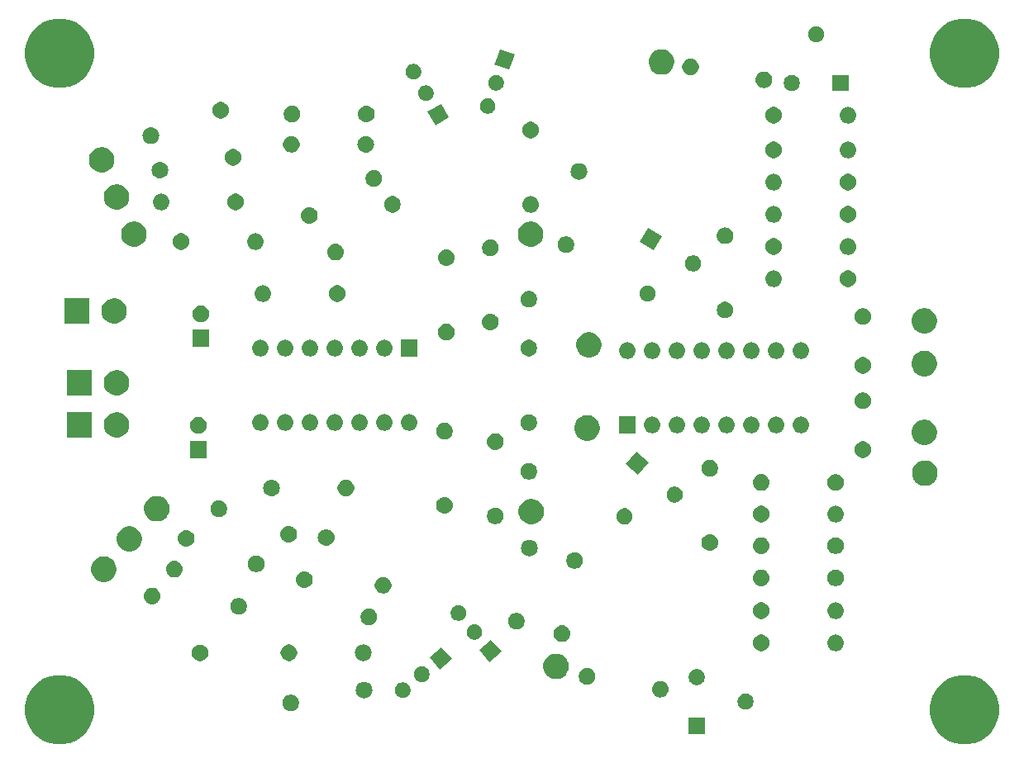
<source format=gbr>
G04 #@! TF.GenerationSoftware,KiCad,Pcbnew,(5.1.2-1)-1*
G04 #@! TF.CreationDate,2021-01-05T14:13:12-05:00*
G04 #@! TF.ProjectId,VCA - MFOS,56434120-2d20-44d4-964f-532e6b696361,rev?*
G04 #@! TF.SameCoordinates,Original*
G04 #@! TF.FileFunction,Soldermask,Top*
G04 #@! TF.FilePolarity,Negative*
%FSLAX46Y46*%
G04 Gerber Fmt 4.6, Leading zero omitted, Abs format (unit mm)*
G04 Created by KiCad (PCBNEW (5.1.2-1)-1) date 2021-01-05 14:13:12*
%MOMM*%
%LPD*%
G04 APERTURE LIST*
%ADD10C,0.100000*%
G04 APERTURE END LIST*
D10*
G36*
X110255787Y-80405462D02*
G01*
X110280803Y-80415824D01*
X110902029Y-80673144D01*
X111483631Y-81061758D01*
X111978242Y-81556369D01*
X112366856Y-82137971D01*
X112490734Y-82437039D01*
X112634538Y-82784213D01*
X112771000Y-83470256D01*
X112771000Y-84169744D01*
X112634538Y-84855787D01*
X112634537Y-84855789D01*
X112366856Y-85502029D01*
X111978242Y-86083631D01*
X111483631Y-86578242D01*
X110902029Y-86966856D01*
X110445068Y-87156135D01*
X110255787Y-87234538D01*
X109569744Y-87371000D01*
X108870256Y-87371000D01*
X108184213Y-87234538D01*
X107994932Y-87156135D01*
X107537971Y-86966856D01*
X106956369Y-86578242D01*
X106461758Y-86083631D01*
X106073144Y-85502029D01*
X105805463Y-84855789D01*
X105805462Y-84855787D01*
X105669000Y-84169744D01*
X105669000Y-83470256D01*
X105805462Y-82784213D01*
X105949266Y-82437039D01*
X106073144Y-82137971D01*
X106461758Y-81556369D01*
X106956369Y-81061758D01*
X107537971Y-80673144D01*
X108159197Y-80415824D01*
X108184213Y-80405462D01*
X108870256Y-80269000D01*
X109569744Y-80269000D01*
X110255787Y-80405462D01*
X110255787Y-80405462D01*
G37*
G36*
X17545787Y-80405462D02*
G01*
X17570803Y-80415824D01*
X18192029Y-80673144D01*
X18773631Y-81061758D01*
X19268242Y-81556369D01*
X19656856Y-82137971D01*
X19780734Y-82437039D01*
X19924538Y-82784213D01*
X20061000Y-83470256D01*
X20061000Y-84169744D01*
X19924538Y-84855787D01*
X19924537Y-84855789D01*
X19656856Y-85502029D01*
X19268242Y-86083631D01*
X18773631Y-86578242D01*
X18192029Y-86966856D01*
X17735068Y-87156135D01*
X17545787Y-87234538D01*
X16859744Y-87371000D01*
X16160256Y-87371000D01*
X15474213Y-87234538D01*
X15284932Y-87156135D01*
X14827971Y-86966856D01*
X14246369Y-86578242D01*
X13751758Y-86083631D01*
X13363144Y-85502029D01*
X13095463Y-84855789D01*
X13095462Y-84855787D01*
X12959000Y-84169744D01*
X12959000Y-83470256D01*
X13095462Y-82784213D01*
X13239266Y-82437039D01*
X13363144Y-82137971D01*
X13751758Y-81556369D01*
X14246369Y-81061758D01*
X14827971Y-80673144D01*
X15449197Y-80415824D01*
X15474213Y-80405462D01*
X16160256Y-80269000D01*
X16859744Y-80269000D01*
X17545787Y-80405462D01*
X17545787Y-80405462D01*
G37*
G36*
X82614000Y-86297000D02*
G01*
X80962000Y-86297000D01*
X80962000Y-84645000D01*
X82614000Y-84645000D01*
X82614000Y-86297000D01*
X82614000Y-86297000D01*
G37*
G36*
X40443728Y-82303203D02*
G01*
X40598600Y-82367353D01*
X40737981Y-82460485D01*
X40856515Y-82579019D01*
X40949647Y-82718400D01*
X41013797Y-82873272D01*
X41046500Y-83037684D01*
X41046500Y-83205316D01*
X41013797Y-83369728D01*
X40949647Y-83524600D01*
X40856515Y-83663981D01*
X40737981Y-83782515D01*
X40598600Y-83875647D01*
X40443728Y-83939797D01*
X40279316Y-83972500D01*
X40111684Y-83972500D01*
X39947272Y-83939797D01*
X39792400Y-83875647D01*
X39653019Y-83782515D01*
X39534485Y-83663981D01*
X39441353Y-83524600D01*
X39377203Y-83369728D01*
X39344500Y-83205316D01*
X39344500Y-83037684D01*
X39377203Y-82873272D01*
X39441353Y-82718400D01*
X39534485Y-82579019D01*
X39653019Y-82460485D01*
X39792400Y-82367353D01*
X39947272Y-82303203D01*
X40111684Y-82270500D01*
X40279316Y-82270500D01*
X40443728Y-82303203D01*
X40443728Y-82303203D01*
G37*
G36*
X87028935Y-82176742D02*
G01*
X87179258Y-82239008D01*
X87314545Y-82329404D01*
X87429596Y-82444455D01*
X87519992Y-82579742D01*
X87582258Y-82730065D01*
X87614000Y-82889646D01*
X87614000Y-83052354D01*
X87582258Y-83211935D01*
X87519992Y-83362258D01*
X87429596Y-83497545D01*
X87314545Y-83612596D01*
X87179258Y-83702992D01*
X87028935Y-83765258D01*
X86869354Y-83797000D01*
X86706646Y-83797000D01*
X86547065Y-83765258D01*
X86396742Y-83702992D01*
X86261455Y-83612596D01*
X86146404Y-83497545D01*
X86056008Y-83362258D01*
X85993742Y-83211935D01*
X85962000Y-83052354D01*
X85962000Y-82889646D01*
X85993742Y-82730065D01*
X86056008Y-82579742D01*
X86146404Y-82444455D01*
X86261455Y-82329404D01*
X86396742Y-82239008D01*
X86547065Y-82176742D01*
X86706646Y-82145000D01*
X86869354Y-82145000D01*
X87028935Y-82176742D01*
X87028935Y-82176742D01*
G37*
G36*
X47866558Y-80959614D02*
G01*
X48026977Y-81008277D01*
X48108805Y-81052015D01*
X48174813Y-81087297D01*
X48304394Y-81193642D01*
X48410739Y-81323223D01*
X48410740Y-81323225D01*
X48489759Y-81471059D01*
X48538422Y-81631478D01*
X48554852Y-81798301D01*
X48538422Y-81965124D01*
X48489759Y-82125543D01*
X48455692Y-82189277D01*
X48410739Y-82273379D01*
X48304394Y-82402960D01*
X48174813Y-82509305D01*
X48174811Y-82509306D01*
X48026977Y-82588325D01*
X47866558Y-82636988D01*
X47741539Y-82649301D01*
X47657931Y-82649301D01*
X47532912Y-82636988D01*
X47372493Y-82588325D01*
X47224659Y-82509306D01*
X47224657Y-82509305D01*
X47095076Y-82402960D01*
X46988731Y-82273379D01*
X46943778Y-82189277D01*
X46909711Y-82125543D01*
X46861048Y-81965124D01*
X46844618Y-81798301D01*
X46861048Y-81631478D01*
X46909711Y-81471059D01*
X46988730Y-81323225D01*
X46988731Y-81323223D01*
X47095076Y-81193642D01*
X47224657Y-81087297D01*
X47290665Y-81052015D01*
X47372493Y-81008277D01*
X47532912Y-80959614D01*
X47657931Y-80947301D01*
X47741539Y-80947301D01*
X47866558Y-80959614D01*
X47866558Y-80959614D01*
G37*
G36*
X51904636Y-81044642D02*
G01*
X52050408Y-81105023D01*
X52050410Y-81105024D01*
X52181602Y-81192683D01*
X52293172Y-81304253D01*
X52380831Y-81435445D01*
X52380832Y-81435447D01*
X52441213Y-81581219D01*
X52471994Y-81735968D01*
X52471994Y-81893754D01*
X52441213Y-82048503D01*
X52401242Y-82145000D01*
X52380831Y-82194277D01*
X52293172Y-82325469D01*
X52181602Y-82437039D01*
X52050410Y-82524698D01*
X52050409Y-82524699D01*
X52050408Y-82524699D01*
X51904636Y-82585080D01*
X51749887Y-82615861D01*
X51592101Y-82615861D01*
X51437352Y-82585080D01*
X51291580Y-82524699D01*
X51291579Y-82524699D01*
X51291578Y-82524698D01*
X51160386Y-82437039D01*
X51048816Y-82325469D01*
X50961157Y-82194277D01*
X50940746Y-82145000D01*
X50900775Y-82048503D01*
X50869994Y-81893754D01*
X50869994Y-81735968D01*
X50900775Y-81581219D01*
X50961156Y-81435447D01*
X50961157Y-81435445D01*
X51048816Y-81304253D01*
X51160386Y-81192683D01*
X51291578Y-81105024D01*
X51291580Y-81105023D01*
X51437352Y-81044642D01*
X51592101Y-81013861D01*
X51749887Y-81013861D01*
X51904636Y-81044642D01*
X51904636Y-81044642D01*
G37*
G36*
X78219558Y-80875512D02*
G01*
X78379977Y-80924175D01*
X78490369Y-80983181D01*
X78527813Y-81003195D01*
X78657394Y-81109540D01*
X78763739Y-81239121D01*
X78763740Y-81239123D01*
X78842759Y-81386957D01*
X78891422Y-81547376D01*
X78907852Y-81714199D01*
X78891422Y-81881022D01*
X78842759Y-82041441D01*
X78771849Y-82174105D01*
X78763739Y-82189277D01*
X78657394Y-82318858D01*
X78527813Y-82425203D01*
X78527811Y-82425204D01*
X78379977Y-82504223D01*
X78219558Y-82552886D01*
X78094539Y-82565199D01*
X78010931Y-82565199D01*
X77885912Y-82552886D01*
X77725493Y-82504223D01*
X77577659Y-82425204D01*
X77577657Y-82425203D01*
X77448076Y-82318858D01*
X77341731Y-82189277D01*
X77333621Y-82174105D01*
X77262711Y-82041441D01*
X77214048Y-81881022D01*
X77197618Y-81714199D01*
X77214048Y-81547376D01*
X77262711Y-81386957D01*
X77341730Y-81239123D01*
X77341731Y-81239121D01*
X77448076Y-81109540D01*
X77577657Y-81003195D01*
X77615101Y-80983181D01*
X77725493Y-80924175D01*
X77885912Y-80875512D01*
X78010931Y-80863199D01*
X78094539Y-80863199D01*
X78219558Y-80875512D01*
X78219558Y-80875512D01*
G37*
G36*
X82028935Y-79676742D02*
G01*
X82179258Y-79739008D01*
X82314545Y-79829404D01*
X82429596Y-79944455D01*
X82519992Y-80079742D01*
X82582258Y-80230065D01*
X82614000Y-80389646D01*
X82614000Y-80552354D01*
X82582258Y-80711935D01*
X82519992Y-80862258D01*
X82429596Y-80997545D01*
X82314545Y-81112596D01*
X82179258Y-81202992D01*
X82028935Y-81265258D01*
X81869354Y-81297000D01*
X81706646Y-81297000D01*
X81547065Y-81265258D01*
X81396742Y-81202992D01*
X81261455Y-81112596D01*
X81146404Y-80997545D01*
X81056008Y-80862258D01*
X80993742Y-80711935D01*
X80962000Y-80552354D01*
X80962000Y-80389646D01*
X80993742Y-80230065D01*
X81056008Y-80079742D01*
X81146404Y-79944455D01*
X81261455Y-79829404D01*
X81396742Y-79739008D01*
X81547065Y-79676742D01*
X81706646Y-79645000D01*
X81869354Y-79645000D01*
X82028935Y-79676742D01*
X82028935Y-79676742D01*
G37*
G36*
X70796728Y-79572703D02*
G01*
X70951600Y-79636853D01*
X71090981Y-79729985D01*
X71209515Y-79848519D01*
X71302647Y-79987900D01*
X71366797Y-80142772D01*
X71399500Y-80307184D01*
X71399500Y-80474816D01*
X71366797Y-80639228D01*
X71302647Y-80794100D01*
X71209515Y-80933481D01*
X71090981Y-81052015D01*
X70951600Y-81145147D01*
X70796728Y-81209297D01*
X70632316Y-81242000D01*
X70464684Y-81242000D01*
X70300272Y-81209297D01*
X70145400Y-81145147D01*
X70006019Y-81052015D01*
X69887485Y-80933481D01*
X69794353Y-80794100D01*
X69730203Y-80639228D01*
X69697500Y-80474816D01*
X69697500Y-80307184D01*
X69730203Y-80142772D01*
X69794353Y-79987900D01*
X69887485Y-79848519D01*
X70006019Y-79729985D01*
X70145400Y-79636853D01*
X70300272Y-79572703D01*
X70464684Y-79540000D01*
X70632316Y-79540000D01*
X70796728Y-79572703D01*
X70796728Y-79572703D01*
G37*
G36*
X53850389Y-79411962D02*
G01*
X53996161Y-79472343D01*
X53996163Y-79472344D01*
X54127355Y-79560003D01*
X54238925Y-79671573D01*
X54326584Y-79802765D01*
X54326585Y-79802767D01*
X54386966Y-79948539D01*
X54417747Y-80103288D01*
X54417747Y-80261074D01*
X54386966Y-80415823D01*
X54362530Y-80474816D01*
X54326584Y-80561597D01*
X54238925Y-80692789D01*
X54127355Y-80804359D01*
X53996163Y-80892018D01*
X53996162Y-80892019D01*
X53996161Y-80892019D01*
X53850389Y-80952400D01*
X53695640Y-80983181D01*
X53537854Y-80983181D01*
X53383105Y-80952400D01*
X53237333Y-80892019D01*
X53237332Y-80892019D01*
X53237331Y-80892018D01*
X53106139Y-80804359D01*
X52994569Y-80692789D01*
X52906910Y-80561597D01*
X52870964Y-80474816D01*
X52846528Y-80415823D01*
X52815747Y-80261074D01*
X52815747Y-80103288D01*
X52846528Y-79948539D01*
X52906909Y-79802767D01*
X52906910Y-79802765D01*
X52994569Y-79671573D01*
X53106139Y-79560003D01*
X53237331Y-79472344D01*
X53237333Y-79472343D01*
X53383105Y-79411962D01*
X53537854Y-79381181D01*
X53695640Y-79381181D01*
X53850389Y-79411962D01*
X53850389Y-79411962D01*
G37*
G36*
X67752893Y-78124304D02*
G01*
X67989601Y-78222352D01*
X67989603Y-78222353D01*
X68202635Y-78364696D01*
X68383804Y-78545865D01*
X68508273Y-78732147D01*
X68526148Y-78758899D01*
X68624196Y-78995607D01*
X68674180Y-79246893D01*
X68674180Y-79503107D01*
X68624196Y-79754393D01*
X68526148Y-79991101D01*
X68526147Y-79991103D01*
X68383804Y-80204135D01*
X68202635Y-80385304D01*
X67989603Y-80527647D01*
X67989602Y-80527648D01*
X67989601Y-80527648D01*
X67752893Y-80625696D01*
X67501607Y-80675680D01*
X67245393Y-80675680D01*
X66994107Y-80625696D01*
X66757399Y-80527648D01*
X66757398Y-80527648D01*
X66757397Y-80527647D01*
X66544365Y-80385304D01*
X66363196Y-80204135D01*
X66220853Y-79991103D01*
X66220852Y-79991101D01*
X66122804Y-79754393D01*
X66072820Y-79503107D01*
X66072820Y-79246893D01*
X66122804Y-78995607D01*
X66220852Y-78758899D01*
X66238727Y-78732147D01*
X66363196Y-78545865D01*
X66544365Y-78364696D01*
X66757397Y-78222353D01*
X66757399Y-78222352D01*
X66994107Y-78124304D01*
X67245393Y-78074320D01*
X67501607Y-78074320D01*
X67752893Y-78124304D01*
X67752893Y-78124304D01*
G37*
G36*
X56690974Y-78648229D02*
G01*
X55463771Y-79677974D01*
X54434026Y-78450771D01*
X55661229Y-77421026D01*
X56690974Y-78648229D01*
X56690974Y-78648229D01*
G37*
G36*
X61770974Y-77886229D02*
G01*
X60543771Y-78915974D01*
X59514026Y-77688771D01*
X60741229Y-76659026D01*
X61770974Y-77886229D01*
X61770974Y-77886229D01*
G37*
G36*
X31141459Y-77170926D02*
G01*
X31296331Y-77235076D01*
X31435712Y-77328208D01*
X31554246Y-77446742D01*
X31647378Y-77586123D01*
X31711528Y-77740995D01*
X31744231Y-77905407D01*
X31744231Y-78073039D01*
X31711528Y-78237451D01*
X31647378Y-78392323D01*
X31554246Y-78531704D01*
X31435712Y-78650238D01*
X31296331Y-78743370D01*
X31141459Y-78807520D01*
X30977047Y-78840223D01*
X30809415Y-78840223D01*
X30645003Y-78807520D01*
X30490131Y-78743370D01*
X30350750Y-78650238D01*
X30232216Y-78531704D01*
X30139084Y-78392323D01*
X30074934Y-78237451D01*
X30042231Y-78073039D01*
X30042231Y-77905407D01*
X30074934Y-77740995D01*
X30139084Y-77586123D01*
X30232216Y-77446742D01*
X30350750Y-77328208D01*
X30490131Y-77235076D01*
X30645003Y-77170926D01*
X30809415Y-77138223D01*
X30977047Y-77138223D01*
X31141459Y-77170926D01*
X31141459Y-77170926D01*
G37*
G36*
X40253228Y-77159703D02*
G01*
X40408100Y-77223853D01*
X40547481Y-77316985D01*
X40666015Y-77435519D01*
X40759147Y-77574900D01*
X40823297Y-77729772D01*
X40856000Y-77894184D01*
X40856000Y-78061816D01*
X40823297Y-78226228D01*
X40759147Y-78381100D01*
X40666015Y-78520481D01*
X40547481Y-78639015D01*
X40408100Y-78732147D01*
X40253228Y-78796297D01*
X40088816Y-78829000D01*
X39921184Y-78829000D01*
X39756772Y-78796297D01*
X39601900Y-78732147D01*
X39462519Y-78639015D01*
X39343985Y-78520481D01*
X39250853Y-78381100D01*
X39186703Y-78226228D01*
X39154000Y-78061816D01*
X39154000Y-77894184D01*
X39186703Y-77729772D01*
X39250853Y-77574900D01*
X39343985Y-77435519D01*
X39462519Y-77316985D01*
X39601900Y-77223853D01*
X39756772Y-77159703D01*
X39921184Y-77127000D01*
X40088816Y-77127000D01*
X40253228Y-77159703D01*
X40253228Y-77159703D01*
G37*
G36*
X47791823Y-77139313D02*
G01*
X47952242Y-77187976D01*
X48084906Y-77258886D01*
X48100078Y-77266996D01*
X48229659Y-77373341D01*
X48336004Y-77502922D01*
X48336005Y-77502924D01*
X48415024Y-77650758D01*
X48463687Y-77811177D01*
X48480117Y-77978000D01*
X48463687Y-78144823D01*
X48415024Y-78305242D01*
X48374477Y-78381100D01*
X48336004Y-78453078D01*
X48229659Y-78582659D01*
X48100078Y-78689004D01*
X48100076Y-78689005D01*
X47952242Y-78768024D01*
X47791823Y-78816687D01*
X47666804Y-78829000D01*
X47583196Y-78829000D01*
X47458177Y-78816687D01*
X47297758Y-78768024D01*
X47149924Y-78689005D01*
X47149922Y-78689004D01*
X47020341Y-78582659D01*
X46913996Y-78453078D01*
X46875523Y-78381100D01*
X46834976Y-78305242D01*
X46786313Y-78144823D01*
X46769883Y-77978000D01*
X46786313Y-77811177D01*
X46834976Y-77650758D01*
X46913995Y-77502924D01*
X46913996Y-77502922D01*
X47020341Y-77373341D01*
X47149922Y-77266996D01*
X47165094Y-77258886D01*
X47297758Y-77187976D01*
X47458177Y-77139313D01*
X47583196Y-77127000D01*
X47666804Y-77127000D01*
X47791823Y-77139313D01*
X47791823Y-77139313D01*
G37*
G36*
X96178823Y-76123313D02*
G01*
X96339242Y-76171976D01*
X96431264Y-76221163D01*
X96487078Y-76250996D01*
X96616659Y-76357341D01*
X96723004Y-76486922D01*
X96723005Y-76486924D01*
X96802024Y-76634758D01*
X96802025Y-76634761D01*
X96809386Y-76659026D01*
X96850687Y-76795177D01*
X96867117Y-76962000D01*
X96850687Y-77128823D01*
X96802024Y-77289242D01*
X96761477Y-77365100D01*
X96723004Y-77437078D01*
X96616659Y-77566659D01*
X96487078Y-77673004D01*
X96487076Y-77673005D01*
X96339242Y-77752024D01*
X96178823Y-77800687D01*
X96053804Y-77813000D01*
X95970196Y-77813000D01*
X95845177Y-77800687D01*
X95684758Y-77752024D01*
X95536924Y-77673005D01*
X95536922Y-77673004D01*
X95407341Y-77566659D01*
X95300996Y-77437078D01*
X95262523Y-77365100D01*
X95221976Y-77289242D01*
X95173313Y-77128823D01*
X95156883Y-76962000D01*
X95173313Y-76795177D01*
X95214614Y-76659026D01*
X95221975Y-76634761D01*
X95221976Y-76634758D01*
X95300995Y-76486924D01*
X95300996Y-76486922D01*
X95407341Y-76357341D01*
X95536922Y-76250996D01*
X95592736Y-76221163D01*
X95684758Y-76171976D01*
X95845177Y-76123313D01*
X95970196Y-76111000D01*
X96053804Y-76111000D01*
X96178823Y-76123313D01*
X96178823Y-76123313D01*
G37*
G36*
X88640228Y-76143703D02*
G01*
X88795100Y-76207853D01*
X88934481Y-76300985D01*
X89053015Y-76419519D01*
X89146147Y-76558900D01*
X89210297Y-76713772D01*
X89243000Y-76878184D01*
X89243000Y-77045816D01*
X89210297Y-77210228D01*
X89146147Y-77365100D01*
X89053015Y-77504481D01*
X88934481Y-77623015D01*
X88795100Y-77716147D01*
X88640228Y-77780297D01*
X88475816Y-77813000D01*
X88308184Y-77813000D01*
X88143772Y-77780297D01*
X87988900Y-77716147D01*
X87849519Y-77623015D01*
X87730985Y-77504481D01*
X87637853Y-77365100D01*
X87573703Y-77210228D01*
X87541000Y-77045816D01*
X87541000Y-76878184D01*
X87573703Y-76713772D01*
X87637853Y-76558900D01*
X87730985Y-76419519D01*
X87849519Y-76300985D01*
X87988900Y-76207853D01*
X88143772Y-76143703D01*
X88308184Y-76111000D01*
X88475816Y-76111000D01*
X88640228Y-76143703D01*
X88640228Y-76143703D01*
G37*
G36*
X68122124Y-75182048D02*
G01*
X68282543Y-75230711D01*
X68378460Y-75281980D01*
X68430379Y-75309731D01*
X68559960Y-75416076D01*
X68666305Y-75545657D01*
X68666306Y-75545659D01*
X68745325Y-75693493D01*
X68793988Y-75853912D01*
X68810418Y-76020735D01*
X68793988Y-76187558D01*
X68745325Y-76347977D01*
X68707085Y-76419519D01*
X68666305Y-76495813D01*
X68559960Y-76625394D01*
X68430379Y-76731739D01*
X68430377Y-76731740D01*
X68282543Y-76810759D01*
X68122124Y-76859422D01*
X67997105Y-76871735D01*
X67913497Y-76871735D01*
X67788478Y-76859422D01*
X67628059Y-76810759D01*
X67480225Y-76731740D01*
X67480223Y-76731739D01*
X67350642Y-76625394D01*
X67244297Y-76495813D01*
X67203517Y-76419519D01*
X67165277Y-76347977D01*
X67116614Y-76187558D01*
X67100184Y-76020735D01*
X67116614Y-75853912D01*
X67165277Y-75693493D01*
X67244296Y-75545659D01*
X67244297Y-75545657D01*
X67350642Y-75416076D01*
X67480223Y-75309731D01*
X67532142Y-75281980D01*
X67628059Y-75230711D01*
X67788478Y-75182048D01*
X67913497Y-75169735D01*
X67997105Y-75169735D01*
X68122124Y-75182048D01*
X68122124Y-75182048D01*
G37*
G36*
X59243461Y-75071528D02*
G01*
X59389233Y-75131909D01*
X59389235Y-75131910D01*
X59520427Y-75219569D01*
X59631997Y-75331139D01*
X59719656Y-75462331D01*
X59719657Y-75462333D01*
X59780038Y-75608105D01*
X59810819Y-75762854D01*
X59810819Y-75920640D01*
X59780038Y-76075389D01*
X59740030Y-76171976D01*
X59719656Y-76221163D01*
X59631997Y-76352355D01*
X59520427Y-76463925D01*
X59389235Y-76551584D01*
X59389234Y-76551585D01*
X59389233Y-76551585D01*
X59243461Y-76611966D01*
X59088712Y-76642747D01*
X58930926Y-76642747D01*
X58776177Y-76611966D01*
X58630405Y-76551585D01*
X58630404Y-76551585D01*
X58630403Y-76551584D01*
X58499211Y-76463925D01*
X58387641Y-76352355D01*
X58299982Y-76221163D01*
X58279608Y-76171976D01*
X58239600Y-76075389D01*
X58208819Y-75920640D01*
X58208819Y-75762854D01*
X58239600Y-75608105D01*
X58299981Y-75462333D01*
X58299982Y-75462331D01*
X58387641Y-75331139D01*
X58499211Y-75219569D01*
X58630403Y-75131910D01*
X58630405Y-75131909D01*
X58776177Y-75071528D01*
X58930926Y-75040747D01*
X59088712Y-75040747D01*
X59243461Y-75071528D01*
X59243461Y-75071528D01*
G37*
G36*
X63557728Y-73921203D02*
G01*
X63712600Y-73985353D01*
X63851981Y-74078485D01*
X63970515Y-74197019D01*
X64063647Y-74336400D01*
X64127797Y-74491272D01*
X64160500Y-74655684D01*
X64160500Y-74823316D01*
X64127797Y-74987728D01*
X64063647Y-75142600D01*
X63970515Y-75281981D01*
X63851981Y-75400515D01*
X63712600Y-75493647D01*
X63557728Y-75557797D01*
X63393316Y-75590500D01*
X63225684Y-75590500D01*
X63061272Y-75557797D01*
X62906400Y-75493647D01*
X62767019Y-75400515D01*
X62648485Y-75281981D01*
X62555353Y-75142600D01*
X62491203Y-74987728D01*
X62458500Y-74823316D01*
X62458500Y-74655684D01*
X62491203Y-74491272D01*
X62555353Y-74336400D01*
X62648485Y-74197019D01*
X62767019Y-74078485D01*
X62906400Y-73985353D01*
X63061272Y-73921203D01*
X63225684Y-73888500D01*
X63393316Y-73888500D01*
X63557728Y-73921203D01*
X63557728Y-73921203D01*
G37*
G36*
X48444728Y-73476703D02*
G01*
X48599600Y-73540853D01*
X48738981Y-73633985D01*
X48857515Y-73752519D01*
X48950647Y-73891900D01*
X49014797Y-74046772D01*
X49047500Y-74211184D01*
X49047500Y-74378816D01*
X49014797Y-74543228D01*
X48950647Y-74698100D01*
X48857515Y-74837481D01*
X48738981Y-74956015D01*
X48599600Y-75049147D01*
X48444728Y-75113297D01*
X48280316Y-75146000D01*
X48112684Y-75146000D01*
X47948272Y-75113297D01*
X47793400Y-75049147D01*
X47654019Y-74956015D01*
X47535485Y-74837481D01*
X47442353Y-74698100D01*
X47378203Y-74543228D01*
X47345500Y-74378816D01*
X47345500Y-74211184D01*
X47378203Y-74046772D01*
X47442353Y-73891900D01*
X47535485Y-73752519D01*
X47654019Y-73633985D01*
X47793400Y-73540853D01*
X47948272Y-73476703D01*
X48112684Y-73444000D01*
X48280316Y-73444000D01*
X48444728Y-73476703D01*
X48444728Y-73476703D01*
G37*
G36*
X57610781Y-73125775D02*
G01*
X57756553Y-73186156D01*
X57756555Y-73186157D01*
X57887747Y-73273816D01*
X57999317Y-73385386D01*
X58071340Y-73493177D01*
X58086977Y-73516580D01*
X58147358Y-73662352D01*
X58178139Y-73817101D01*
X58178139Y-73974887D01*
X58147358Y-74129636D01*
X58113579Y-74211185D01*
X58086976Y-74275410D01*
X57999317Y-74406602D01*
X57887747Y-74518172D01*
X57756555Y-74605831D01*
X57756554Y-74605832D01*
X57756553Y-74605832D01*
X57610781Y-74666213D01*
X57456032Y-74696994D01*
X57298246Y-74696994D01*
X57143497Y-74666213D01*
X56997725Y-74605832D01*
X56997724Y-74605832D01*
X56997723Y-74605831D01*
X56866531Y-74518172D01*
X56754961Y-74406602D01*
X56667302Y-74275410D01*
X56640699Y-74211185D01*
X56606920Y-74129636D01*
X56576139Y-73974887D01*
X56576139Y-73817101D01*
X56606920Y-73662352D01*
X56667301Y-73516580D01*
X56682938Y-73493177D01*
X56754961Y-73385386D01*
X56866531Y-73273816D01*
X56997723Y-73186157D01*
X56997725Y-73186156D01*
X57143497Y-73125775D01*
X57298246Y-73094994D01*
X57456032Y-73094994D01*
X57610781Y-73125775D01*
X57610781Y-73125775D01*
G37*
G36*
X96178823Y-72821313D02*
G01*
X96339242Y-72869976D01*
X96406361Y-72905852D01*
X96487078Y-72948996D01*
X96616659Y-73055341D01*
X96723004Y-73184922D01*
X96723005Y-73184924D01*
X96802024Y-73332758D01*
X96850687Y-73493177D01*
X96867117Y-73660000D01*
X96850687Y-73826823D01*
X96802024Y-73987242D01*
X96731114Y-74119906D01*
X96723004Y-74135078D01*
X96616659Y-74264659D01*
X96487078Y-74371004D01*
X96487076Y-74371005D01*
X96339242Y-74450024D01*
X96178823Y-74498687D01*
X96053804Y-74511000D01*
X95970196Y-74511000D01*
X95845177Y-74498687D01*
X95684758Y-74450024D01*
X95536924Y-74371005D01*
X95536922Y-74371004D01*
X95407341Y-74264659D01*
X95300996Y-74135078D01*
X95292886Y-74119906D01*
X95221976Y-73987242D01*
X95173313Y-73826823D01*
X95156883Y-73660000D01*
X95173313Y-73493177D01*
X95221976Y-73332758D01*
X95300995Y-73184924D01*
X95300996Y-73184922D01*
X95407341Y-73055341D01*
X95536922Y-72948996D01*
X95617639Y-72905852D01*
X95684758Y-72869976D01*
X95845177Y-72821313D01*
X95970196Y-72809000D01*
X96053804Y-72809000D01*
X96178823Y-72821313D01*
X96178823Y-72821313D01*
G37*
G36*
X88640228Y-72841703D02*
G01*
X88795100Y-72905853D01*
X88934481Y-72998985D01*
X89053015Y-73117519D01*
X89146147Y-73256900D01*
X89210297Y-73411772D01*
X89243000Y-73576184D01*
X89243000Y-73743816D01*
X89210297Y-73908228D01*
X89146147Y-74063100D01*
X89053015Y-74202481D01*
X88934481Y-74321015D01*
X88795100Y-74414147D01*
X88640228Y-74478297D01*
X88475816Y-74511000D01*
X88308184Y-74511000D01*
X88143772Y-74478297D01*
X87988900Y-74414147D01*
X87849519Y-74321015D01*
X87730985Y-74202481D01*
X87637853Y-74063100D01*
X87573703Y-73908228D01*
X87541000Y-73743816D01*
X87541000Y-73576184D01*
X87573703Y-73411772D01*
X87637853Y-73256900D01*
X87730985Y-73117519D01*
X87849519Y-72998985D01*
X87988900Y-72905853D01*
X88143772Y-72841703D01*
X88308184Y-72809000D01*
X88475816Y-72809000D01*
X88640228Y-72841703D01*
X88640228Y-72841703D01*
G37*
G36*
X35108667Y-72397946D02*
G01*
X35263539Y-72462096D01*
X35402920Y-72555228D01*
X35521454Y-72673762D01*
X35614586Y-72813143D01*
X35678736Y-72968015D01*
X35711439Y-73132427D01*
X35711439Y-73300059D01*
X35678736Y-73464471D01*
X35614586Y-73619343D01*
X35521454Y-73758724D01*
X35402920Y-73877258D01*
X35263539Y-73970390D01*
X35108667Y-74034540D01*
X34944255Y-74067243D01*
X34776623Y-74067243D01*
X34612211Y-74034540D01*
X34457339Y-73970390D01*
X34317958Y-73877258D01*
X34199424Y-73758724D01*
X34106292Y-73619343D01*
X34042142Y-73464471D01*
X34009439Y-73300059D01*
X34009439Y-73132427D01*
X34042142Y-72968015D01*
X34106292Y-72813143D01*
X34199424Y-72673762D01*
X34317958Y-72555228D01*
X34457339Y-72462096D01*
X34612211Y-72397946D01*
X34776623Y-72365243D01*
X34944255Y-72365243D01*
X35108667Y-72397946D01*
X35108667Y-72397946D01*
G37*
G36*
X26162012Y-71313277D02*
G01*
X26322431Y-71361940D01*
X26455095Y-71432850D01*
X26470267Y-71440960D01*
X26599848Y-71547305D01*
X26706193Y-71676886D01*
X26706194Y-71676888D01*
X26785213Y-71824722D01*
X26833876Y-71985141D01*
X26850306Y-72151964D01*
X26833876Y-72318787D01*
X26785213Y-72479206D01*
X26744578Y-72555228D01*
X26706193Y-72627042D01*
X26599848Y-72756623D01*
X26470267Y-72862968D01*
X26470265Y-72862969D01*
X26322431Y-72941988D01*
X26162012Y-72990651D01*
X26036993Y-73002964D01*
X25953385Y-73002964D01*
X25828366Y-72990651D01*
X25667947Y-72941988D01*
X25520113Y-72862969D01*
X25520111Y-72862968D01*
X25390530Y-72756623D01*
X25284185Y-72627042D01*
X25245800Y-72555228D01*
X25205165Y-72479206D01*
X25156502Y-72318787D01*
X25140072Y-72151964D01*
X25156502Y-71985141D01*
X25205165Y-71824722D01*
X25284184Y-71676888D01*
X25284185Y-71676886D01*
X25390530Y-71547305D01*
X25520111Y-71440960D01*
X25535283Y-71432850D01*
X25667947Y-71361940D01*
X25828366Y-71313277D01*
X25953385Y-71300964D01*
X26036993Y-71300964D01*
X26162012Y-71313277D01*
X26162012Y-71313277D01*
G37*
G36*
X49905228Y-70238203D02*
G01*
X50060100Y-70302353D01*
X50199481Y-70395485D01*
X50318015Y-70514019D01*
X50411147Y-70653400D01*
X50475297Y-70808272D01*
X50508000Y-70972684D01*
X50508000Y-71140316D01*
X50475297Y-71304728D01*
X50411147Y-71459600D01*
X50318015Y-71598981D01*
X50199481Y-71717515D01*
X50060100Y-71810647D01*
X49905228Y-71874797D01*
X49740816Y-71907500D01*
X49573184Y-71907500D01*
X49408772Y-71874797D01*
X49253900Y-71810647D01*
X49114519Y-71717515D01*
X48995985Y-71598981D01*
X48902853Y-71459600D01*
X48838703Y-71304728D01*
X48806000Y-71140316D01*
X48806000Y-70972684D01*
X48838703Y-70808272D01*
X48902853Y-70653400D01*
X48995985Y-70514019D01*
X49114519Y-70395485D01*
X49253900Y-70302353D01*
X49408772Y-70238203D01*
X49573184Y-70205500D01*
X49740816Y-70205500D01*
X49905228Y-70238203D01*
X49905228Y-70238203D01*
G37*
G36*
X41764209Y-69646313D02*
G01*
X41924628Y-69694976D01*
X42057292Y-69765886D01*
X42072464Y-69773996D01*
X42202045Y-69880341D01*
X42308390Y-70009922D01*
X42308391Y-70009924D01*
X42387410Y-70157758D01*
X42436073Y-70318177D01*
X42452503Y-70485000D01*
X42436073Y-70651823D01*
X42387410Y-70812242D01*
X42340952Y-70899159D01*
X42308390Y-70960078D01*
X42202045Y-71089659D01*
X42072464Y-71196004D01*
X42072462Y-71196005D01*
X41924628Y-71275024D01*
X41764209Y-71323687D01*
X41639190Y-71336000D01*
X41555582Y-71336000D01*
X41430563Y-71323687D01*
X41270144Y-71275024D01*
X41122310Y-71196005D01*
X41122308Y-71196004D01*
X40992727Y-71089659D01*
X40886382Y-70960078D01*
X40853820Y-70899159D01*
X40807362Y-70812242D01*
X40758699Y-70651823D01*
X40742269Y-70485000D01*
X40758699Y-70318177D01*
X40807362Y-70157758D01*
X40886381Y-70009924D01*
X40886382Y-70009922D01*
X40992727Y-69880341D01*
X41122308Y-69773996D01*
X41137480Y-69765886D01*
X41270144Y-69694976D01*
X41430563Y-69646313D01*
X41555582Y-69634000D01*
X41639190Y-69634000D01*
X41764209Y-69646313D01*
X41764209Y-69646313D01*
G37*
G36*
X88558823Y-69455813D02*
G01*
X88719242Y-69504476D01*
X88786361Y-69540352D01*
X88867078Y-69583496D01*
X88996659Y-69689841D01*
X89103004Y-69819422D01*
X89103005Y-69819424D01*
X89182024Y-69967258D01*
X89230687Y-70127677D01*
X89247117Y-70294500D01*
X89230687Y-70461323D01*
X89182024Y-70621742D01*
X89141477Y-70697600D01*
X89103004Y-70769578D01*
X88996659Y-70899159D01*
X88867078Y-71005504D01*
X88867076Y-71005505D01*
X88719242Y-71084524D01*
X88558823Y-71133187D01*
X88433804Y-71145500D01*
X88350196Y-71145500D01*
X88225177Y-71133187D01*
X88064758Y-71084524D01*
X87916924Y-71005505D01*
X87916922Y-71005504D01*
X87787341Y-70899159D01*
X87680996Y-70769578D01*
X87642523Y-70697600D01*
X87601976Y-70621742D01*
X87553313Y-70461323D01*
X87536883Y-70294500D01*
X87553313Y-70127677D01*
X87601976Y-69967258D01*
X87680995Y-69819424D01*
X87680996Y-69819422D01*
X87787341Y-69689841D01*
X87916922Y-69583496D01*
X87997639Y-69540352D01*
X88064758Y-69504476D01*
X88225177Y-69455813D01*
X88350196Y-69443500D01*
X88433804Y-69443500D01*
X88558823Y-69455813D01*
X88558823Y-69455813D01*
G37*
G36*
X96260228Y-69476203D02*
G01*
X96415100Y-69540353D01*
X96554481Y-69633485D01*
X96673015Y-69752019D01*
X96766147Y-69891400D01*
X96830297Y-70046272D01*
X96863000Y-70210684D01*
X96863000Y-70378316D01*
X96830297Y-70542728D01*
X96766147Y-70697600D01*
X96673015Y-70836981D01*
X96554481Y-70955515D01*
X96415100Y-71048647D01*
X96260228Y-71112797D01*
X96095816Y-71145500D01*
X95928184Y-71145500D01*
X95763772Y-71112797D01*
X95608900Y-71048647D01*
X95469519Y-70955515D01*
X95350985Y-70836981D01*
X95257853Y-70697600D01*
X95193703Y-70542728D01*
X95161000Y-70378316D01*
X95161000Y-70210684D01*
X95193703Y-70046272D01*
X95257853Y-69891400D01*
X95350985Y-69752019D01*
X95469519Y-69633485D01*
X95608900Y-69540353D01*
X95763772Y-69476203D01*
X95928184Y-69443500D01*
X96095816Y-69443500D01*
X96260228Y-69476203D01*
X96260228Y-69476203D01*
G37*
G36*
X21423045Y-68153002D02*
G01*
X21659753Y-68251050D01*
X21659755Y-68251051D01*
X21872787Y-68393394D01*
X22053956Y-68574563D01*
X22192539Y-68781968D01*
X22196300Y-68787597D01*
X22294348Y-69024305D01*
X22344332Y-69275591D01*
X22344332Y-69531805D01*
X22294348Y-69783091D01*
X22218063Y-69967258D01*
X22196299Y-70019801D01*
X22053956Y-70232833D01*
X21872787Y-70414002D01*
X21659755Y-70556345D01*
X21659754Y-70556346D01*
X21659753Y-70556346D01*
X21423045Y-70654394D01*
X21171759Y-70704378D01*
X20915545Y-70704378D01*
X20664259Y-70654394D01*
X20427551Y-70556346D01*
X20427550Y-70556346D01*
X20427549Y-70556345D01*
X20214517Y-70414002D01*
X20033348Y-70232833D01*
X19891005Y-70019801D01*
X19869241Y-69967258D01*
X19792956Y-69783091D01*
X19742972Y-69531805D01*
X19742972Y-69275591D01*
X19792956Y-69024305D01*
X19891004Y-68787597D01*
X19894765Y-68781968D01*
X20033348Y-68574563D01*
X20214517Y-68393394D01*
X20427549Y-68251051D01*
X20427551Y-68251050D01*
X20664259Y-68153002D01*
X20915545Y-68103018D01*
X21171759Y-68103018D01*
X21423045Y-68153002D01*
X21423045Y-68153002D01*
G37*
G36*
X28428148Y-68567556D02*
G01*
X28588567Y-68616219D01*
X28721231Y-68687129D01*
X28736403Y-68695239D01*
X28865984Y-68801584D01*
X28972329Y-68931165D01*
X28972330Y-68931167D01*
X29051349Y-69079001D01*
X29100012Y-69239420D01*
X29116442Y-69406243D01*
X29100012Y-69573066D01*
X29051349Y-69733485D01*
X28980439Y-69866149D01*
X28972329Y-69881321D01*
X28865984Y-70010902D01*
X28736403Y-70117247D01*
X28736401Y-70117248D01*
X28588567Y-70196267D01*
X28428148Y-70244930D01*
X28303129Y-70257243D01*
X28219521Y-70257243D01*
X28094502Y-70244930D01*
X27934083Y-70196267D01*
X27786249Y-70117248D01*
X27786247Y-70117247D01*
X27656666Y-70010902D01*
X27550321Y-69881321D01*
X27542211Y-69866149D01*
X27471301Y-69733485D01*
X27422638Y-69573066D01*
X27406208Y-69406243D01*
X27422638Y-69239420D01*
X27471301Y-69079001D01*
X27550320Y-68931167D01*
X27550321Y-68931165D01*
X27656666Y-68801584D01*
X27786247Y-68695239D01*
X27801419Y-68687129D01*
X27934083Y-68616219D01*
X28094502Y-68567556D01*
X28219521Y-68555243D01*
X28303129Y-68555243D01*
X28428148Y-68567556D01*
X28428148Y-68567556D01*
G37*
G36*
X36894831Y-68047486D02*
G01*
X37049703Y-68111636D01*
X37189084Y-68204768D01*
X37307618Y-68323302D01*
X37400750Y-68462683D01*
X37464900Y-68617555D01*
X37497603Y-68781967D01*
X37497603Y-68949599D01*
X37464900Y-69114011D01*
X37400750Y-69268883D01*
X37307618Y-69408264D01*
X37189084Y-69526798D01*
X37049703Y-69619930D01*
X36894831Y-69684080D01*
X36730419Y-69716783D01*
X36562787Y-69716783D01*
X36398375Y-69684080D01*
X36243503Y-69619930D01*
X36104122Y-69526798D01*
X35985588Y-69408264D01*
X35892456Y-69268883D01*
X35828306Y-69114011D01*
X35795603Y-68949599D01*
X35795603Y-68781967D01*
X35828306Y-68617555D01*
X35892456Y-68462683D01*
X35985588Y-68323302D01*
X36104122Y-68204768D01*
X36243503Y-68111636D01*
X36398375Y-68047486D01*
X36562787Y-68014783D01*
X36730419Y-68014783D01*
X36894831Y-68047486D01*
X36894831Y-68047486D01*
G37*
G36*
X69526728Y-67698203D02*
G01*
X69681600Y-67762353D01*
X69820981Y-67855485D01*
X69939515Y-67974019D01*
X70032647Y-68113400D01*
X70096797Y-68268272D01*
X70129500Y-68432684D01*
X70129500Y-68600316D01*
X70096797Y-68764728D01*
X70032647Y-68919600D01*
X69939515Y-69058981D01*
X69820981Y-69177515D01*
X69681600Y-69270647D01*
X69526728Y-69334797D01*
X69362316Y-69367500D01*
X69194684Y-69367500D01*
X69030272Y-69334797D01*
X68875400Y-69270647D01*
X68736019Y-69177515D01*
X68617485Y-69058981D01*
X68524353Y-68919600D01*
X68460203Y-68764728D01*
X68427500Y-68600316D01*
X68427500Y-68432684D01*
X68460203Y-68268272D01*
X68524353Y-68113400D01*
X68617485Y-67974019D01*
X68736019Y-67855485D01*
X68875400Y-67762353D01*
X69030272Y-67698203D01*
X69194684Y-67665500D01*
X69362316Y-67665500D01*
X69526728Y-67698203D01*
X69526728Y-67698203D01*
G37*
G36*
X64799522Y-66396578D02*
G01*
X64959941Y-66445241D01*
X65035634Y-66485700D01*
X65107777Y-66524261D01*
X65237358Y-66630606D01*
X65343703Y-66760187D01*
X65343704Y-66760189D01*
X65422723Y-66908023D01*
X65471386Y-67068442D01*
X65487816Y-67235265D01*
X65471386Y-67402088D01*
X65422723Y-67562507D01*
X65404201Y-67597159D01*
X65343703Y-67710343D01*
X65237358Y-67839924D01*
X65107777Y-67946269D01*
X65107775Y-67946270D01*
X64959941Y-68025289D01*
X64799522Y-68073952D01*
X64674503Y-68086265D01*
X64590895Y-68086265D01*
X64465876Y-68073952D01*
X64305457Y-68025289D01*
X64157623Y-67946270D01*
X64157621Y-67946269D01*
X64028040Y-67839924D01*
X63921695Y-67710343D01*
X63861197Y-67597159D01*
X63842675Y-67562507D01*
X63794012Y-67402088D01*
X63777582Y-67235265D01*
X63794012Y-67068442D01*
X63842675Y-66908023D01*
X63921694Y-66760189D01*
X63921695Y-66760187D01*
X64028040Y-66630606D01*
X64157621Y-66524261D01*
X64229764Y-66485700D01*
X64305457Y-66445241D01*
X64465876Y-66396578D01*
X64590895Y-66384265D01*
X64674503Y-66384265D01*
X64799522Y-66396578D01*
X64799522Y-66396578D01*
G37*
G36*
X96260228Y-66174203D02*
G01*
X96415100Y-66238353D01*
X96554481Y-66331485D01*
X96673015Y-66450019D01*
X96766147Y-66589400D01*
X96830297Y-66744272D01*
X96863000Y-66908684D01*
X96863000Y-67076316D01*
X96830297Y-67240728D01*
X96766147Y-67395600D01*
X96673015Y-67534981D01*
X96554481Y-67653515D01*
X96415100Y-67746647D01*
X96260228Y-67810797D01*
X96095816Y-67843500D01*
X95928184Y-67843500D01*
X95763772Y-67810797D01*
X95608900Y-67746647D01*
X95469519Y-67653515D01*
X95350985Y-67534981D01*
X95257853Y-67395600D01*
X95193703Y-67240728D01*
X95161000Y-67076316D01*
X95161000Y-66908684D01*
X95193703Y-66744272D01*
X95257853Y-66589400D01*
X95350985Y-66450019D01*
X95469519Y-66331485D01*
X95608900Y-66238353D01*
X95763772Y-66174203D01*
X95928184Y-66141500D01*
X96095816Y-66141500D01*
X96260228Y-66174203D01*
X96260228Y-66174203D01*
G37*
G36*
X88558823Y-66153813D02*
G01*
X88719242Y-66202476D01*
X88851906Y-66273386D01*
X88867078Y-66281496D01*
X88996659Y-66387841D01*
X89103004Y-66517422D01*
X89103005Y-66517424D01*
X89182024Y-66665258D01*
X89230687Y-66825677D01*
X89247117Y-66992500D01*
X89230687Y-67159323D01*
X89182024Y-67319742D01*
X89141477Y-67395600D01*
X89103004Y-67467578D01*
X88996659Y-67597159D01*
X88867078Y-67703504D01*
X88867076Y-67703505D01*
X88719242Y-67782524D01*
X88558823Y-67831187D01*
X88433804Y-67843500D01*
X88350196Y-67843500D01*
X88225177Y-67831187D01*
X88064758Y-67782524D01*
X87916924Y-67703505D01*
X87916922Y-67703504D01*
X87787341Y-67597159D01*
X87680996Y-67467578D01*
X87642523Y-67395600D01*
X87601976Y-67319742D01*
X87553313Y-67159323D01*
X87536883Y-66992500D01*
X87553313Y-66825677D01*
X87601976Y-66665258D01*
X87680995Y-66517424D01*
X87680996Y-66517422D01*
X87787341Y-66387841D01*
X87916922Y-66281496D01*
X87932094Y-66273386D01*
X88064758Y-66202476D01*
X88225177Y-66153813D01*
X88350196Y-66141500D01*
X88433804Y-66141500D01*
X88558823Y-66153813D01*
X88558823Y-66153813D01*
G37*
G36*
X24038892Y-65050576D02*
G01*
X24275600Y-65148624D01*
X24275602Y-65148625D01*
X24488634Y-65290968D01*
X24669803Y-65472137D01*
X24810952Y-65683382D01*
X24812147Y-65685171D01*
X24910195Y-65921879D01*
X24960179Y-66173165D01*
X24960179Y-66429379D01*
X24910195Y-66680665D01*
X24815746Y-66908684D01*
X24812146Y-66917375D01*
X24669803Y-67130407D01*
X24488634Y-67311576D01*
X24275602Y-67453919D01*
X24275601Y-67453920D01*
X24275600Y-67453920D01*
X24038892Y-67551968D01*
X23787606Y-67601952D01*
X23531392Y-67601952D01*
X23280106Y-67551968D01*
X23043398Y-67453920D01*
X23043397Y-67453920D01*
X23043396Y-67453919D01*
X22830364Y-67311576D01*
X22649195Y-67130407D01*
X22506852Y-66917375D01*
X22503252Y-66908684D01*
X22408803Y-66680665D01*
X22358819Y-66429379D01*
X22358819Y-66173165D01*
X22408803Y-65921879D01*
X22506851Y-65685171D01*
X22508046Y-65683382D01*
X22649195Y-65472137D01*
X22830364Y-65290968D01*
X23043396Y-65148625D01*
X23043398Y-65148624D01*
X23280106Y-65050576D01*
X23531392Y-65000592D01*
X23787606Y-65000592D01*
X24038892Y-65050576D01*
X24038892Y-65050576D01*
G37*
G36*
X83288323Y-65836313D02*
G01*
X83448742Y-65884976D01*
X83537374Y-65932351D01*
X83596578Y-65963996D01*
X83726159Y-66070341D01*
X83832504Y-66199922D01*
X83832505Y-66199924D01*
X83911524Y-66347758D01*
X83960187Y-66508177D01*
X83976617Y-66675000D01*
X83960187Y-66841823D01*
X83951802Y-66869463D01*
X83913071Y-66997144D01*
X83911524Y-67002242D01*
X83860193Y-67098276D01*
X83832504Y-67150078D01*
X83726159Y-67279659D01*
X83596578Y-67386004D01*
X83596576Y-67386005D01*
X83448742Y-67465024D01*
X83288323Y-67513687D01*
X83163304Y-67526000D01*
X83079696Y-67526000D01*
X82954677Y-67513687D01*
X82794258Y-67465024D01*
X82646424Y-67386005D01*
X82646422Y-67386004D01*
X82516841Y-67279659D01*
X82410496Y-67150078D01*
X82382807Y-67098276D01*
X82331476Y-67002242D01*
X82329930Y-66997144D01*
X82291198Y-66869463D01*
X82282813Y-66841823D01*
X82266383Y-66675000D01*
X82282813Y-66508177D01*
X82331476Y-66347758D01*
X82410495Y-66199924D01*
X82410496Y-66199922D01*
X82516841Y-66070341D01*
X82646422Y-65963996D01*
X82705626Y-65932351D01*
X82794258Y-65884976D01*
X82954677Y-65836313D01*
X83079696Y-65824000D01*
X83163304Y-65824000D01*
X83288323Y-65836313D01*
X83288323Y-65836313D01*
G37*
G36*
X29652968Y-65420903D02*
G01*
X29813387Y-65469566D01*
X29946051Y-65540476D01*
X29961223Y-65548586D01*
X30090804Y-65654931D01*
X30197149Y-65784512D01*
X30197150Y-65784514D01*
X30276169Y-65932348D01*
X30324832Y-66092767D01*
X30341262Y-66259590D01*
X30324832Y-66426413D01*
X30276169Y-66586832D01*
X30205259Y-66719496D01*
X30197149Y-66734668D01*
X30090804Y-66864249D01*
X29961223Y-66970594D01*
X29961221Y-66970595D01*
X29813387Y-67049614D01*
X29652968Y-67098277D01*
X29527949Y-67110590D01*
X29444341Y-67110590D01*
X29319322Y-67098277D01*
X29158903Y-67049614D01*
X29011069Y-66970595D01*
X29011067Y-66970594D01*
X28881486Y-66864249D01*
X28775141Y-66734668D01*
X28767031Y-66719496D01*
X28696121Y-66586832D01*
X28647458Y-66426413D01*
X28631028Y-66259590D01*
X28647458Y-66092767D01*
X28696121Y-65932348D01*
X28775140Y-65784514D01*
X28775141Y-65784512D01*
X28881486Y-65654931D01*
X29011067Y-65548586D01*
X29026239Y-65540476D01*
X29158903Y-65469566D01*
X29319322Y-65420903D01*
X29444341Y-65408590D01*
X29527949Y-65408590D01*
X29652968Y-65420903D01*
X29652968Y-65420903D01*
G37*
G36*
X43986564Y-65319771D02*
G01*
X44146983Y-65368434D01*
X44245145Y-65420903D01*
X44294819Y-65447454D01*
X44424400Y-65553799D01*
X44530745Y-65683380D01*
X44530746Y-65683382D01*
X44609765Y-65831216D01*
X44609766Y-65831219D01*
X44618824Y-65861078D01*
X44658428Y-65991635D01*
X44674858Y-66158458D01*
X44658428Y-66325281D01*
X44609765Y-66485700D01*
X44541578Y-66613269D01*
X44530745Y-66633536D01*
X44424400Y-66763117D01*
X44294819Y-66869462D01*
X44294817Y-66869463D01*
X44146983Y-66948482D01*
X43986564Y-66997145D01*
X43861545Y-67009458D01*
X43777937Y-67009458D01*
X43652918Y-66997145D01*
X43492499Y-66948482D01*
X43344665Y-66869463D01*
X43344663Y-66869462D01*
X43215082Y-66763117D01*
X43108737Y-66633536D01*
X43097904Y-66613269D01*
X43029717Y-66485700D01*
X42981054Y-66325281D01*
X42964624Y-66158458D01*
X42981054Y-65991635D01*
X43020658Y-65861078D01*
X43029716Y-65831219D01*
X43029717Y-65831216D01*
X43108736Y-65683382D01*
X43108737Y-65683380D01*
X43215082Y-65553799D01*
X43344663Y-65447454D01*
X43394337Y-65420903D01*
X43492499Y-65368434D01*
X43652918Y-65319771D01*
X43777937Y-65307458D01*
X43861545Y-65307458D01*
X43986564Y-65319771D01*
X43986564Y-65319771D01*
G37*
G36*
X40150804Y-64984558D02*
G01*
X40311223Y-65033221D01*
X40443887Y-65104131D01*
X40459059Y-65112241D01*
X40588640Y-65218586D01*
X40694985Y-65348167D01*
X40694986Y-65348169D01*
X40774005Y-65496003D01*
X40822668Y-65656422D01*
X40839098Y-65823245D01*
X40822668Y-65990068D01*
X40774005Y-66150487D01*
X40715688Y-66259590D01*
X40694985Y-66298323D01*
X40588640Y-66427904D01*
X40459059Y-66534249D01*
X40459057Y-66534250D01*
X40311223Y-66613269D01*
X40150804Y-66661932D01*
X40025785Y-66674245D01*
X39942177Y-66674245D01*
X39817158Y-66661932D01*
X39656739Y-66613269D01*
X39508905Y-66534250D01*
X39508903Y-66534249D01*
X39379322Y-66427904D01*
X39272977Y-66298323D01*
X39252274Y-66259590D01*
X39193957Y-66150487D01*
X39145294Y-65990068D01*
X39128864Y-65823245D01*
X39145294Y-65656422D01*
X39193957Y-65496003D01*
X39272976Y-65348169D01*
X39272977Y-65348167D01*
X39379322Y-65218586D01*
X39508903Y-65112241D01*
X39524075Y-65104131D01*
X39656739Y-65033221D01*
X39817158Y-64984558D01*
X39942177Y-64972245D01*
X40025785Y-64972245D01*
X40150804Y-64984558D01*
X40150804Y-64984558D01*
G37*
G36*
X74634108Y-63189933D02*
G01*
X74784431Y-63252199D01*
X74919718Y-63342595D01*
X75034769Y-63457646D01*
X75125165Y-63592933D01*
X75187431Y-63743256D01*
X75219173Y-63902837D01*
X75219173Y-64065545D01*
X75187431Y-64225126D01*
X75125165Y-64375449D01*
X75034769Y-64510736D01*
X74919718Y-64625787D01*
X74784431Y-64716183D01*
X74634108Y-64778449D01*
X74474527Y-64810191D01*
X74311819Y-64810191D01*
X74152238Y-64778449D01*
X74001915Y-64716183D01*
X73866628Y-64625787D01*
X73751577Y-64510736D01*
X73661181Y-64375449D01*
X73598915Y-64225126D01*
X73567173Y-64065545D01*
X73567173Y-63902837D01*
X73598915Y-63743256D01*
X73661181Y-63592933D01*
X73751577Y-63457646D01*
X73866628Y-63342595D01*
X74001915Y-63252199D01*
X74152238Y-63189933D01*
X74311819Y-63158191D01*
X74474527Y-63158191D01*
X74634108Y-63189933D01*
X74634108Y-63189933D01*
G37*
G36*
X65212893Y-62249304D02*
G01*
X65449601Y-62347352D01*
X65449603Y-62347353D01*
X65662635Y-62489696D01*
X65843804Y-62670865D01*
X65946751Y-62824937D01*
X65986148Y-62883899D01*
X66084196Y-63120607D01*
X66134180Y-63371893D01*
X66134180Y-63628107D01*
X66084196Y-63879393D01*
X66000588Y-64081239D01*
X65986147Y-64116103D01*
X65843804Y-64329135D01*
X65662635Y-64510304D01*
X65449603Y-64652647D01*
X65449602Y-64652648D01*
X65449601Y-64652648D01*
X65212893Y-64750696D01*
X64961607Y-64800680D01*
X64705393Y-64800680D01*
X64454107Y-64750696D01*
X64217399Y-64652648D01*
X64217398Y-64652648D01*
X64217397Y-64652647D01*
X64004365Y-64510304D01*
X63823196Y-64329135D01*
X63680853Y-64116103D01*
X63666412Y-64081239D01*
X63582804Y-63879393D01*
X63532820Y-63628107D01*
X63532820Y-63371893D01*
X63582804Y-63120607D01*
X63680852Y-62883899D01*
X63720249Y-62824937D01*
X63823196Y-62670865D01*
X64004365Y-62489696D01*
X64217397Y-62347353D01*
X64217399Y-62347352D01*
X64454107Y-62249304D01*
X64705393Y-62199320D01*
X64961607Y-62199320D01*
X65212893Y-62249304D01*
X65212893Y-62249304D01*
G37*
G36*
X61398728Y-63126203D02*
G01*
X61553600Y-63190353D01*
X61692981Y-63283485D01*
X61811515Y-63402019D01*
X61904647Y-63541400D01*
X61968797Y-63696272D01*
X62001500Y-63860684D01*
X62001500Y-64028316D01*
X61968797Y-64192728D01*
X61904647Y-64347600D01*
X61811515Y-64486981D01*
X61692981Y-64605515D01*
X61553600Y-64698647D01*
X61398728Y-64762797D01*
X61234316Y-64795500D01*
X61066684Y-64795500D01*
X60902272Y-64762797D01*
X60747400Y-64698647D01*
X60608019Y-64605515D01*
X60489485Y-64486981D01*
X60396353Y-64347600D01*
X60332203Y-64192728D01*
X60299500Y-64028316D01*
X60299500Y-63860684D01*
X60332203Y-63696272D01*
X60396353Y-63541400D01*
X60489485Y-63402019D01*
X60608019Y-63283485D01*
X60747400Y-63190353D01*
X60902272Y-63126203D01*
X61066684Y-63093500D01*
X61234316Y-63093500D01*
X61398728Y-63126203D01*
X61398728Y-63126203D01*
G37*
G36*
X96178823Y-62915313D02*
G01*
X96339242Y-62963976D01*
X96406361Y-62999852D01*
X96487078Y-63042996D01*
X96616659Y-63149341D01*
X96723004Y-63278922D01*
X96723005Y-63278924D01*
X96802024Y-63426758D01*
X96850687Y-63587177D01*
X96867117Y-63754000D01*
X96850687Y-63920823D01*
X96802024Y-64081242D01*
X96761477Y-64157100D01*
X96723004Y-64229078D01*
X96616659Y-64358659D01*
X96487078Y-64465004D01*
X96487076Y-64465005D01*
X96339242Y-64544024D01*
X96178823Y-64592687D01*
X96053804Y-64605000D01*
X95970196Y-64605000D01*
X95845177Y-64592687D01*
X95684758Y-64544024D01*
X95536924Y-64465005D01*
X95536922Y-64465004D01*
X95407341Y-64358659D01*
X95300996Y-64229078D01*
X95262523Y-64157100D01*
X95221976Y-64081242D01*
X95173313Y-63920823D01*
X95156883Y-63754000D01*
X95173313Y-63587177D01*
X95221976Y-63426758D01*
X95300995Y-63278924D01*
X95300996Y-63278922D01*
X95407341Y-63149341D01*
X95536922Y-63042996D01*
X95617639Y-62999852D01*
X95684758Y-62963976D01*
X95845177Y-62915313D01*
X95970196Y-62903000D01*
X96053804Y-62903000D01*
X96178823Y-62915313D01*
X96178823Y-62915313D01*
G37*
G36*
X88640228Y-62935703D02*
G01*
X88795100Y-62999853D01*
X88934481Y-63092985D01*
X89053015Y-63211519D01*
X89146147Y-63350900D01*
X89210297Y-63505772D01*
X89243000Y-63670184D01*
X89243000Y-63837816D01*
X89210297Y-64002228D01*
X89146147Y-64157100D01*
X89053015Y-64296481D01*
X88934481Y-64415015D01*
X88795100Y-64508147D01*
X88640228Y-64572297D01*
X88475816Y-64605000D01*
X88308184Y-64605000D01*
X88143772Y-64572297D01*
X87988900Y-64508147D01*
X87849519Y-64415015D01*
X87730985Y-64296481D01*
X87637853Y-64157100D01*
X87573703Y-64002228D01*
X87541000Y-63837816D01*
X87541000Y-63670184D01*
X87573703Y-63505772D01*
X87637853Y-63350900D01*
X87730985Y-63211519D01*
X87849519Y-63092985D01*
X87988900Y-62999853D01*
X88143772Y-62935703D01*
X88308184Y-62903000D01*
X88475816Y-62903000D01*
X88640228Y-62935703D01*
X88640228Y-62935703D01*
G37*
G36*
X26855469Y-61953634D02*
G01*
X27030933Y-62026314D01*
X27092179Y-62051683D01*
X27305211Y-62194026D01*
X27486380Y-62375195D01*
X27628723Y-62588227D01*
X27628724Y-62588229D01*
X27726772Y-62824937D01*
X27776756Y-63076223D01*
X27776756Y-63332437D01*
X27726772Y-63583723D01*
X27653949Y-63759532D01*
X27628723Y-63820433D01*
X27486380Y-64033465D01*
X27305211Y-64214634D01*
X27092179Y-64356977D01*
X27092178Y-64356978D01*
X27092177Y-64356978D01*
X26855469Y-64455026D01*
X26604183Y-64505010D01*
X26347969Y-64505010D01*
X26096683Y-64455026D01*
X25859975Y-64356978D01*
X25859974Y-64356978D01*
X25859973Y-64356977D01*
X25646941Y-64214634D01*
X25465772Y-64033465D01*
X25323429Y-63820433D01*
X25298203Y-63759532D01*
X25225380Y-63583723D01*
X25175396Y-63332437D01*
X25175396Y-63076223D01*
X25225380Y-62824937D01*
X25323428Y-62588229D01*
X25323429Y-62588227D01*
X25465772Y-62375195D01*
X25646941Y-62194026D01*
X25859973Y-62051683D01*
X25921219Y-62026314D01*
X26096683Y-61953634D01*
X26347969Y-61903650D01*
X26604183Y-61903650D01*
X26855469Y-61953634D01*
X26855469Y-61953634D01*
G37*
G36*
X33071751Y-62398755D02*
G01*
X33226623Y-62462905D01*
X33366004Y-62556037D01*
X33484538Y-62674571D01*
X33577670Y-62813952D01*
X33641820Y-62968824D01*
X33674523Y-63133236D01*
X33674523Y-63300868D01*
X33641820Y-63465280D01*
X33577670Y-63620152D01*
X33484538Y-63759533D01*
X33366004Y-63878067D01*
X33226623Y-63971199D01*
X33071751Y-64035349D01*
X32907339Y-64068052D01*
X32739707Y-64068052D01*
X32575295Y-64035349D01*
X32420423Y-63971199D01*
X32281042Y-63878067D01*
X32162508Y-63759533D01*
X32069376Y-63620152D01*
X32005226Y-63465280D01*
X31972523Y-63300868D01*
X31972523Y-63133236D01*
X32005226Y-62968824D01*
X32069376Y-62813952D01*
X32162508Y-62674571D01*
X32281042Y-62556037D01*
X32420423Y-62462905D01*
X32575295Y-62398755D01*
X32739707Y-62366052D01*
X32907339Y-62366052D01*
X33071751Y-62398755D01*
X33071751Y-62398755D01*
G37*
G36*
X56110323Y-62026313D02*
G01*
X56270742Y-62074976D01*
X56403406Y-62145886D01*
X56418578Y-62153996D01*
X56548159Y-62260341D01*
X56654504Y-62389922D01*
X56654505Y-62389924D01*
X56733524Y-62537758D01*
X56782187Y-62698177D01*
X56798617Y-62865000D01*
X56782187Y-63031823D01*
X56763477Y-63093500D01*
X56734225Y-63189933D01*
X56733524Y-63192242D01*
X56675463Y-63300867D01*
X56654504Y-63340078D01*
X56548159Y-63469659D01*
X56418578Y-63576004D01*
X56418576Y-63576005D01*
X56270742Y-63655024D01*
X56110323Y-63703687D01*
X55985304Y-63716000D01*
X55901696Y-63716000D01*
X55776677Y-63703687D01*
X55616258Y-63655024D01*
X55468424Y-63576005D01*
X55468422Y-63576004D01*
X55338841Y-63469659D01*
X55232496Y-63340078D01*
X55211537Y-63300867D01*
X55153476Y-63192242D01*
X55152776Y-63189933D01*
X55123523Y-63093500D01*
X55104813Y-63031823D01*
X55088383Y-62865000D01*
X55104813Y-62698177D01*
X55153476Y-62537758D01*
X55232495Y-62389924D01*
X55232496Y-62389922D01*
X55338841Y-62260341D01*
X55468422Y-62153996D01*
X55483594Y-62145886D01*
X55616258Y-62074976D01*
X55776677Y-62026313D01*
X55901696Y-62014000D01*
X55985304Y-62014000D01*
X56110323Y-62026313D01*
X56110323Y-62026313D01*
G37*
G36*
X79763157Y-60966680D02*
G01*
X79913480Y-61028946D01*
X80048767Y-61119342D01*
X80163818Y-61234393D01*
X80254214Y-61369680D01*
X80316480Y-61520003D01*
X80348222Y-61679584D01*
X80348222Y-61842292D01*
X80316480Y-62001873D01*
X80254214Y-62152196D01*
X80163818Y-62287483D01*
X80048767Y-62402534D01*
X79913480Y-62492930D01*
X79763157Y-62555196D01*
X79603576Y-62586938D01*
X79440868Y-62586938D01*
X79281287Y-62555196D01*
X79130964Y-62492930D01*
X78995677Y-62402534D01*
X78880626Y-62287483D01*
X78790230Y-62152196D01*
X78727964Y-62001873D01*
X78696222Y-61842292D01*
X78696222Y-61679584D01*
X78727964Y-61520003D01*
X78790230Y-61369680D01*
X78880626Y-61234393D01*
X78995677Y-61119342D01*
X79130964Y-61028946D01*
X79281287Y-60966680D01*
X79440868Y-60934938D01*
X79603576Y-60934938D01*
X79763157Y-60966680D01*
X79763157Y-60966680D01*
G37*
G36*
X38393823Y-60248313D02*
G01*
X38554242Y-60296976D01*
X38686906Y-60367886D01*
X38702078Y-60375996D01*
X38831659Y-60482341D01*
X38938004Y-60611922D01*
X38938005Y-60611924D01*
X39017024Y-60759758D01*
X39065687Y-60920177D01*
X39082117Y-61087000D01*
X39065687Y-61253823D01*
X39017024Y-61414242D01*
X38946114Y-61546906D01*
X38938004Y-61562078D01*
X38831659Y-61691659D01*
X38702078Y-61798004D01*
X38702076Y-61798005D01*
X38554242Y-61877024D01*
X38393823Y-61925687D01*
X38268804Y-61938000D01*
X38185196Y-61938000D01*
X38060177Y-61925687D01*
X37899758Y-61877024D01*
X37751924Y-61798005D01*
X37751922Y-61798004D01*
X37622341Y-61691659D01*
X37515996Y-61562078D01*
X37507886Y-61546906D01*
X37436976Y-61414242D01*
X37388313Y-61253823D01*
X37371883Y-61087000D01*
X37388313Y-60920177D01*
X37436976Y-60759758D01*
X37515995Y-60611924D01*
X37515996Y-60611922D01*
X37622341Y-60482341D01*
X37751922Y-60375996D01*
X37767094Y-60367886D01*
X37899758Y-60296976D01*
X38060177Y-60248313D01*
X38185196Y-60236000D01*
X38268804Y-60236000D01*
X38393823Y-60248313D01*
X38393823Y-60248313D01*
G37*
G36*
X46095228Y-60268703D02*
G01*
X46250100Y-60332853D01*
X46389481Y-60425985D01*
X46508015Y-60544519D01*
X46601147Y-60683900D01*
X46665297Y-60838772D01*
X46698000Y-61003184D01*
X46698000Y-61170816D01*
X46665297Y-61335228D01*
X46601147Y-61490100D01*
X46508015Y-61629481D01*
X46389481Y-61748015D01*
X46250100Y-61841147D01*
X46095228Y-61905297D01*
X45930816Y-61938000D01*
X45763184Y-61938000D01*
X45598772Y-61905297D01*
X45443900Y-61841147D01*
X45304519Y-61748015D01*
X45185985Y-61629481D01*
X45092853Y-61490100D01*
X45028703Y-61335228D01*
X44996000Y-61170816D01*
X44996000Y-61003184D01*
X45028703Y-60838772D01*
X45092853Y-60683900D01*
X45185985Y-60544519D01*
X45304519Y-60425985D01*
X45443900Y-60332853D01*
X45598772Y-60268703D01*
X45763184Y-60236000D01*
X45930816Y-60236000D01*
X46095228Y-60268703D01*
X46095228Y-60268703D01*
G37*
G36*
X96260228Y-59697203D02*
G01*
X96415100Y-59761353D01*
X96554481Y-59854485D01*
X96673015Y-59973019D01*
X96766147Y-60112400D01*
X96830297Y-60267272D01*
X96863000Y-60431684D01*
X96863000Y-60599316D01*
X96830297Y-60763728D01*
X96766147Y-60918600D01*
X96673015Y-61057981D01*
X96554481Y-61176515D01*
X96415100Y-61269647D01*
X96260228Y-61333797D01*
X96095816Y-61366500D01*
X95928184Y-61366500D01*
X95763772Y-61333797D01*
X95608900Y-61269647D01*
X95469519Y-61176515D01*
X95350985Y-61057981D01*
X95257853Y-60918600D01*
X95193703Y-60763728D01*
X95161000Y-60599316D01*
X95161000Y-60431684D01*
X95193703Y-60267272D01*
X95257853Y-60112400D01*
X95350985Y-59973019D01*
X95469519Y-59854485D01*
X95608900Y-59761353D01*
X95763772Y-59697203D01*
X95928184Y-59664500D01*
X96095816Y-59664500D01*
X96260228Y-59697203D01*
X96260228Y-59697203D01*
G37*
G36*
X88558823Y-59676813D02*
G01*
X88719242Y-59725476D01*
X88813017Y-59775600D01*
X88867078Y-59804496D01*
X88996659Y-59910841D01*
X89103004Y-60040422D01*
X89103005Y-60040424D01*
X89182024Y-60188258D01*
X89230687Y-60348677D01*
X89247117Y-60515500D01*
X89230687Y-60682323D01*
X89182024Y-60842742D01*
X89141477Y-60918600D01*
X89103004Y-60990578D01*
X88996659Y-61120159D01*
X88867078Y-61226504D01*
X88867076Y-61226505D01*
X88719242Y-61305524D01*
X88558823Y-61354187D01*
X88433804Y-61366500D01*
X88350196Y-61366500D01*
X88225177Y-61354187D01*
X88064758Y-61305524D01*
X87916924Y-61226505D01*
X87916922Y-61226504D01*
X87787341Y-61120159D01*
X87680996Y-60990578D01*
X87642523Y-60918600D01*
X87601976Y-60842742D01*
X87553313Y-60682323D01*
X87536883Y-60515500D01*
X87553313Y-60348677D01*
X87601976Y-60188258D01*
X87680995Y-60040424D01*
X87680996Y-60040422D01*
X87787341Y-59910841D01*
X87916922Y-59804496D01*
X87970983Y-59775600D01*
X88064758Y-59725476D01*
X88225177Y-59676813D01*
X88350196Y-59664500D01*
X88433804Y-59664500D01*
X88558823Y-59676813D01*
X88558823Y-59676813D01*
G37*
G36*
X105535393Y-58312304D02*
G01*
X105772101Y-58410352D01*
X105772103Y-58410353D01*
X105985135Y-58552696D01*
X106166304Y-58733865D01*
X106308647Y-58946897D01*
X106308648Y-58946899D01*
X106406696Y-59183607D01*
X106456680Y-59434893D01*
X106456680Y-59691107D01*
X106406696Y-59942393D01*
X106336275Y-60112403D01*
X106308647Y-60179103D01*
X106166304Y-60392135D01*
X105985135Y-60573304D01*
X105772103Y-60715647D01*
X105772102Y-60715648D01*
X105772101Y-60715648D01*
X105535393Y-60813696D01*
X105284107Y-60863680D01*
X105027893Y-60863680D01*
X104776607Y-60813696D01*
X104539899Y-60715648D01*
X104539898Y-60715648D01*
X104539897Y-60715647D01*
X104326865Y-60573304D01*
X104145696Y-60392135D01*
X104003353Y-60179103D01*
X103975725Y-60112403D01*
X103905304Y-59942393D01*
X103855320Y-59691107D01*
X103855320Y-59434893D01*
X103905304Y-59183607D01*
X104003352Y-58946899D01*
X104003353Y-58946897D01*
X104145696Y-58733865D01*
X104326865Y-58552696D01*
X104539897Y-58410353D01*
X104539899Y-58410352D01*
X104776607Y-58312304D01*
X105027893Y-58262320D01*
X105284107Y-58262320D01*
X105535393Y-58312304D01*
X105535393Y-58312304D01*
G37*
G36*
X64827728Y-58554203D02*
G01*
X64982600Y-58618353D01*
X65121981Y-58711485D01*
X65240515Y-58830019D01*
X65333647Y-58969400D01*
X65397797Y-59124272D01*
X65430500Y-59288684D01*
X65430500Y-59456316D01*
X65397797Y-59620728D01*
X65333647Y-59775600D01*
X65240515Y-59914981D01*
X65121981Y-60033515D01*
X64982600Y-60126647D01*
X64827728Y-60190797D01*
X64663316Y-60223500D01*
X64495684Y-60223500D01*
X64331272Y-60190797D01*
X64176400Y-60126647D01*
X64037019Y-60033515D01*
X63918485Y-59914981D01*
X63825353Y-59775600D01*
X63761203Y-59620728D01*
X63728500Y-59456316D01*
X63728500Y-59288684D01*
X63761203Y-59124272D01*
X63825353Y-58969400D01*
X63918485Y-58830019D01*
X64037019Y-58711485D01*
X64176400Y-58618353D01*
X64331272Y-58554203D01*
X64495684Y-58521500D01*
X64663316Y-58521500D01*
X64827728Y-58554203D01*
X64827728Y-58554203D01*
G37*
G36*
X83369728Y-58236703D02*
G01*
X83524600Y-58300853D01*
X83663981Y-58393985D01*
X83782515Y-58512519D01*
X83875647Y-58651900D01*
X83939797Y-58806772D01*
X83972500Y-58971184D01*
X83972500Y-59138816D01*
X83939797Y-59303228D01*
X83875647Y-59458100D01*
X83782515Y-59597481D01*
X83663981Y-59716015D01*
X83524600Y-59809147D01*
X83369728Y-59873297D01*
X83205316Y-59906000D01*
X83037684Y-59906000D01*
X82873272Y-59873297D01*
X82718400Y-59809147D01*
X82579019Y-59716015D01*
X82460485Y-59597481D01*
X82367353Y-59458100D01*
X82303203Y-59303228D01*
X82270500Y-59138816D01*
X82270500Y-58971184D01*
X82303203Y-58806772D01*
X82367353Y-58651900D01*
X82460485Y-58512519D01*
X82579019Y-58393985D01*
X82718400Y-58300853D01*
X82873272Y-58236703D01*
X83037684Y-58204000D01*
X83205316Y-58204000D01*
X83369728Y-58236703D01*
X83369728Y-58236703D01*
G37*
G36*
X76855695Y-58445190D02*
G01*
X75793810Y-59710695D01*
X74528305Y-58648810D01*
X75590190Y-57383305D01*
X76855695Y-58445190D01*
X76855695Y-58445190D01*
G37*
G36*
X31585000Y-58001000D02*
G01*
X29883000Y-58001000D01*
X29883000Y-56299000D01*
X31585000Y-56299000D01*
X31585000Y-58001000D01*
X31585000Y-58001000D01*
G37*
G36*
X99054228Y-56331703D02*
G01*
X99209100Y-56395853D01*
X99348481Y-56488985D01*
X99467015Y-56607519D01*
X99560147Y-56746900D01*
X99624297Y-56901772D01*
X99657000Y-57066184D01*
X99657000Y-57233816D01*
X99624297Y-57398228D01*
X99560147Y-57553100D01*
X99467015Y-57692481D01*
X99348481Y-57811015D01*
X99209100Y-57904147D01*
X99054228Y-57968297D01*
X98889816Y-58001000D01*
X98722184Y-58001000D01*
X98557772Y-57968297D01*
X98402900Y-57904147D01*
X98263519Y-57811015D01*
X98144985Y-57692481D01*
X98051853Y-57553100D01*
X97987703Y-57398228D01*
X97955000Y-57233816D01*
X97955000Y-57066184D01*
X97987703Y-56901772D01*
X98051853Y-56746900D01*
X98144985Y-56607519D01*
X98263519Y-56488985D01*
X98402900Y-56395853D01*
X98557772Y-56331703D01*
X98722184Y-56299000D01*
X98889816Y-56299000D01*
X99054228Y-56331703D01*
X99054228Y-56331703D01*
G37*
G36*
X61317323Y-55485813D02*
G01*
X61477742Y-55534476D01*
X61610406Y-55605386D01*
X61625578Y-55613496D01*
X61755159Y-55719841D01*
X61861504Y-55849422D01*
X61861505Y-55849424D01*
X61940524Y-55997258D01*
X61989187Y-56157677D01*
X62005617Y-56324500D01*
X61989187Y-56491323D01*
X61940524Y-56651742D01*
X61929332Y-56672680D01*
X61861504Y-56799578D01*
X61755159Y-56929159D01*
X61625578Y-57035504D01*
X61625576Y-57035505D01*
X61477742Y-57114524D01*
X61317323Y-57163187D01*
X61192304Y-57175500D01*
X61108696Y-57175500D01*
X60983677Y-57163187D01*
X60823258Y-57114524D01*
X60675424Y-57035505D01*
X60675422Y-57035504D01*
X60545841Y-56929159D01*
X60439496Y-56799578D01*
X60371668Y-56672680D01*
X60360476Y-56651742D01*
X60311813Y-56491323D01*
X60295383Y-56324500D01*
X60311813Y-56157677D01*
X60360476Y-55997258D01*
X60439495Y-55849424D01*
X60439496Y-55849422D01*
X60545841Y-55719841D01*
X60675422Y-55613496D01*
X60690594Y-55605386D01*
X60823258Y-55534476D01*
X60983677Y-55485813D01*
X61108696Y-55473500D01*
X61192304Y-55473500D01*
X61317323Y-55485813D01*
X61317323Y-55485813D01*
G37*
G36*
X105471893Y-54121304D02*
G01*
X105635752Y-54189177D01*
X105708603Y-54219353D01*
X105921635Y-54361696D01*
X106102804Y-54542865D01*
X106230392Y-54733815D01*
X106245148Y-54755899D01*
X106343196Y-54992607D01*
X106393180Y-55243893D01*
X106393180Y-55500107D01*
X106343196Y-55751393D01*
X106302591Y-55849422D01*
X106245147Y-55988103D01*
X106102804Y-56201135D01*
X105921635Y-56382304D01*
X105708603Y-56524647D01*
X105708602Y-56524648D01*
X105708601Y-56524648D01*
X105471893Y-56622696D01*
X105220607Y-56672680D01*
X104964393Y-56672680D01*
X104713107Y-56622696D01*
X104476399Y-56524648D01*
X104476398Y-56524648D01*
X104476397Y-56524647D01*
X104263365Y-56382304D01*
X104082196Y-56201135D01*
X103939853Y-55988103D01*
X103882409Y-55849422D01*
X103841804Y-55751393D01*
X103791820Y-55500107D01*
X103791820Y-55243893D01*
X103841804Y-54992607D01*
X103939852Y-54755899D01*
X103954608Y-54733815D01*
X104082196Y-54542865D01*
X104263365Y-54361696D01*
X104476397Y-54219353D01*
X104549248Y-54189177D01*
X104713107Y-54121304D01*
X104964393Y-54071320D01*
X105220607Y-54071320D01*
X105471893Y-54121304D01*
X105471893Y-54121304D01*
G37*
G36*
X70927893Y-53676804D02*
G01*
X71164601Y-53774852D01*
X71164603Y-53774853D01*
X71377635Y-53917196D01*
X71558804Y-54098365D01*
X71685971Y-54288685D01*
X71701148Y-54311399D01*
X71799196Y-54548107D01*
X71849180Y-54799393D01*
X71849180Y-55055607D01*
X71799196Y-55306893D01*
X71725084Y-55485814D01*
X71701147Y-55543603D01*
X71558804Y-55756635D01*
X71377635Y-55937804D01*
X71164603Y-56080147D01*
X71164602Y-56080148D01*
X71164601Y-56080148D01*
X70927893Y-56178196D01*
X70676607Y-56228180D01*
X70420393Y-56228180D01*
X70169107Y-56178196D01*
X69932399Y-56080148D01*
X69932398Y-56080148D01*
X69932397Y-56080147D01*
X69719365Y-55937804D01*
X69538196Y-55756635D01*
X69395853Y-55543603D01*
X69371916Y-55485814D01*
X69297804Y-55306893D01*
X69247820Y-55055607D01*
X69247820Y-54799393D01*
X69297804Y-54548107D01*
X69395852Y-54311399D01*
X69411029Y-54288685D01*
X69538196Y-54098365D01*
X69719365Y-53917196D01*
X69932397Y-53774853D01*
X69932399Y-53774852D01*
X70169107Y-53676804D01*
X70420393Y-53626820D01*
X70676607Y-53626820D01*
X70927893Y-53676804D01*
X70927893Y-53676804D01*
G37*
G36*
X56191728Y-54426703D02*
G01*
X56346600Y-54490853D01*
X56485981Y-54583985D01*
X56604515Y-54702519D01*
X56697647Y-54841900D01*
X56761797Y-54996772D01*
X56794500Y-55161184D01*
X56794500Y-55328816D01*
X56761797Y-55493228D01*
X56697647Y-55648100D01*
X56604515Y-55787481D01*
X56485981Y-55906015D01*
X56346600Y-55999147D01*
X56191728Y-56063297D01*
X56027316Y-56096000D01*
X55859684Y-56096000D01*
X55695272Y-56063297D01*
X55540400Y-55999147D01*
X55401019Y-55906015D01*
X55282485Y-55787481D01*
X55189353Y-55648100D01*
X55125203Y-55493228D01*
X55092500Y-55328816D01*
X55092500Y-55161184D01*
X55125203Y-54996772D01*
X55189353Y-54841900D01*
X55282485Y-54702519D01*
X55401019Y-54583985D01*
X55540400Y-54490853D01*
X55695272Y-54426703D01*
X55859684Y-54394000D01*
X56027316Y-54394000D01*
X56191728Y-54426703D01*
X56191728Y-54426703D01*
G37*
G36*
X19842680Y-55910680D02*
G01*
X17241320Y-55910680D01*
X17241320Y-53309320D01*
X19842680Y-53309320D01*
X19842680Y-55910680D01*
X19842680Y-55910680D01*
G37*
G36*
X22731393Y-53359304D02*
G01*
X22968101Y-53457352D01*
X22968103Y-53457353D01*
X23181135Y-53599696D01*
X23362304Y-53780865D01*
X23501365Y-53988985D01*
X23504648Y-53993899D01*
X23602696Y-54230607D01*
X23652680Y-54481893D01*
X23652680Y-54738107D01*
X23602696Y-54989393D01*
X23517660Y-55194687D01*
X23504647Y-55226103D01*
X23362304Y-55439135D01*
X23181135Y-55620304D01*
X22968103Y-55762647D01*
X22968102Y-55762648D01*
X22968101Y-55762648D01*
X22731393Y-55860696D01*
X22480107Y-55910680D01*
X22223893Y-55910680D01*
X21972607Y-55860696D01*
X21735899Y-55762648D01*
X21735898Y-55762648D01*
X21735897Y-55762647D01*
X21522865Y-55620304D01*
X21341696Y-55439135D01*
X21199353Y-55226103D01*
X21186340Y-55194687D01*
X21101304Y-54989393D01*
X21051320Y-54738107D01*
X21051320Y-54481893D01*
X21101304Y-54230607D01*
X21199352Y-53993899D01*
X21202635Y-53988985D01*
X21341696Y-53780865D01*
X21522865Y-53599696D01*
X21735897Y-53457353D01*
X21735899Y-53457352D01*
X21972607Y-53359304D01*
X22223893Y-53309320D01*
X22480107Y-53309320D01*
X22731393Y-53359304D01*
X22731393Y-53359304D01*
G37*
G36*
X30982228Y-53831703D02*
G01*
X31137100Y-53895853D01*
X31276481Y-53988985D01*
X31395015Y-54107519D01*
X31488147Y-54246900D01*
X31552297Y-54401772D01*
X31585000Y-54566184D01*
X31585000Y-54733816D01*
X31552297Y-54898228D01*
X31488147Y-55053100D01*
X31395015Y-55192481D01*
X31276481Y-55311015D01*
X31137100Y-55404147D01*
X30982228Y-55468297D01*
X30817816Y-55501000D01*
X30650184Y-55501000D01*
X30485772Y-55468297D01*
X30330900Y-55404147D01*
X30191519Y-55311015D01*
X30072985Y-55192481D01*
X29979853Y-55053100D01*
X29915703Y-54898228D01*
X29883000Y-54733816D01*
X29883000Y-54566184D01*
X29915703Y-54401772D01*
X29979853Y-54246900D01*
X30072985Y-54107519D01*
X30191519Y-53988985D01*
X30330900Y-53895853D01*
X30485772Y-53831703D01*
X30650184Y-53799000D01*
X30817816Y-53799000D01*
X30982228Y-53831703D01*
X30982228Y-53831703D01*
G37*
G36*
X77382823Y-53771313D02*
G01*
X77543242Y-53819976D01*
X77675906Y-53890886D01*
X77691078Y-53898996D01*
X77820659Y-54005341D01*
X77927004Y-54134922D01*
X77927005Y-54134924D01*
X78006024Y-54282758D01*
X78054687Y-54443177D01*
X78071117Y-54610000D01*
X78054687Y-54776823D01*
X78006024Y-54937242D01*
X77936665Y-55067004D01*
X77927004Y-55085078D01*
X77820659Y-55214659D01*
X77691078Y-55321004D01*
X77691076Y-55321005D01*
X77543242Y-55400024D01*
X77543239Y-55400025D01*
X77529647Y-55404148D01*
X77382823Y-55448687D01*
X77257804Y-55461000D01*
X77174196Y-55461000D01*
X77049177Y-55448687D01*
X76902353Y-55404148D01*
X76888761Y-55400025D01*
X76888758Y-55400024D01*
X76740924Y-55321005D01*
X76740922Y-55321004D01*
X76611341Y-55214659D01*
X76504996Y-55085078D01*
X76495335Y-55067004D01*
X76425976Y-54937242D01*
X76377313Y-54776823D01*
X76360883Y-54610000D01*
X76377313Y-54443177D01*
X76425976Y-54282758D01*
X76504995Y-54134924D01*
X76504996Y-54134922D01*
X76611341Y-54005341D01*
X76740922Y-53898996D01*
X76756094Y-53890886D01*
X76888758Y-53819976D01*
X77049177Y-53771313D01*
X77174196Y-53759000D01*
X77257804Y-53759000D01*
X77382823Y-53771313D01*
X77382823Y-53771313D01*
G37*
G36*
X92622823Y-53771313D02*
G01*
X92783242Y-53819976D01*
X92915906Y-53890886D01*
X92931078Y-53898996D01*
X93060659Y-54005341D01*
X93167004Y-54134922D01*
X93167005Y-54134924D01*
X93246024Y-54282758D01*
X93294687Y-54443177D01*
X93311117Y-54610000D01*
X93294687Y-54776823D01*
X93246024Y-54937242D01*
X93176665Y-55067004D01*
X93167004Y-55085078D01*
X93060659Y-55214659D01*
X92931078Y-55321004D01*
X92931076Y-55321005D01*
X92783242Y-55400024D01*
X92783239Y-55400025D01*
X92769647Y-55404148D01*
X92622823Y-55448687D01*
X92497804Y-55461000D01*
X92414196Y-55461000D01*
X92289177Y-55448687D01*
X92142353Y-55404148D01*
X92128761Y-55400025D01*
X92128758Y-55400024D01*
X91980924Y-55321005D01*
X91980922Y-55321004D01*
X91851341Y-55214659D01*
X91744996Y-55085078D01*
X91735335Y-55067004D01*
X91665976Y-54937242D01*
X91617313Y-54776823D01*
X91600883Y-54610000D01*
X91617313Y-54443177D01*
X91665976Y-54282758D01*
X91744995Y-54134924D01*
X91744996Y-54134922D01*
X91851341Y-54005341D01*
X91980922Y-53898996D01*
X91996094Y-53890886D01*
X92128758Y-53819976D01*
X92289177Y-53771313D01*
X92414196Y-53759000D01*
X92497804Y-53759000D01*
X92622823Y-53771313D01*
X92622823Y-53771313D01*
G37*
G36*
X75527000Y-55461000D02*
G01*
X73825000Y-55461000D01*
X73825000Y-53759000D01*
X75527000Y-53759000D01*
X75527000Y-55461000D01*
X75527000Y-55461000D01*
G37*
G36*
X90082823Y-53771313D02*
G01*
X90243242Y-53819976D01*
X90375906Y-53890886D01*
X90391078Y-53898996D01*
X90520659Y-54005341D01*
X90627004Y-54134922D01*
X90627005Y-54134924D01*
X90706024Y-54282758D01*
X90754687Y-54443177D01*
X90771117Y-54610000D01*
X90754687Y-54776823D01*
X90706024Y-54937242D01*
X90636665Y-55067004D01*
X90627004Y-55085078D01*
X90520659Y-55214659D01*
X90391078Y-55321004D01*
X90391076Y-55321005D01*
X90243242Y-55400024D01*
X90243239Y-55400025D01*
X90229647Y-55404148D01*
X90082823Y-55448687D01*
X89957804Y-55461000D01*
X89874196Y-55461000D01*
X89749177Y-55448687D01*
X89602353Y-55404148D01*
X89588761Y-55400025D01*
X89588758Y-55400024D01*
X89440924Y-55321005D01*
X89440922Y-55321004D01*
X89311341Y-55214659D01*
X89204996Y-55085078D01*
X89195335Y-55067004D01*
X89125976Y-54937242D01*
X89077313Y-54776823D01*
X89060883Y-54610000D01*
X89077313Y-54443177D01*
X89125976Y-54282758D01*
X89204995Y-54134924D01*
X89204996Y-54134922D01*
X89311341Y-54005341D01*
X89440922Y-53898996D01*
X89456094Y-53890886D01*
X89588758Y-53819976D01*
X89749177Y-53771313D01*
X89874196Y-53759000D01*
X89957804Y-53759000D01*
X90082823Y-53771313D01*
X90082823Y-53771313D01*
G37*
G36*
X87542823Y-53771313D02*
G01*
X87703242Y-53819976D01*
X87835906Y-53890886D01*
X87851078Y-53898996D01*
X87980659Y-54005341D01*
X88087004Y-54134922D01*
X88087005Y-54134924D01*
X88166024Y-54282758D01*
X88214687Y-54443177D01*
X88231117Y-54610000D01*
X88214687Y-54776823D01*
X88166024Y-54937242D01*
X88096665Y-55067004D01*
X88087004Y-55085078D01*
X87980659Y-55214659D01*
X87851078Y-55321004D01*
X87851076Y-55321005D01*
X87703242Y-55400024D01*
X87703239Y-55400025D01*
X87689647Y-55404148D01*
X87542823Y-55448687D01*
X87417804Y-55461000D01*
X87334196Y-55461000D01*
X87209177Y-55448687D01*
X87062353Y-55404148D01*
X87048761Y-55400025D01*
X87048758Y-55400024D01*
X86900924Y-55321005D01*
X86900922Y-55321004D01*
X86771341Y-55214659D01*
X86664996Y-55085078D01*
X86655335Y-55067004D01*
X86585976Y-54937242D01*
X86537313Y-54776823D01*
X86520883Y-54610000D01*
X86537313Y-54443177D01*
X86585976Y-54282758D01*
X86664995Y-54134924D01*
X86664996Y-54134922D01*
X86771341Y-54005341D01*
X86900922Y-53898996D01*
X86916094Y-53890886D01*
X87048758Y-53819976D01*
X87209177Y-53771313D01*
X87334196Y-53759000D01*
X87417804Y-53759000D01*
X87542823Y-53771313D01*
X87542823Y-53771313D01*
G37*
G36*
X85002823Y-53771313D02*
G01*
X85163242Y-53819976D01*
X85295906Y-53890886D01*
X85311078Y-53898996D01*
X85440659Y-54005341D01*
X85547004Y-54134922D01*
X85547005Y-54134924D01*
X85626024Y-54282758D01*
X85674687Y-54443177D01*
X85691117Y-54610000D01*
X85674687Y-54776823D01*
X85626024Y-54937242D01*
X85556665Y-55067004D01*
X85547004Y-55085078D01*
X85440659Y-55214659D01*
X85311078Y-55321004D01*
X85311076Y-55321005D01*
X85163242Y-55400024D01*
X85163239Y-55400025D01*
X85149647Y-55404148D01*
X85002823Y-55448687D01*
X84877804Y-55461000D01*
X84794196Y-55461000D01*
X84669177Y-55448687D01*
X84522353Y-55404148D01*
X84508761Y-55400025D01*
X84508758Y-55400024D01*
X84360924Y-55321005D01*
X84360922Y-55321004D01*
X84231341Y-55214659D01*
X84124996Y-55085078D01*
X84115335Y-55067004D01*
X84045976Y-54937242D01*
X83997313Y-54776823D01*
X83980883Y-54610000D01*
X83997313Y-54443177D01*
X84045976Y-54282758D01*
X84124995Y-54134924D01*
X84124996Y-54134922D01*
X84231341Y-54005341D01*
X84360922Y-53898996D01*
X84376094Y-53890886D01*
X84508758Y-53819976D01*
X84669177Y-53771313D01*
X84794196Y-53759000D01*
X84877804Y-53759000D01*
X85002823Y-53771313D01*
X85002823Y-53771313D01*
G37*
G36*
X82462823Y-53771313D02*
G01*
X82623242Y-53819976D01*
X82755906Y-53890886D01*
X82771078Y-53898996D01*
X82900659Y-54005341D01*
X83007004Y-54134922D01*
X83007005Y-54134924D01*
X83086024Y-54282758D01*
X83134687Y-54443177D01*
X83151117Y-54610000D01*
X83134687Y-54776823D01*
X83086024Y-54937242D01*
X83016665Y-55067004D01*
X83007004Y-55085078D01*
X82900659Y-55214659D01*
X82771078Y-55321004D01*
X82771076Y-55321005D01*
X82623242Y-55400024D01*
X82623239Y-55400025D01*
X82609647Y-55404148D01*
X82462823Y-55448687D01*
X82337804Y-55461000D01*
X82254196Y-55461000D01*
X82129177Y-55448687D01*
X81982353Y-55404148D01*
X81968761Y-55400025D01*
X81968758Y-55400024D01*
X81820924Y-55321005D01*
X81820922Y-55321004D01*
X81691341Y-55214659D01*
X81584996Y-55085078D01*
X81575335Y-55067004D01*
X81505976Y-54937242D01*
X81457313Y-54776823D01*
X81440883Y-54610000D01*
X81457313Y-54443177D01*
X81505976Y-54282758D01*
X81584995Y-54134924D01*
X81584996Y-54134922D01*
X81691341Y-54005341D01*
X81820922Y-53898996D01*
X81836094Y-53890886D01*
X81968758Y-53819976D01*
X82129177Y-53771313D01*
X82254196Y-53759000D01*
X82337804Y-53759000D01*
X82462823Y-53771313D01*
X82462823Y-53771313D01*
G37*
G36*
X79922823Y-53771313D02*
G01*
X80083242Y-53819976D01*
X80215906Y-53890886D01*
X80231078Y-53898996D01*
X80360659Y-54005341D01*
X80467004Y-54134922D01*
X80467005Y-54134924D01*
X80546024Y-54282758D01*
X80594687Y-54443177D01*
X80611117Y-54610000D01*
X80594687Y-54776823D01*
X80546024Y-54937242D01*
X80476665Y-55067004D01*
X80467004Y-55085078D01*
X80360659Y-55214659D01*
X80231078Y-55321004D01*
X80231076Y-55321005D01*
X80083242Y-55400024D01*
X80083239Y-55400025D01*
X80069647Y-55404148D01*
X79922823Y-55448687D01*
X79797804Y-55461000D01*
X79714196Y-55461000D01*
X79589177Y-55448687D01*
X79442353Y-55404148D01*
X79428761Y-55400025D01*
X79428758Y-55400024D01*
X79280924Y-55321005D01*
X79280922Y-55321004D01*
X79151341Y-55214659D01*
X79044996Y-55085078D01*
X79035335Y-55067004D01*
X78965976Y-54937242D01*
X78917313Y-54776823D01*
X78900883Y-54610000D01*
X78917313Y-54443177D01*
X78965976Y-54282758D01*
X79044995Y-54134924D01*
X79044996Y-54134922D01*
X79151341Y-54005341D01*
X79280922Y-53898996D01*
X79296094Y-53890886D01*
X79428758Y-53819976D01*
X79589177Y-53771313D01*
X79714196Y-53759000D01*
X79797804Y-53759000D01*
X79922823Y-53771313D01*
X79922823Y-53771313D01*
G37*
G36*
X64827728Y-53554203D02*
G01*
X64982600Y-53618353D01*
X65121981Y-53711485D01*
X65240515Y-53830019D01*
X65333647Y-53969400D01*
X65397797Y-54124272D01*
X65430500Y-54288684D01*
X65430500Y-54456316D01*
X65397797Y-54620728D01*
X65333647Y-54775600D01*
X65240515Y-54914981D01*
X65121981Y-55033515D01*
X64982600Y-55126647D01*
X64827728Y-55190797D01*
X64663316Y-55223500D01*
X64495684Y-55223500D01*
X64331272Y-55190797D01*
X64176400Y-55126647D01*
X64037019Y-55033515D01*
X63918485Y-54914981D01*
X63825353Y-54775600D01*
X63761203Y-54620728D01*
X63728500Y-54456316D01*
X63728500Y-54288684D01*
X63761203Y-54124272D01*
X63825353Y-53969400D01*
X63918485Y-53830019D01*
X64037019Y-53711485D01*
X64176400Y-53618353D01*
X64331272Y-53554203D01*
X64495684Y-53521500D01*
X64663316Y-53521500D01*
X64827728Y-53554203D01*
X64827728Y-53554203D01*
G37*
G36*
X37250823Y-53517313D02*
G01*
X37411242Y-53565976D01*
X37509232Y-53618353D01*
X37559078Y-53644996D01*
X37688659Y-53751341D01*
X37795004Y-53880922D01*
X37795005Y-53880924D01*
X37874024Y-54028758D01*
X37922687Y-54189177D01*
X37939117Y-54356000D01*
X37922687Y-54522823D01*
X37874024Y-54683242D01*
X37824004Y-54776823D01*
X37795004Y-54831078D01*
X37688659Y-54960659D01*
X37559078Y-55067004D01*
X37559076Y-55067005D01*
X37411242Y-55146024D01*
X37250823Y-55194687D01*
X37125804Y-55207000D01*
X37042196Y-55207000D01*
X36917177Y-55194687D01*
X36756758Y-55146024D01*
X36608924Y-55067005D01*
X36608922Y-55067004D01*
X36479341Y-54960659D01*
X36372996Y-54831078D01*
X36343996Y-54776823D01*
X36293976Y-54683242D01*
X36245313Y-54522823D01*
X36228883Y-54356000D01*
X36245313Y-54189177D01*
X36293976Y-54028758D01*
X36372995Y-53880924D01*
X36372996Y-53880922D01*
X36479341Y-53751341D01*
X36608922Y-53644996D01*
X36658768Y-53618353D01*
X36756758Y-53565976D01*
X36917177Y-53517313D01*
X37042196Y-53505000D01*
X37125804Y-53505000D01*
X37250823Y-53517313D01*
X37250823Y-53517313D01*
G37*
G36*
X39790823Y-53517313D02*
G01*
X39951242Y-53565976D01*
X40049232Y-53618353D01*
X40099078Y-53644996D01*
X40228659Y-53751341D01*
X40335004Y-53880922D01*
X40335005Y-53880924D01*
X40414024Y-54028758D01*
X40462687Y-54189177D01*
X40479117Y-54356000D01*
X40462687Y-54522823D01*
X40414024Y-54683242D01*
X40364004Y-54776823D01*
X40335004Y-54831078D01*
X40228659Y-54960659D01*
X40099078Y-55067004D01*
X40099076Y-55067005D01*
X39951242Y-55146024D01*
X39790823Y-55194687D01*
X39665804Y-55207000D01*
X39582196Y-55207000D01*
X39457177Y-55194687D01*
X39296758Y-55146024D01*
X39148924Y-55067005D01*
X39148922Y-55067004D01*
X39019341Y-54960659D01*
X38912996Y-54831078D01*
X38883996Y-54776823D01*
X38833976Y-54683242D01*
X38785313Y-54522823D01*
X38768883Y-54356000D01*
X38785313Y-54189177D01*
X38833976Y-54028758D01*
X38912995Y-53880924D01*
X38912996Y-53880922D01*
X39019341Y-53751341D01*
X39148922Y-53644996D01*
X39198768Y-53618353D01*
X39296758Y-53565976D01*
X39457177Y-53517313D01*
X39582196Y-53505000D01*
X39665804Y-53505000D01*
X39790823Y-53517313D01*
X39790823Y-53517313D01*
G37*
G36*
X52490823Y-53517313D02*
G01*
X52651242Y-53565976D01*
X52749232Y-53618353D01*
X52799078Y-53644996D01*
X52928659Y-53751341D01*
X53035004Y-53880922D01*
X53035005Y-53880924D01*
X53114024Y-54028758D01*
X53162687Y-54189177D01*
X53179117Y-54356000D01*
X53162687Y-54522823D01*
X53114024Y-54683242D01*
X53064004Y-54776823D01*
X53035004Y-54831078D01*
X52928659Y-54960659D01*
X52799078Y-55067004D01*
X52799076Y-55067005D01*
X52651242Y-55146024D01*
X52490823Y-55194687D01*
X52365804Y-55207000D01*
X52282196Y-55207000D01*
X52157177Y-55194687D01*
X51996758Y-55146024D01*
X51848924Y-55067005D01*
X51848922Y-55067004D01*
X51719341Y-54960659D01*
X51612996Y-54831078D01*
X51583996Y-54776823D01*
X51533976Y-54683242D01*
X51485313Y-54522823D01*
X51468883Y-54356000D01*
X51485313Y-54189177D01*
X51533976Y-54028758D01*
X51612995Y-53880924D01*
X51612996Y-53880922D01*
X51719341Y-53751341D01*
X51848922Y-53644996D01*
X51898768Y-53618353D01*
X51996758Y-53565976D01*
X52157177Y-53517313D01*
X52282196Y-53505000D01*
X52365804Y-53505000D01*
X52490823Y-53517313D01*
X52490823Y-53517313D01*
G37*
G36*
X42330823Y-53517313D02*
G01*
X42491242Y-53565976D01*
X42589232Y-53618353D01*
X42639078Y-53644996D01*
X42768659Y-53751341D01*
X42875004Y-53880922D01*
X42875005Y-53880924D01*
X42954024Y-54028758D01*
X43002687Y-54189177D01*
X43019117Y-54356000D01*
X43002687Y-54522823D01*
X42954024Y-54683242D01*
X42904004Y-54776823D01*
X42875004Y-54831078D01*
X42768659Y-54960659D01*
X42639078Y-55067004D01*
X42639076Y-55067005D01*
X42491242Y-55146024D01*
X42330823Y-55194687D01*
X42205804Y-55207000D01*
X42122196Y-55207000D01*
X41997177Y-55194687D01*
X41836758Y-55146024D01*
X41688924Y-55067005D01*
X41688922Y-55067004D01*
X41559341Y-54960659D01*
X41452996Y-54831078D01*
X41423996Y-54776823D01*
X41373976Y-54683242D01*
X41325313Y-54522823D01*
X41308883Y-54356000D01*
X41325313Y-54189177D01*
X41373976Y-54028758D01*
X41452995Y-53880924D01*
X41452996Y-53880922D01*
X41559341Y-53751341D01*
X41688922Y-53644996D01*
X41738768Y-53618353D01*
X41836758Y-53565976D01*
X41997177Y-53517313D01*
X42122196Y-53505000D01*
X42205804Y-53505000D01*
X42330823Y-53517313D01*
X42330823Y-53517313D01*
G37*
G36*
X49950823Y-53517313D02*
G01*
X50111242Y-53565976D01*
X50209232Y-53618353D01*
X50259078Y-53644996D01*
X50388659Y-53751341D01*
X50495004Y-53880922D01*
X50495005Y-53880924D01*
X50574024Y-54028758D01*
X50622687Y-54189177D01*
X50639117Y-54356000D01*
X50622687Y-54522823D01*
X50574024Y-54683242D01*
X50524004Y-54776823D01*
X50495004Y-54831078D01*
X50388659Y-54960659D01*
X50259078Y-55067004D01*
X50259076Y-55067005D01*
X50111242Y-55146024D01*
X49950823Y-55194687D01*
X49825804Y-55207000D01*
X49742196Y-55207000D01*
X49617177Y-55194687D01*
X49456758Y-55146024D01*
X49308924Y-55067005D01*
X49308922Y-55067004D01*
X49179341Y-54960659D01*
X49072996Y-54831078D01*
X49043996Y-54776823D01*
X48993976Y-54683242D01*
X48945313Y-54522823D01*
X48928883Y-54356000D01*
X48945313Y-54189177D01*
X48993976Y-54028758D01*
X49072995Y-53880924D01*
X49072996Y-53880922D01*
X49179341Y-53751341D01*
X49308922Y-53644996D01*
X49358768Y-53618353D01*
X49456758Y-53565976D01*
X49617177Y-53517313D01*
X49742196Y-53505000D01*
X49825804Y-53505000D01*
X49950823Y-53517313D01*
X49950823Y-53517313D01*
G37*
G36*
X44870823Y-53517313D02*
G01*
X45031242Y-53565976D01*
X45129232Y-53618353D01*
X45179078Y-53644996D01*
X45308659Y-53751341D01*
X45415004Y-53880922D01*
X45415005Y-53880924D01*
X45494024Y-54028758D01*
X45542687Y-54189177D01*
X45559117Y-54356000D01*
X45542687Y-54522823D01*
X45494024Y-54683242D01*
X45444004Y-54776823D01*
X45415004Y-54831078D01*
X45308659Y-54960659D01*
X45179078Y-55067004D01*
X45179076Y-55067005D01*
X45031242Y-55146024D01*
X44870823Y-55194687D01*
X44745804Y-55207000D01*
X44662196Y-55207000D01*
X44537177Y-55194687D01*
X44376758Y-55146024D01*
X44228924Y-55067005D01*
X44228922Y-55067004D01*
X44099341Y-54960659D01*
X43992996Y-54831078D01*
X43963996Y-54776823D01*
X43913976Y-54683242D01*
X43865313Y-54522823D01*
X43848883Y-54356000D01*
X43865313Y-54189177D01*
X43913976Y-54028758D01*
X43992995Y-53880924D01*
X43992996Y-53880922D01*
X44099341Y-53751341D01*
X44228922Y-53644996D01*
X44278768Y-53618353D01*
X44376758Y-53565976D01*
X44537177Y-53517313D01*
X44662196Y-53505000D01*
X44745804Y-53505000D01*
X44870823Y-53517313D01*
X44870823Y-53517313D01*
G37*
G36*
X47410823Y-53517313D02*
G01*
X47571242Y-53565976D01*
X47669232Y-53618353D01*
X47719078Y-53644996D01*
X47848659Y-53751341D01*
X47955004Y-53880922D01*
X47955005Y-53880924D01*
X48034024Y-54028758D01*
X48082687Y-54189177D01*
X48099117Y-54356000D01*
X48082687Y-54522823D01*
X48034024Y-54683242D01*
X47984004Y-54776823D01*
X47955004Y-54831078D01*
X47848659Y-54960659D01*
X47719078Y-55067004D01*
X47719076Y-55067005D01*
X47571242Y-55146024D01*
X47410823Y-55194687D01*
X47285804Y-55207000D01*
X47202196Y-55207000D01*
X47077177Y-55194687D01*
X46916758Y-55146024D01*
X46768924Y-55067005D01*
X46768922Y-55067004D01*
X46639341Y-54960659D01*
X46532996Y-54831078D01*
X46503996Y-54776823D01*
X46453976Y-54683242D01*
X46405313Y-54522823D01*
X46388883Y-54356000D01*
X46405313Y-54189177D01*
X46453976Y-54028758D01*
X46532995Y-53880924D01*
X46532996Y-53880922D01*
X46639341Y-53751341D01*
X46768922Y-53644996D01*
X46818768Y-53618353D01*
X46916758Y-53565976D01*
X47077177Y-53517313D01*
X47202196Y-53505000D01*
X47285804Y-53505000D01*
X47410823Y-53517313D01*
X47410823Y-53517313D01*
G37*
G36*
X99054228Y-51331703D02*
G01*
X99209100Y-51395853D01*
X99348481Y-51488985D01*
X99467015Y-51607519D01*
X99560147Y-51746900D01*
X99624297Y-51901772D01*
X99657000Y-52066184D01*
X99657000Y-52233816D01*
X99624297Y-52398228D01*
X99560147Y-52553100D01*
X99467015Y-52692481D01*
X99348481Y-52811015D01*
X99209100Y-52904147D01*
X99054228Y-52968297D01*
X98889816Y-53001000D01*
X98722184Y-53001000D01*
X98557772Y-52968297D01*
X98402900Y-52904147D01*
X98263519Y-52811015D01*
X98144985Y-52692481D01*
X98051853Y-52553100D01*
X97987703Y-52398228D01*
X97955000Y-52233816D01*
X97955000Y-52066184D01*
X97987703Y-51901772D01*
X98051853Y-51746900D01*
X98144985Y-51607519D01*
X98263519Y-51488985D01*
X98402900Y-51395853D01*
X98557772Y-51331703D01*
X98722184Y-51299000D01*
X98889816Y-51299000D01*
X99054228Y-51331703D01*
X99054228Y-51331703D01*
G37*
G36*
X19842680Y-51592680D02*
G01*
X17241320Y-51592680D01*
X17241320Y-48991320D01*
X19842680Y-48991320D01*
X19842680Y-51592680D01*
X19842680Y-51592680D01*
G37*
G36*
X22731393Y-49041304D02*
G01*
X22968101Y-49139352D01*
X22968103Y-49139353D01*
X23181135Y-49281696D01*
X23362304Y-49462865D01*
X23504647Y-49675897D01*
X23504648Y-49675899D01*
X23602696Y-49912607D01*
X23652680Y-50163893D01*
X23652680Y-50420107D01*
X23602696Y-50671393D01*
X23504648Y-50908101D01*
X23504647Y-50908103D01*
X23362304Y-51121135D01*
X23181135Y-51302304D01*
X22968103Y-51444647D01*
X22968102Y-51444648D01*
X22968101Y-51444648D01*
X22731393Y-51542696D01*
X22480107Y-51592680D01*
X22223893Y-51592680D01*
X21972607Y-51542696D01*
X21735899Y-51444648D01*
X21735898Y-51444648D01*
X21735897Y-51444647D01*
X21522865Y-51302304D01*
X21341696Y-51121135D01*
X21199353Y-50908103D01*
X21199352Y-50908101D01*
X21101304Y-50671393D01*
X21051320Y-50420107D01*
X21051320Y-50163893D01*
X21101304Y-49912607D01*
X21199352Y-49675899D01*
X21199353Y-49675897D01*
X21341696Y-49462865D01*
X21522865Y-49281696D01*
X21735897Y-49139353D01*
X21735899Y-49139352D01*
X21972607Y-49041304D01*
X22223893Y-48991320D01*
X22480107Y-48991320D01*
X22731393Y-49041304D01*
X22731393Y-49041304D01*
G37*
G36*
X105471893Y-47072804D02*
G01*
X105708601Y-47170852D01*
X105708603Y-47170853D01*
X105921635Y-47313196D01*
X106102804Y-47494365D01*
X106240875Y-47701004D01*
X106245148Y-47707399D01*
X106343196Y-47944107D01*
X106393180Y-48195393D01*
X106393180Y-48451607D01*
X106343196Y-48702893D01*
X106318618Y-48762229D01*
X106245147Y-48939603D01*
X106102804Y-49152635D01*
X105921635Y-49333804D01*
X105708603Y-49476147D01*
X105708602Y-49476148D01*
X105708601Y-49476148D01*
X105471893Y-49574196D01*
X105220607Y-49624180D01*
X104964393Y-49624180D01*
X104713107Y-49574196D01*
X104476399Y-49476148D01*
X104476398Y-49476148D01*
X104476397Y-49476147D01*
X104263365Y-49333804D01*
X104082196Y-49152635D01*
X103939853Y-48939603D01*
X103866382Y-48762229D01*
X103841804Y-48702893D01*
X103791820Y-48451607D01*
X103791820Y-48195393D01*
X103841804Y-47944107D01*
X103939852Y-47707399D01*
X103944125Y-47701004D01*
X104082196Y-47494365D01*
X104263365Y-47313196D01*
X104476397Y-47170853D01*
X104476399Y-47170852D01*
X104713107Y-47072804D01*
X104964393Y-47022820D01*
X105220607Y-47022820D01*
X105471893Y-47072804D01*
X105471893Y-47072804D01*
G37*
G36*
X99054228Y-47695703D02*
G01*
X99209100Y-47759853D01*
X99348481Y-47852985D01*
X99467015Y-47971519D01*
X99560147Y-48110900D01*
X99624297Y-48265772D01*
X99657000Y-48430184D01*
X99657000Y-48597816D01*
X99624297Y-48762228D01*
X99560147Y-48917100D01*
X99467015Y-49056481D01*
X99348481Y-49175015D01*
X99209100Y-49268147D01*
X99054228Y-49332297D01*
X98889816Y-49365000D01*
X98722184Y-49365000D01*
X98557772Y-49332297D01*
X98402900Y-49268147D01*
X98263519Y-49175015D01*
X98144985Y-49056481D01*
X98051853Y-48917100D01*
X97987703Y-48762228D01*
X97955000Y-48597816D01*
X97955000Y-48430184D01*
X97987703Y-48265772D01*
X98051853Y-48110900D01*
X98144985Y-47971519D01*
X98263519Y-47852985D01*
X98402900Y-47759853D01*
X98557772Y-47695703D01*
X98722184Y-47663000D01*
X98889816Y-47663000D01*
X99054228Y-47695703D01*
X99054228Y-47695703D01*
G37*
G36*
X74842823Y-46151313D02*
G01*
X75003242Y-46199976D01*
X75135906Y-46270886D01*
X75151078Y-46278996D01*
X75280659Y-46385341D01*
X75387004Y-46514922D01*
X75387005Y-46514924D01*
X75466024Y-46662758D01*
X75514687Y-46823177D01*
X75531117Y-46990000D01*
X75514687Y-47156823D01*
X75466024Y-47317242D01*
X75453507Y-47340659D01*
X75387004Y-47465078D01*
X75280659Y-47594659D01*
X75151078Y-47701004D01*
X75151076Y-47701005D01*
X75003242Y-47780024D01*
X74842823Y-47828687D01*
X74717804Y-47841000D01*
X74634196Y-47841000D01*
X74509177Y-47828687D01*
X74348758Y-47780024D01*
X74200924Y-47701005D01*
X74200922Y-47701004D01*
X74071341Y-47594659D01*
X73964996Y-47465078D01*
X73898493Y-47340659D01*
X73885976Y-47317242D01*
X73837313Y-47156823D01*
X73820883Y-46990000D01*
X73837313Y-46823177D01*
X73885976Y-46662758D01*
X73964995Y-46514924D01*
X73964996Y-46514922D01*
X74071341Y-46385341D01*
X74200922Y-46278996D01*
X74216094Y-46270886D01*
X74348758Y-46199976D01*
X74509177Y-46151313D01*
X74634196Y-46139000D01*
X74717804Y-46139000D01*
X74842823Y-46151313D01*
X74842823Y-46151313D01*
G37*
G36*
X77382823Y-46151313D02*
G01*
X77543242Y-46199976D01*
X77675906Y-46270886D01*
X77691078Y-46278996D01*
X77820659Y-46385341D01*
X77927004Y-46514922D01*
X77927005Y-46514924D01*
X78006024Y-46662758D01*
X78054687Y-46823177D01*
X78071117Y-46990000D01*
X78054687Y-47156823D01*
X78006024Y-47317242D01*
X77993507Y-47340659D01*
X77927004Y-47465078D01*
X77820659Y-47594659D01*
X77691078Y-47701004D01*
X77691076Y-47701005D01*
X77543242Y-47780024D01*
X77382823Y-47828687D01*
X77257804Y-47841000D01*
X77174196Y-47841000D01*
X77049177Y-47828687D01*
X76888758Y-47780024D01*
X76740924Y-47701005D01*
X76740922Y-47701004D01*
X76611341Y-47594659D01*
X76504996Y-47465078D01*
X76438493Y-47340659D01*
X76425976Y-47317242D01*
X76377313Y-47156823D01*
X76360883Y-46990000D01*
X76377313Y-46823177D01*
X76425976Y-46662758D01*
X76504995Y-46514924D01*
X76504996Y-46514922D01*
X76611341Y-46385341D01*
X76740922Y-46278996D01*
X76756094Y-46270886D01*
X76888758Y-46199976D01*
X77049177Y-46151313D01*
X77174196Y-46139000D01*
X77257804Y-46139000D01*
X77382823Y-46151313D01*
X77382823Y-46151313D01*
G37*
G36*
X79922823Y-46151313D02*
G01*
X80083242Y-46199976D01*
X80215906Y-46270886D01*
X80231078Y-46278996D01*
X80360659Y-46385341D01*
X80467004Y-46514922D01*
X80467005Y-46514924D01*
X80546024Y-46662758D01*
X80594687Y-46823177D01*
X80611117Y-46990000D01*
X80594687Y-47156823D01*
X80546024Y-47317242D01*
X80533507Y-47340659D01*
X80467004Y-47465078D01*
X80360659Y-47594659D01*
X80231078Y-47701004D01*
X80231076Y-47701005D01*
X80083242Y-47780024D01*
X79922823Y-47828687D01*
X79797804Y-47841000D01*
X79714196Y-47841000D01*
X79589177Y-47828687D01*
X79428758Y-47780024D01*
X79280924Y-47701005D01*
X79280922Y-47701004D01*
X79151341Y-47594659D01*
X79044996Y-47465078D01*
X78978493Y-47340659D01*
X78965976Y-47317242D01*
X78917313Y-47156823D01*
X78900883Y-46990000D01*
X78917313Y-46823177D01*
X78965976Y-46662758D01*
X79044995Y-46514924D01*
X79044996Y-46514922D01*
X79151341Y-46385341D01*
X79280922Y-46278996D01*
X79296094Y-46270886D01*
X79428758Y-46199976D01*
X79589177Y-46151313D01*
X79714196Y-46139000D01*
X79797804Y-46139000D01*
X79922823Y-46151313D01*
X79922823Y-46151313D01*
G37*
G36*
X82462823Y-46151313D02*
G01*
X82623242Y-46199976D01*
X82755906Y-46270886D01*
X82771078Y-46278996D01*
X82900659Y-46385341D01*
X83007004Y-46514922D01*
X83007005Y-46514924D01*
X83086024Y-46662758D01*
X83134687Y-46823177D01*
X83151117Y-46990000D01*
X83134687Y-47156823D01*
X83086024Y-47317242D01*
X83073507Y-47340659D01*
X83007004Y-47465078D01*
X82900659Y-47594659D01*
X82771078Y-47701004D01*
X82771076Y-47701005D01*
X82623242Y-47780024D01*
X82462823Y-47828687D01*
X82337804Y-47841000D01*
X82254196Y-47841000D01*
X82129177Y-47828687D01*
X81968758Y-47780024D01*
X81820924Y-47701005D01*
X81820922Y-47701004D01*
X81691341Y-47594659D01*
X81584996Y-47465078D01*
X81518493Y-47340659D01*
X81505976Y-47317242D01*
X81457313Y-47156823D01*
X81440883Y-46990000D01*
X81457313Y-46823177D01*
X81505976Y-46662758D01*
X81584995Y-46514924D01*
X81584996Y-46514922D01*
X81691341Y-46385341D01*
X81820922Y-46278996D01*
X81836094Y-46270886D01*
X81968758Y-46199976D01*
X82129177Y-46151313D01*
X82254196Y-46139000D01*
X82337804Y-46139000D01*
X82462823Y-46151313D01*
X82462823Y-46151313D01*
G37*
G36*
X85002823Y-46151313D02*
G01*
X85163242Y-46199976D01*
X85295906Y-46270886D01*
X85311078Y-46278996D01*
X85440659Y-46385341D01*
X85547004Y-46514922D01*
X85547005Y-46514924D01*
X85626024Y-46662758D01*
X85674687Y-46823177D01*
X85691117Y-46990000D01*
X85674687Y-47156823D01*
X85626024Y-47317242D01*
X85613507Y-47340659D01*
X85547004Y-47465078D01*
X85440659Y-47594659D01*
X85311078Y-47701004D01*
X85311076Y-47701005D01*
X85163242Y-47780024D01*
X85002823Y-47828687D01*
X84877804Y-47841000D01*
X84794196Y-47841000D01*
X84669177Y-47828687D01*
X84508758Y-47780024D01*
X84360924Y-47701005D01*
X84360922Y-47701004D01*
X84231341Y-47594659D01*
X84124996Y-47465078D01*
X84058493Y-47340659D01*
X84045976Y-47317242D01*
X83997313Y-47156823D01*
X83980883Y-46990000D01*
X83997313Y-46823177D01*
X84045976Y-46662758D01*
X84124995Y-46514924D01*
X84124996Y-46514922D01*
X84231341Y-46385341D01*
X84360922Y-46278996D01*
X84376094Y-46270886D01*
X84508758Y-46199976D01*
X84669177Y-46151313D01*
X84794196Y-46139000D01*
X84877804Y-46139000D01*
X85002823Y-46151313D01*
X85002823Y-46151313D01*
G37*
G36*
X87542823Y-46151313D02*
G01*
X87703242Y-46199976D01*
X87835906Y-46270886D01*
X87851078Y-46278996D01*
X87980659Y-46385341D01*
X88087004Y-46514922D01*
X88087005Y-46514924D01*
X88166024Y-46662758D01*
X88214687Y-46823177D01*
X88231117Y-46990000D01*
X88214687Y-47156823D01*
X88166024Y-47317242D01*
X88153507Y-47340659D01*
X88087004Y-47465078D01*
X87980659Y-47594659D01*
X87851078Y-47701004D01*
X87851076Y-47701005D01*
X87703242Y-47780024D01*
X87542823Y-47828687D01*
X87417804Y-47841000D01*
X87334196Y-47841000D01*
X87209177Y-47828687D01*
X87048758Y-47780024D01*
X86900924Y-47701005D01*
X86900922Y-47701004D01*
X86771341Y-47594659D01*
X86664996Y-47465078D01*
X86598493Y-47340659D01*
X86585976Y-47317242D01*
X86537313Y-47156823D01*
X86520883Y-46990000D01*
X86537313Y-46823177D01*
X86585976Y-46662758D01*
X86664995Y-46514924D01*
X86664996Y-46514922D01*
X86771341Y-46385341D01*
X86900922Y-46278996D01*
X86916094Y-46270886D01*
X87048758Y-46199976D01*
X87209177Y-46151313D01*
X87334196Y-46139000D01*
X87417804Y-46139000D01*
X87542823Y-46151313D01*
X87542823Y-46151313D01*
G37*
G36*
X90082823Y-46151313D02*
G01*
X90243242Y-46199976D01*
X90375906Y-46270886D01*
X90391078Y-46278996D01*
X90520659Y-46385341D01*
X90627004Y-46514922D01*
X90627005Y-46514924D01*
X90706024Y-46662758D01*
X90754687Y-46823177D01*
X90771117Y-46990000D01*
X90754687Y-47156823D01*
X90706024Y-47317242D01*
X90693507Y-47340659D01*
X90627004Y-47465078D01*
X90520659Y-47594659D01*
X90391078Y-47701004D01*
X90391076Y-47701005D01*
X90243242Y-47780024D01*
X90082823Y-47828687D01*
X89957804Y-47841000D01*
X89874196Y-47841000D01*
X89749177Y-47828687D01*
X89588758Y-47780024D01*
X89440924Y-47701005D01*
X89440922Y-47701004D01*
X89311341Y-47594659D01*
X89204996Y-47465078D01*
X89138493Y-47340659D01*
X89125976Y-47317242D01*
X89077313Y-47156823D01*
X89060883Y-46990000D01*
X89077313Y-46823177D01*
X89125976Y-46662758D01*
X89204995Y-46514924D01*
X89204996Y-46514922D01*
X89311341Y-46385341D01*
X89440922Y-46278996D01*
X89456094Y-46270886D01*
X89588758Y-46199976D01*
X89749177Y-46151313D01*
X89874196Y-46139000D01*
X89957804Y-46139000D01*
X90082823Y-46151313D01*
X90082823Y-46151313D01*
G37*
G36*
X92622823Y-46151313D02*
G01*
X92783242Y-46199976D01*
X92915906Y-46270886D01*
X92931078Y-46278996D01*
X93060659Y-46385341D01*
X93167004Y-46514922D01*
X93167005Y-46514924D01*
X93246024Y-46662758D01*
X93294687Y-46823177D01*
X93311117Y-46990000D01*
X93294687Y-47156823D01*
X93246024Y-47317242D01*
X93233507Y-47340659D01*
X93167004Y-47465078D01*
X93060659Y-47594659D01*
X92931078Y-47701004D01*
X92931076Y-47701005D01*
X92783242Y-47780024D01*
X92622823Y-47828687D01*
X92497804Y-47841000D01*
X92414196Y-47841000D01*
X92289177Y-47828687D01*
X92128758Y-47780024D01*
X91980924Y-47701005D01*
X91980922Y-47701004D01*
X91851341Y-47594659D01*
X91744996Y-47465078D01*
X91678493Y-47340659D01*
X91665976Y-47317242D01*
X91617313Y-47156823D01*
X91600883Y-46990000D01*
X91617313Y-46823177D01*
X91665976Y-46662758D01*
X91744995Y-46514924D01*
X91744996Y-46514922D01*
X91851341Y-46385341D01*
X91980922Y-46278996D01*
X91996094Y-46270886D01*
X92128758Y-46199976D01*
X92289177Y-46151313D01*
X92414196Y-46139000D01*
X92497804Y-46139000D01*
X92622823Y-46151313D01*
X92622823Y-46151313D01*
G37*
G36*
X71118393Y-45167804D02*
G01*
X71355101Y-45265852D01*
X71355103Y-45265853D01*
X71568135Y-45408196D01*
X71749304Y-45589365D01*
X71891647Y-45802397D01*
X71891648Y-45802399D01*
X71989696Y-46039107D01*
X72039680Y-46290393D01*
X72039680Y-46546607D01*
X71989696Y-46797893D01*
X71912513Y-46984228D01*
X71891647Y-47034603D01*
X71749304Y-47247635D01*
X71568135Y-47428804D01*
X71355103Y-47571147D01*
X71355102Y-47571148D01*
X71355101Y-47571148D01*
X71118393Y-47669196D01*
X70867107Y-47719180D01*
X70610893Y-47719180D01*
X70359607Y-47669196D01*
X70122899Y-47571148D01*
X70122898Y-47571148D01*
X70122897Y-47571147D01*
X69909865Y-47428804D01*
X69728696Y-47247635D01*
X69586353Y-47034603D01*
X69565487Y-46984228D01*
X69488304Y-46797893D01*
X69438320Y-46546607D01*
X69438320Y-46290393D01*
X69488304Y-46039107D01*
X69586352Y-45802399D01*
X69586353Y-45802397D01*
X69728696Y-45589365D01*
X69909865Y-45408196D01*
X70122897Y-45265853D01*
X70122899Y-45265852D01*
X70359607Y-45167804D01*
X70610893Y-45117820D01*
X70867107Y-45117820D01*
X71118393Y-45167804D01*
X71118393Y-45167804D01*
G37*
G36*
X64827728Y-45917703D02*
G01*
X64982600Y-45981853D01*
X65121981Y-46074985D01*
X65240515Y-46193519D01*
X65333647Y-46332900D01*
X65397797Y-46487772D01*
X65430500Y-46652184D01*
X65430500Y-46819816D01*
X65397797Y-46984228D01*
X65333647Y-47139100D01*
X65240515Y-47278481D01*
X65121981Y-47397015D01*
X64982600Y-47490147D01*
X64827728Y-47554297D01*
X64663316Y-47587000D01*
X64495684Y-47587000D01*
X64331272Y-47554297D01*
X64176400Y-47490147D01*
X64037019Y-47397015D01*
X63918485Y-47278481D01*
X63825353Y-47139100D01*
X63761203Y-46984228D01*
X63728500Y-46819816D01*
X63728500Y-46652184D01*
X63761203Y-46487772D01*
X63825353Y-46332900D01*
X63918485Y-46193519D01*
X64037019Y-46074985D01*
X64176400Y-45981853D01*
X64331272Y-45917703D01*
X64495684Y-45885000D01*
X64663316Y-45885000D01*
X64827728Y-45917703D01*
X64827728Y-45917703D01*
G37*
G36*
X53175000Y-47587000D02*
G01*
X51473000Y-47587000D01*
X51473000Y-45885000D01*
X53175000Y-45885000D01*
X53175000Y-47587000D01*
X53175000Y-47587000D01*
G37*
G36*
X49950823Y-45897313D02*
G01*
X50111242Y-45945976D01*
X50178361Y-45981852D01*
X50259078Y-46024996D01*
X50388659Y-46131341D01*
X50495004Y-46260922D01*
X50495005Y-46260924D01*
X50574024Y-46408758D01*
X50622687Y-46569177D01*
X50639117Y-46736000D01*
X50622687Y-46902823D01*
X50574024Y-47063242D01*
X50533477Y-47139100D01*
X50495004Y-47211078D01*
X50388659Y-47340659D01*
X50259078Y-47447004D01*
X50259076Y-47447005D01*
X50111242Y-47526024D01*
X49950823Y-47574687D01*
X49825804Y-47587000D01*
X49742196Y-47587000D01*
X49617177Y-47574687D01*
X49456758Y-47526024D01*
X49308924Y-47447005D01*
X49308922Y-47447004D01*
X49179341Y-47340659D01*
X49072996Y-47211078D01*
X49034523Y-47139100D01*
X48993976Y-47063242D01*
X48945313Y-46902823D01*
X48928883Y-46736000D01*
X48945313Y-46569177D01*
X48993976Y-46408758D01*
X49072995Y-46260924D01*
X49072996Y-46260922D01*
X49179341Y-46131341D01*
X49308922Y-46024996D01*
X49389639Y-45981852D01*
X49456758Y-45945976D01*
X49617177Y-45897313D01*
X49742196Y-45885000D01*
X49825804Y-45885000D01*
X49950823Y-45897313D01*
X49950823Y-45897313D01*
G37*
G36*
X47410823Y-45897313D02*
G01*
X47571242Y-45945976D01*
X47638361Y-45981852D01*
X47719078Y-46024996D01*
X47848659Y-46131341D01*
X47955004Y-46260922D01*
X47955005Y-46260924D01*
X48034024Y-46408758D01*
X48082687Y-46569177D01*
X48099117Y-46736000D01*
X48082687Y-46902823D01*
X48034024Y-47063242D01*
X47993477Y-47139100D01*
X47955004Y-47211078D01*
X47848659Y-47340659D01*
X47719078Y-47447004D01*
X47719076Y-47447005D01*
X47571242Y-47526024D01*
X47410823Y-47574687D01*
X47285804Y-47587000D01*
X47202196Y-47587000D01*
X47077177Y-47574687D01*
X46916758Y-47526024D01*
X46768924Y-47447005D01*
X46768922Y-47447004D01*
X46639341Y-47340659D01*
X46532996Y-47211078D01*
X46494523Y-47139100D01*
X46453976Y-47063242D01*
X46405313Y-46902823D01*
X46388883Y-46736000D01*
X46405313Y-46569177D01*
X46453976Y-46408758D01*
X46532995Y-46260924D01*
X46532996Y-46260922D01*
X46639341Y-46131341D01*
X46768922Y-46024996D01*
X46849639Y-45981852D01*
X46916758Y-45945976D01*
X47077177Y-45897313D01*
X47202196Y-45885000D01*
X47285804Y-45885000D01*
X47410823Y-45897313D01*
X47410823Y-45897313D01*
G37*
G36*
X44870823Y-45897313D02*
G01*
X45031242Y-45945976D01*
X45098361Y-45981852D01*
X45179078Y-46024996D01*
X45308659Y-46131341D01*
X45415004Y-46260922D01*
X45415005Y-46260924D01*
X45494024Y-46408758D01*
X45542687Y-46569177D01*
X45559117Y-46736000D01*
X45542687Y-46902823D01*
X45494024Y-47063242D01*
X45453477Y-47139100D01*
X45415004Y-47211078D01*
X45308659Y-47340659D01*
X45179078Y-47447004D01*
X45179076Y-47447005D01*
X45031242Y-47526024D01*
X44870823Y-47574687D01*
X44745804Y-47587000D01*
X44662196Y-47587000D01*
X44537177Y-47574687D01*
X44376758Y-47526024D01*
X44228924Y-47447005D01*
X44228922Y-47447004D01*
X44099341Y-47340659D01*
X43992996Y-47211078D01*
X43954523Y-47139100D01*
X43913976Y-47063242D01*
X43865313Y-46902823D01*
X43848883Y-46736000D01*
X43865313Y-46569177D01*
X43913976Y-46408758D01*
X43992995Y-46260924D01*
X43992996Y-46260922D01*
X44099341Y-46131341D01*
X44228922Y-46024996D01*
X44309639Y-45981852D01*
X44376758Y-45945976D01*
X44537177Y-45897313D01*
X44662196Y-45885000D01*
X44745804Y-45885000D01*
X44870823Y-45897313D01*
X44870823Y-45897313D01*
G37*
G36*
X42330823Y-45897313D02*
G01*
X42491242Y-45945976D01*
X42558361Y-45981852D01*
X42639078Y-46024996D01*
X42768659Y-46131341D01*
X42875004Y-46260922D01*
X42875005Y-46260924D01*
X42954024Y-46408758D01*
X43002687Y-46569177D01*
X43019117Y-46736000D01*
X43002687Y-46902823D01*
X42954024Y-47063242D01*
X42913477Y-47139100D01*
X42875004Y-47211078D01*
X42768659Y-47340659D01*
X42639078Y-47447004D01*
X42639076Y-47447005D01*
X42491242Y-47526024D01*
X42330823Y-47574687D01*
X42205804Y-47587000D01*
X42122196Y-47587000D01*
X41997177Y-47574687D01*
X41836758Y-47526024D01*
X41688924Y-47447005D01*
X41688922Y-47447004D01*
X41559341Y-47340659D01*
X41452996Y-47211078D01*
X41414523Y-47139100D01*
X41373976Y-47063242D01*
X41325313Y-46902823D01*
X41308883Y-46736000D01*
X41325313Y-46569177D01*
X41373976Y-46408758D01*
X41452995Y-46260924D01*
X41452996Y-46260922D01*
X41559341Y-46131341D01*
X41688922Y-46024996D01*
X41769639Y-45981852D01*
X41836758Y-45945976D01*
X41997177Y-45897313D01*
X42122196Y-45885000D01*
X42205804Y-45885000D01*
X42330823Y-45897313D01*
X42330823Y-45897313D01*
G37*
G36*
X39790823Y-45897313D02*
G01*
X39951242Y-45945976D01*
X40018361Y-45981852D01*
X40099078Y-46024996D01*
X40228659Y-46131341D01*
X40335004Y-46260922D01*
X40335005Y-46260924D01*
X40414024Y-46408758D01*
X40462687Y-46569177D01*
X40479117Y-46736000D01*
X40462687Y-46902823D01*
X40414024Y-47063242D01*
X40373477Y-47139100D01*
X40335004Y-47211078D01*
X40228659Y-47340659D01*
X40099078Y-47447004D01*
X40099076Y-47447005D01*
X39951242Y-47526024D01*
X39790823Y-47574687D01*
X39665804Y-47587000D01*
X39582196Y-47587000D01*
X39457177Y-47574687D01*
X39296758Y-47526024D01*
X39148924Y-47447005D01*
X39148922Y-47447004D01*
X39019341Y-47340659D01*
X38912996Y-47211078D01*
X38874523Y-47139100D01*
X38833976Y-47063242D01*
X38785313Y-46902823D01*
X38768883Y-46736000D01*
X38785313Y-46569177D01*
X38833976Y-46408758D01*
X38912995Y-46260924D01*
X38912996Y-46260922D01*
X39019341Y-46131341D01*
X39148922Y-46024996D01*
X39229639Y-45981852D01*
X39296758Y-45945976D01*
X39457177Y-45897313D01*
X39582196Y-45885000D01*
X39665804Y-45885000D01*
X39790823Y-45897313D01*
X39790823Y-45897313D01*
G37*
G36*
X37250823Y-45897313D02*
G01*
X37411242Y-45945976D01*
X37478361Y-45981852D01*
X37559078Y-46024996D01*
X37688659Y-46131341D01*
X37795004Y-46260922D01*
X37795005Y-46260924D01*
X37874024Y-46408758D01*
X37922687Y-46569177D01*
X37939117Y-46736000D01*
X37922687Y-46902823D01*
X37874024Y-47063242D01*
X37833477Y-47139100D01*
X37795004Y-47211078D01*
X37688659Y-47340659D01*
X37559078Y-47447004D01*
X37559076Y-47447005D01*
X37411242Y-47526024D01*
X37250823Y-47574687D01*
X37125804Y-47587000D01*
X37042196Y-47587000D01*
X36917177Y-47574687D01*
X36756758Y-47526024D01*
X36608924Y-47447005D01*
X36608922Y-47447004D01*
X36479341Y-47340659D01*
X36372996Y-47211078D01*
X36334523Y-47139100D01*
X36293976Y-47063242D01*
X36245313Y-46902823D01*
X36228883Y-46736000D01*
X36245313Y-46569177D01*
X36293976Y-46408758D01*
X36372995Y-46260924D01*
X36372996Y-46260922D01*
X36479341Y-46131341D01*
X36608922Y-46024996D01*
X36689639Y-45981852D01*
X36756758Y-45945976D01*
X36917177Y-45897313D01*
X37042196Y-45885000D01*
X37125804Y-45885000D01*
X37250823Y-45897313D01*
X37250823Y-45897313D01*
G37*
G36*
X31839000Y-46571000D02*
G01*
X30137000Y-46571000D01*
X30137000Y-44869000D01*
X31839000Y-44869000D01*
X31839000Y-46571000D01*
X31839000Y-46571000D01*
G37*
G36*
X56382228Y-44266703D02*
G01*
X56537100Y-44330853D01*
X56676481Y-44423985D01*
X56795015Y-44542519D01*
X56888147Y-44681900D01*
X56952297Y-44836772D01*
X56985000Y-45001184D01*
X56985000Y-45168816D01*
X56952297Y-45333228D01*
X56888147Y-45488100D01*
X56795015Y-45627481D01*
X56676481Y-45746015D01*
X56537100Y-45839147D01*
X56382228Y-45903297D01*
X56217816Y-45936000D01*
X56050184Y-45936000D01*
X55885772Y-45903297D01*
X55730900Y-45839147D01*
X55591519Y-45746015D01*
X55472985Y-45627481D01*
X55379853Y-45488100D01*
X55315703Y-45333228D01*
X55283000Y-45168816D01*
X55283000Y-45001184D01*
X55315703Y-44836772D01*
X55379853Y-44681900D01*
X55472985Y-44542519D01*
X55591519Y-44423985D01*
X55730900Y-44330853D01*
X55885772Y-44266703D01*
X56050184Y-44234000D01*
X56217816Y-44234000D01*
X56382228Y-44266703D01*
X56382228Y-44266703D01*
G37*
G36*
X105471893Y-42691304D02*
G01*
X105637384Y-42759853D01*
X105708603Y-42789353D01*
X105921635Y-42931696D01*
X106102804Y-43112865D01*
X106231447Y-43305394D01*
X106245148Y-43325899D01*
X106343196Y-43562607D01*
X106393180Y-43813893D01*
X106393180Y-44070107D01*
X106343196Y-44321393D01*
X106245148Y-44558101D01*
X106245147Y-44558103D01*
X106102804Y-44771135D01*
X105921635Y-44952304D01*
X105708603Y-45094647D01*
X105708602Y-45094648D01*
X105708601Y-45094648D01*
X105471893Y-45192696D01*
X105220607Y-45242680D01*
X104964393Y-45242680D01*
X104713107Y-45192696D01*
X104476399Y-45094648D01*
X104476398Y-45094648D01*
X104476397Y-45094647D01*
X104263365Y-44952304D01*
X104082196Y-44771135D01*
X103939853Y-44558103D01*
X103939852Y-44558101D01*
X103841804Y-44321393D01*
X103791820Y-44070107D01*
X103791820Y-43813893D01*
X103841804Y-43562607D01*
X103939852Y-43325899D01*
X103953553Y-43305394D01*
X104082196Y-43112865D01*
X104263365Y-42931696D01*
X104476397Y-42789353D01*
X104547616Y-42759853D01*
X104713107Y-42691304D01*
X104964393Y-42641320D01*
X105220607Y-42641320D01*
X105471893Y-42691304D01*
X105471893Y-42691304D01*
G37*
G36*
X60809323Y-43230313D02*
G01*
X60969742Y-43278976D01*
X61102406Y-43349886D01*
X61117578Y-43357996D01*
X61247159Y-43464341D01*
X61353504Y-43593922D01*
X61353505Y-43593924D01*
X61432524Y-43741758D01*
X61481187Y-43902177D01*
X61497617Y-44069000D01*
X61481187Y-44235823D01*
X61432524Y-44396242D01*
X61417695Y-44423985D01*
X61353504Y-44544078D01*
X61247159Y-44673659D01*
X61117578Y-44780004D01*
X61117576Y-44780005D01*
X60969742Y-44859024D01*
X60809323Y-44907687D01*
X60684304Y-44920000D01*
X60600696Y-44920000D01*
X60475677Y-44907687D01*
X60315258Y-44859024D01*
X60167424Y-44780005D01*
X60167422Y-44780004D01*
X60037841Y-44673659D01*
X59931496Y-44544078D01*
X59867305Y-44423985D01*
X59852476Y-44396242D01*
X59803813Y-44235823D01*
X59787383Y-44069000D01*
X59803813Y-43902177D01*
X59852476Y-43741758D01*
X59931495Y-43593924D01*
X59931496Y-43593922D01*
X60037841Y-43464341D01*
X60167422Y-43357996D01*
X60182594Y-43349886D01*
X60315258Y-43278976D01*
X60475677Y-43230313D01*
X60600696Y-43218000D01*
X60684304Y-43218000D01*
X60809323Y-43230313D01*
X60809323Y-43230313D01*
G37*
G36*
X99054228Y-42695703D02*
G01*
X99209100Y-42759853D01*
X99348481Y-42852985D01*
X99467015Y-42971519D01*
X99560147Y-43110900D01*
X99624297Y-43265772D01*
X99657000Y-43430184D01*
X99657000Y-43597816D01*
X99624297Y-43762228D01*
X99560147Y-43917100D01*
X99467015Y-44056481D01*
X99348481Y-44175015D01*
X99209100Y-44268147D01*
X99054228Y-44332297D01*
X98889816Y-44365000D01*
X98722184Y-44365000D01*
X98557772Y-44332297D01*
X98402900Y-44268147D01*
X98263519Y-44175015D01*
X98144985Y-44056481D01*
X98051853Y-43917100D01*
X97987703Y-43762228D01*
X97955000Y-43597816D01*
X97955000Y-43430184D01*
X97987703Y-43265772D01*
X98051853Y-43110900D01*
X98144985Y-42971519D01*
X98263519Y-42852985D01*
X98402900Y-42759853D01*
X98557772Y-42695703D01*
X98722184Y-42663000D01*
X98889816Y-42663000D01*
X99054228Y-42695703D01*
X99054228Y-42695703D01*
G37*
G36*
X22477393Y-41675304D02*
G01*
X22714101Y-41773352D01*
X22714103Y-41773353D01*
X22927135Y-41915696D01*
X23108304Y-42096865D01*
X23241810Y-42296672D01*
X23250648Y-42309899D01*
X23348696Y-42546607D01*
X23398680Y-42797893D01*
X23398680Y-43054107D01*
X23348696Y-43305393D01*
X23297005Y-43430185D01*
X23250647Y-43542103D01*
X23108304Y-43755135D01*
X22927135Y-43936304D01*
X22714103Y-44078647D01*
X22714102Y-44078648D01*
X22714101Y-44078648D01*
X22477393Y-44176696D01*
X22226107Y-44226680D01*
X21969893Y-44226680D01*
X21718607Y-44176696D01*
X21481899Y-44078648D01*
X21481898Y-44078648D01*
X21481897Y-44078647D01*
X21268865Y-43936304D01*
X21087696Y-43755135D01*
X20945353Y-43542103D01*
X20898995Y-43430185D01*
X20847304Y-43305393D01*
X20797320Y-43054107D01*
X20797320Y-42797893D01*
X20847304Y-42546607D01*
X20945352Y-42309899D01*
X20954190Y-42296672D01*
X21087696Y-42096865D01*
X21268865Y-41915696D01*
X21481897Y-41773353D01*
X21481899Y-41773352D01*
X21718607Y-41675304D01*
X21969893Y-41625320D01*
X22226107Y-41625320D01*
X22477393Y-41675304D01*
X22477393Y-41675304D01*
G37*
G36*
X19588680Y-44226680D02*
G01*
X16987320Y-44226680D01*
X16987320Y-41625320D01*
X19588680Y-41625320D01*
X19588680Y-44226680D01*
X19588680Y-44226680D01*
G37*
G36*
X31236228Y-42401703D02*
G01*
X31391100Y-42465853D01*
X31530481Y-42558985D01*
X31649015Y-42677519D01*
X31742147Y-42816900D01*
X31806297Y-42971772D01*
X31839000Y-43136184D01*
X31839000Y-43303816D01*
X31806297Y-43468228D01*
X31742147Y-43623100D01*
X31649015Y-43762481D01*
X31530481Y-43881015D01*
X31391100Y-43974147D01*
X31236228Y-44038297D01*
X31071816Y-44071000D01*
X30904184Y-44071000D01*
X30739772Y-44038297D01*
X30584900Y-43974147D01*
X30445519Y-43881015D01*
X30326985Y-43762481D01*
X30233853Y-43623100D01*
X30169703Y-43468228D01*
X30137000Y-43303816D01*
X30137000Y-43136184D01*
X30169703Y-42971772D01*
X30233853Y-42816900D01*
X30326985Y-42677519D01*
X30445519Y-42558985D01*
X30584900Y-42465853D01*
X30739772Y-42401703D01*
X30904184Y-42369000D01*
X31071816Y-42369000D01*
X31236228Y-42401703D01*
X31236228Y-42401703D01*
G37*
G36*
X84931829Y-42020856D02*
G01*
X85086701Y-42085006D01*
X85226082Y-42178138D01*
X85344616Y-42296672D01*
X85437748Y-42436053D01*
X85501898Y-42590925D01*
X85534601Y-42755337D01*
X85534601Y-42922969D01*
X85501898Y-43087381D01*
X85437748Y-43242253D01*
X85344616Y-43381634D01*
X85226082Y-43500168D01*
X85086701Y-43593300D01*
X84931829Y-43657450D01*
X84767417Y-43690153D01*
X84599785Y-43690153D01*
X84435373Y-43657450D01*
X84280501Y-43593300D01*
X84141120Y-43500168D01*
X84022586Y-43381634D01*
X83929454Y-43242253D01*
X83865304Y-43087381D01*
X83832601Y-42922969D01*
X83832601Y-42755337D01*
X83865304Y-42590925D01*
X83929454Y-42436053D01*
X84022586Y-42296672D01*
X84141120Y-42178138D01*
X84280501Y-42085006D01*
X84435373Y-42020856D01*
X84599785Y-41988153D01*
X84767417Y-41988153D01*
X84931829Y-42020856D01*
X84931829Y-42020856D01*
G37*
G36*
X64827728Y-40917703D02*
G01*
X64982600Y-40981853D01*
X65121981Y-41074985D01*
X65240515Y-41193519D01*
X65333647Y-41332900D01*
X65397797Y-41487772D01*
X65430500Y-41652184D01*
X65430500Y-41819816D01*
X65397797Y-41984228D01*
X65333647Y-42139100D01*
X65240515Y-42278481D01*
X65121981Y-42397015D01*
X64982600Y-42490147D01*
X64827728Y-42554297D01*
X64663316Y-42587000D01*
X64495684Y-42587000D01*
X64331272Y-42554297D01*
X64176400Y-42490147D01*
X64037019Y-42397015D01*
X63918485Y-42278481D01*
X63825353Y-42139100D01*
X63761203Y-41984228D01*
X63728500Y-41819816D01*
X63728500Y-41652184D01*
X63761203Y-41487772D01*
X63825353Y-41332900D01*
X63918485Y-41193519D01*
X64037019Y-41074985D01*
X64176400Y-40981853D01*
X64331272Y-40917703D01*
X64495684Y-40885000D01*
X64663316Y-40885000D01*
X64827728Y-40917703D01*
X64827728Y-40917703D01*
G37*
G36*
X45206228Y-40329703D02*
G01*
X45361100Y-40393853D01*
X45500481Y-40486985D01*
X45619015Y-40605519D01*
X45712147Y-40744900D01*
X45776297Y-40899772D01*
X45809000Y-41064184D01*
X45809000Y-41231816D01*
X45776297Y-41396228D01*
X45712147Y-41551100D01*
X45619015Y-41690481D01*
X45500481Y-41809015D01*
X45361100Y-41902147D01*
X45206228Y-41966297D01*
X45041816Y-41999000D01*
X44874184Y-41999000D01*
X44709772Y-41966297D01*
X44554900Y-41902147D01*
X44415519Y-41809015D01*
X44296985Y-41690481D01*
X44203853Y-41551100D01*
X44139703Y-41396228D01*
X44107000Y-41231816D01*
X44107000Y-41064184D01*
X44139703Y-40899772D01*
X44203853Y-40744900D01*
X44296985Y-40605519D01*
X44415519Y-40486985D01*
X44554900Y-40393853D01*
X44709772Y-40329703D01*
X44874184Y-40297000D01*
X45041816Y-40297000D01*
X45206228Y-40329703D01*
X45206228Y-40329703D01*
G37*
G36*
X37504823Y-40309313D02*
G01*
X37665242Y-40357976D01*
X37770100Y-40414024D01*
X37813078Y-40436996D01*
X37942659Y-40543341D01*
X38049004Y-40672922D01*
X38049005Y-40672924D01*
X38128024Y-40820758D01*
X38176687Y-40981177D01*
X38193117Y-41148000D01*
X38176687Y-41314823D01*
X38128024Y-41475242D01*
X38087477Y-41551100D01*
X38049004Y-41623078D01*
X37942659Y-41752659D01*
X37813078Y-41859004D01*
X37813076Y-41859005D01*
X37665242Y-41938024D01*
X37504823Y-41986687D01*
X37379804Y-41999000D01*
X37296196Y-41999000D01*
X37171177Y-41986687D01*
X37010758Y-41938024D01*
X36862924Y-41859005D01*
X36862922Y-41859004D01*
X36733341Y-41752659D01*
X36626996Y-41623078D01*
X36588523Y-41551100D01*
X36547976Y-41475242D01*
X36499313Y-41314823D01*
X36482883Y-41148000D01*
X36499313Y-40981177D01*
X36547976Y-40820758D01*
X36626995Y-40672924D01*
X36626996Y-40672922D01*
X36733341Y-40543341D01*
X36862922Y-40436996D01*
X36905900Y-40414024D01*
X37010758Y-40357976D01*
X37171177Y-40309313D01*
X37296196Y-40297000D01*
X37379804Y-40297000D01*
X37504823Y-40309313D01*
X37504823Y-40309313D01*
G37*
G36*
X76994999Y-40345869D02*
G01*
X77145322Y-40408135D01*
X77280609Y-40498531D01*
X77395660Y-40613582D01*
X77486056Y-40748869D01*
X77548322Y-40899192D01*
X77580064Y-41058773D01*
X77580064Y-41221481D01*
X77548322Y-41381062D01*
X77486056Y-41531385D01*
X77395660Y-41666672D01*
X77280609Y-41781723D01*
X77145322Y-41872119D01*
X76994999Y-41934385D01*
X76835418Y-41966127D01*
X76672710Y-41966127D01*
X76513129Y-41934385D01*
X76362806Y-41872119D01*
X76227519Y-41781723D01*
X76112468Y-41666672D01*
X76022072Y-41531385D01*
X75959806Y-41381062D01*
X75928064Y-41221481D01*
X75928064Y-41058773D01*
X75959806Y-40899192D01*
X76022072Y-40748869D01*
X76112468Y-40613582D01*
X76227519Y-40498531D01*
X76362806Y-40408135D01*
X76513129Y-40345869D01*
X76672710Y-40314127D01*
X76835418Y-40314127D01*
X76994999Y-40345869D01*
X76994999Y-40345869D01*
G37*
G36*
X97530228Y-38805703D02*
G01*
X97685100Y-38869853D01*
X97824481Y-38962985D01*
X97943015Y-39081519D01*
X98036147Y-39220900D01*
X98100297Y-39375772D01*
X98133000Y-39540184D01*
X98133000Y-39707816D01*
X98100297Y-39872228D01*
X98036147Y-40027100D01*
X97943015Y-40166481D01*
X97824481Y-40285015D01*
X97685100Y-40378147D01*
X97530228Y-40442297D01*
X97365816Y-40475000D01*
X97198184Y-40475000D01*
X97033772Y-40442297D01*
X96878900Y-40378147D01*
X96739519Y-40285015D01*
X96620985Y-40166481D01*
X96527853Y-40027100D01*
X96463703Y-39872228D01*
X96431000Y-39707816D01*
X96431000Y-39540184D01*
X96463703Y-39375772D01*
X96527853Y-39220900D01*
X96620985Y-39081519D01*
X96739519Y-38962985D01*
X96878900Y-38869853D01*
X97033772Y-38805703D01*
X97198184Y-38773000D01*
X97365816Y-38773000D01*
X97530228Y-38805703D01*
X97530228Y-38805703D01*
G37*
G36*
X89828823Y-38785313D02*
G01*
X89989242Y-38833976D01*
X90056361Y-38869852D01*
X90137078Y-38912996D01*
X90266659Y-39019341D01*
X90373004Y-39148922D01*
X90373005Y-39148924D01*
X90452024Y-39296758D01*
X90500687Y-39457177D01*
X90517117Y-39624000D01*
X90500687Y-39790823D01*
X90452024Y-39951242D01*
X90411477Y-40027100D01*
X90373004Y-40099078D01*
X90266659Y-40228659D01*
X90137078Y-40335004D01*
X90137076Y-40335005D01*
X89989242Y-40414024D01*
X89828823Y-40462687D01*
X89703804Y-40475000D01*
X89620196Y-40475000D01*
X89495177Y-40462687D01*
X89334758Y-40414024D01*
X89186924Y-40335005D01*
X89186922Y-40335004D01*
X89057341Y-40228659D01*
X88950996Y-40099078D01*
X88912523Y-40027100D01*
X88871976Y-39951242D01*
X88823313Y-39790823D01*
X88806883Y-39624000D01*
X88823313Y-39457177D01*
X88871976Y-39296758D01*
X88950995Y-39148924D01*
X88950996Y-39148922D01*
X89057341Y-39019341D01*
X89186922Y-38912996D01*
X89267639Y-38869852D01*
X89334758Y-38833976D01*
X89495177Y-38785313D01*
X89620196Y-38773000D01*
X89703804Y-38773000D01*
X89828823Y-38785313D01*
X89828823Y-38785313D01*
G37*
G36*
X81660062Y-37265742D02*
G01*
X81810385Y-37328008D01*
X81945672Y-37418404D01*
X82060723Y-37533455D01*
X82151119Y-37668742D01*
X82213385Y-37819065D01*
X82245127Y-37978646D01*
X82245127Y-38141354D01*
X82213385Y-38300935D01*
X82151119Y-38451258D01*
X82060723Y-38586545D01*
X81945672Y-38701596D01*
X81810385Y-38791992D01*
X81660062Y-38854258D01*
X81500481Y-38886000D01*
X81337773Y-38886000D01*
X81178192Y-38854258D01*
X81027869Y-38791992D01*
X80892582Y-38701596D01*
X80777531Y-38586545D01*
X80687135Y-38451258D01*
X80624869Y-38300935D01*
X80593127Y-38141354D01*
X80593127Y-37978646D01*
X80624869Y-37819065D01*
X80687135Y-37668742D01*
X80777531Y-37533455D01*
X80892582Y-37418404D01*
X81027869Y-37328008D01*
X81178192Y-37265742D01*
X81337773Y-37234000D01*
X81500481Y-37234000D01*
X81660062Y-37265742D01*
X81660062Y-37265742D01*
G37*
G36*
X56300823Y-36626313D02*
G01*
X56461242Y-36674976D01*
X56593906Y-36745886D01*
X56609078Y-36753996D01*
X56738659Y-36860341D01*
X56845004Y-36989922D01*
X56845005Y-36989924D01*
X56924024Y-37137758D01*
X56924025Y-37137761D01*
X56933083Y-37167620D01*
X56972687Y-37298177D01*
X56989117Y-37465000D01*
X56972687Y-37631823D01*
X56924024Y-37792242D01*
X56853114Y-37924906D01*
X56845004Y-37940078D01*
X56738659Y-38069659D01*
X56609078Y-38176004D01*
X56609076Y-38176005D01*
X56461242Y-38255024D01*
X56300823Y-38303687D01*
X56175804Y-38316000D01*
X56092196Y-38316000D01*
X55967177Y-38303687D01*
X55806758Y-38255024D01*
X55658924Y-38176005D01*
X55658922Y-38176004D01*
X55529341Y-38069659D01*
X55422996Y-37940078D01*
X55414886Y-37924906D01*
X55343976Y-37792242D01*
X55295313Y-37631823D01*
X55278883Y-37465000D01*
X55295313Y-37298177D01*
X55334917Y-37167620D01*
X55343975Y-37137761D01*
X55343976Y-37137758D01*
X55422995Y-36989924D01*
X55422996Y-36989922D01*
X55529341Y-36860341D01*
X55658922Y-36753996D01*
X55674094Y-36745886D01*
X55806758Y-36674976D01*
X55967177Y-36626313D01*
X56092196Y-36614000D01*
X56175804Y-36614000D01*
X56300823Y-36626313D01*
X56300823Y-36626313D01*
G37*
G36*
X44939064Y-36063355D02*
G01*
X45099483Y-36112018D01*
X45232147Y-36182928D01*
X45247319Y-36191038D01*
X45376900Y-36297383D01*
X45483245Y-36426964D01*
X45483246Y-36426966D01*
X45562265Y-36574800D01*
X45610928Y-36735219D01*
X45627358Y-36902042D01*
X45610928Y-37068865D01*
X45562265Y-37229284D01*
X45525442Y-37298175D01*
X45483245Y-37377120D01*
X45376900Y-37506701D01*
X45247319Y-37613046D01*
X45247317Y-37613047D01*
X45099483Y-37692066D01*
X44939064Y-37740729D01*
X44814045Y-37753042D01*
X44730437Y-37753042D01*
X44605418Y-37740729D01*
X44444999Y-37692066D01*
X44297165Y-37613047D01*
X44297163Y-37613046D01*
X44167582Y-37506701D01*
X44061237Y-37377120D01*
X44019040Y-37298175D01*
X43982217Y-37229284D01*
X43933554Y-37068865D01*
X43917124Y-36902042D01*
X43933554Y-36735219D01*
X43982217Y-36574800D01*
X44061236Y-36426966D01*
X44061237Y-36426964D01*
X44167582Y-36297383D01*
X44297163Y-36191038D01*
X44312335Y-36182928D01*
X44444999Y-36112018D01*
X44605418Y-36063355D01*
X44730437Y-36051042D01*
X44814045Y-36051042D01*
X44939064Y-36063355D01*
X44939064Y-36063355D01*
G37*
G36*
X60890728Y-35630703D02*
G01*
X61045600Y-35694853D01*
X61184981Y-35787985D01*
X61303515Y-35906519D01*
X61396647Y-36045900D01*
X61460797Y-36200772D01*
X61493500Y-36365184D01*
X61493500Y-36532816D01*
X61460797Y-36697228D01*
X61396647Y-36852100D01*
X61303515Y-36991481D01*
X61184981Y-37110015D01*
X61045600Y-37203147D01*
X60890728Y-37267297D01*
X60726316Y-37300000D01*
X60558684Y-37300000D01*
X60394272Y-37267297D01*
X60239400Y-37203147D01*
X60100019Y-37110015D01*
X59981485Y-36991481D01*
X59888353Y-36852100D01*
X59824203Y-36697228D01*
X59791500Y-36532816D01*
X59791500Y-36365184D01*
X59824203Y-36200772D01*
X59888353Y-36045900D01*
X59981485Y-35906519D01*
X60100019Y-35787985D01*
X60239400Y-35694853D01*
X60394272Y-35630703D01*
X60558684Y-35598000D01*
X60726316Y-35598000D01*
X60890728Y-35630703D01*
X60890728Y-35630703D01*
G37*
G36*
X89910228Y-35503703D02*
G01*
X90065100Y-35567853D01*
X90204481Y-35660985D01*
X90323015Y-35779519D01*
X90416147Y-35918900D01*
X90480297Y-36073772D01*
X90513000Y-36238184D01*
X90513000Y-36405816D01*
X90480297Y-36570228D01*
X90416147Y-36725100D01*
X90323015Y-36864481D01*
X90204481Y-36983015D01*
X90065100Y-37076147D01*
X89910228Y-37140297D01*
X89745816Y-37173000D01*
X89578184Y-37173000D01*
X89413772Y-37140297D01*
X89258900Y-37076147D01*
X89119519Y-36983015D01*
X89000985Y-36864481D01*
X88907853Y-36725100D01*
X88843703Y-36570228D01*
X88811000Y-36405816D01*
X88811000Y-36238184D01*
X88843703Y-36073772D01*
X88907853Y-35918900D01*
X89000985Y-35779519D01*
X89119519Y-35660985D01*
X89258900Y-35567853D01*
X89413772Y-35503703D01*
X89578184Y-35471000D01*
X89745816Y-35471000D01*
X89910228Y-35503703D01*
X89910228Y-35503703D01*
G37*
G36*
X97448823Y-35483313D02*
G01*
X97609242Y-35531976D01*
X97732764Y-35598000D01*
X97757078Y-35610996D01*
X97886659Y-35717341D01*
X97993004Y-35846922D01*
X97993005Y-35846924D01*
X98072024Y-35994758D01*
X98120687Y-36155177D01*
X98137117Y-36322000D01*
X98120687Y-36488823D01*
X98094606Y-36574800D01*
X98078980Y-36626313D01*
X98072024Y-36649242D01*
X98031477Y-36725100D01*
X97993004Y-36797078D01*
X97886659Y-36926659D01*
X97757078Y-37033004D01*
X97757076Y-37033005D01*
X97609242Y-37112024D01*
X97448823Y-37160687D01*
X97323804Y-37173000D01*
X97240196Y-37173000D01*
X97115177Y-37160687D01*
X96954758Y-37112024D01*
X96806924Y-37033005D01*
X96806922Y-37033004D01*
X96677341Y-36926659D01*
X96570996Y-36797078D01*
X96532523Y-36725100D01*
X96491976Y-36649242D01*
X96485021Y-36626313D01*
X96469394Y-36574800D01*
X96443313Y-36488823D01*
X96426883Y-36322000D01*
X96443313Y-36155177D01*
X96491976Y-35994758D01*
X96570995Y-35846924D01*
X96570996Y-35846922D01*
X96677341Y-35717341D01*
X96806922Y-35610996D01*
X96831236Y-35598000D01*
X96954758Y-35531976D01*
X97115177Y-35483313D01*
X97240196Y-35471000D01*
X97323804Y-35471000D01*
X97448823Y-35483313D01*
X97448823Y-35483313D01*
G37*
G36*
X68637728Y-35313203D02*
G01*
X68792600Y-35377353D01*
X68931981Y-35470485D01*
X69050515Y-35589019D01*
X69143647Y-35728400D01*
X69207797Y-35883272D01*
X69240500Y-36047684D01*
X69240500Y-36215316D01*
X69207797Y-36379728D01*
X69143647Y-36534600D01*
X69050515Y-36673981D01*
X68931981Y-36792515D01*
X68792600Y-36885647D01*
X68637728Y-36949797D01*
X68473316Y-36982500D01*
X68305684Y-36982500D01*
X68141272Y-36949797D01*
X67986400Y-36885647D01*
X67847019Y-36792515D01*
X67728485Y-36673981D01*
X67635353Y-36534600D01*
X67571203Y-36379728D01*
X67538500Y-36215316D01*
X67538500Y-36047684D01*
X67571203Y-35883272D01*
X67635353Y-35728400D01*
X67728485Y-35589019D01*
X67847019Y-35470485D01*
X67986400Y-35377353D01*
X68141272Y-35313203D01*
X68305684Y-35280500D01*
X68473316Y-35280500D01*
X68637728Y-35313203D01*
X68637728Y-35313203D01*
G37*
G36*
X78217338Y-35257663D02*
G01*
X77391337Y-36688338D01*
X75960662Y-35862337D01*
X76786663Y-34431662D01*
X78217338Y-35257663D01*
X78217338Y-35257663D01*
G37*
G36*
X29204228Y-34995703D02*
G01*
X29359100Y-35059853D01*
X29498481Y-35152985D01*
X29617015Y-35271519D01*
X29710147Y-35410900D01*
X29774297Y-35565772D01*
X29807000Y-35730184D01*
X29807000Y-35897816D01*
X29774297Y-36062228D01*
X29710147Y-36217100D01*
X29617015Y-36356481D01*
X29498481Y-36475015D01*
X29359100Y-36568147D01*
X29204228Y-36632297D01*
X29039816Y-36665000D01*
X28872184Y-36665000D01*
X28707772Y-36632297D01*
X28552900Y-36568147D01*
X28413519Y-36475015D01*
X28294985Y-36356481D01*
X28201853Y-36217100D01*
X28137703Y-36062228D01*
X28105000Y-35897816D01*
X28105000Y-35730184D01*
X28137703Y-35565772D01*
X28201853Y-35410900D01*
X28294985Y-35271519D01*
X28413519Y-35152985D01*
X28552900Y-35059853D01*
X28707772Y-34995703D01*
X28872184Y-34963000D01*
X29039816Y-34963000D01*
X29204228Y-34995703D01*
X29204228Y-34995703D01*
G37*
G36*
X36742823Y-34975313D02*
G01*
X36903242Y-35023976D01*
X36970361Y-35059852D01*
X37051078Y-35102996D01*
X37180659Y-35209341D01*
X37287004Y-35338922D01*
X37287005Y-35338924D01*
X37366024Y-35486758D01*
X37414687Y-35647177D01*
X37431117Y-35814000D01*
X37414687Y-35980823D01*
X37366024Y-36141242D01*
X37325477Y-36217100D01*
X37287004Y-36289078D01*
X37180659Y-36418659D01*
X37051078Y-36525004D01*
X37051076Y-36525005D01*
X36903242Y-36604024D01*
X36742823Y-36652687D01*
X36617804Y-36665000D01*
X36534196Y-36665000D01*
X36409177Y-36652687D01*
X36248758Y-36604024D01*
X36100924Y-36525005D01*
X36100922Y-36525004D01*
X35971341Y-36418659D01*
X35864996Y-36289078D01*
X35826523Y-36217100D01*
X35785976Y-36141242D01*
X35737313Y-35980823D01*
X35720883Y-35814000D01*
X35737313Y-35647177D01*
X35785976Y-35486758D01*
X35864995Y-35338924D01*
X35864996Y-35338922D01*
X35971341Y-35209341D01*
X36100922Y-35102996D01*
X36181639Y-35059852D01*
X36248758Y-35023976D01*
X36409177Y-34975313D01*
X36534196Y-34963000D01*
X36617804Y-34963000D01*
X36742823Y-34975313D01*
X36742823Y-34975313D01*
G37*
G36*
X24509393Y-33801304D02*
G01*
X24647927Y-33858687D01*
X24746103Y-33899353D01*
X24959135Y-34041696D01*
X25140304Y-34222865D01*
X25279817Y-34431662D01*
X25282648Y-34435899D01*
X25380696Y-34672607D01*
X25430680Y-34923893D01*
X25430680Y-35180107D01*
X25380696Y-35431393D01*
X25282648Y-35668101D01*
X25282647Y-35668103D01*
X25140304Y-35881135D01*
X24959135Y-36062304D01*
X24746103Y-36204647D01*
X24746102Y-36204648D01*
X24746101Y-36204648D01*
X24509393Y-36302696D01*
X24258107Y-36352680D01*
X24001893Y-36352680D01*
X23750607Y-36302696D01*
X23513899Y-36204648D01*
X23513898Y-36204648D01*
X23513897Y-36204647D01*
X23300865Y-36062304D01*
X23119696Y-35881135D01*
X22977353Y-35668103D01*
X22977352Y-35668101D01*
X22879304Y-35431393D01*
X22829320Y-35180107D01*
X22829320Y-34923893D01*
X22879304Y-34672607D01*
X22977352Y-34435899D01*
X22980183Y-34431662D01*
X23119696Y-34222865D01*
X23300865Y-34041696D01*
X23513897Y-33899353D01*
X23612073Y-33858687D01*
X23750607Y-33801304D01*
X24001893Y-33751320D01*
X24258107Y-33751320D01*
X24509393Y-33801304D01*
X24509393Y-33801304D01*
G37*
G36*
X65149393Y-33801304D02*
G01*
X65287927Y-33858687D01*
X65386103Y-33899353D01*
X65599135Y-34041696D01*
X65780304Y-34222865D01*
X65919817Y-34431662D01*
X65922648Y-34435899D01*
X66020696Y-34672607D01*
X66070680Y-34923893D01*
X66070680Y-35180107D01*
X66020696Y-35431393D01*
X65922648Y-35668101D01*
X65922647Y-35668103D01*
X65780304Y-35881135D01*
X65599135Y-36062304D01*
X65386103Y-36204647D01*
X65386102Y-36204648D01*
X65386101Y-36204648D01*
X65149393Y-36302696D01*
X64898107Y-36352680D01*
X64641893Y-36352680D01*
X64390607Y-36302696D01*
X64153899Y-36204648D01*
X64153898Y-36204648D01*
X64153897Y-36204647D01*
X63940865Y-36062304D01*
X63759696Y-35881135D01*
X63617353Y-35668103D01*
X63617352Y-35668101D01*
X63519304Y-35431393D01*
X63469320Y-35180107D01*
X63469320Y-34923893D01*
X63519304Y-34672607D01*
X63617352Y-34435899D01*
X63620183Y-34431662D01*
X63759696Y-34222865D01*
X63940865Y-34041696D01*
X64153897Y-33899353D01*
X64252073Y-33858687D01*
X64390607Y-33801304D01*
X64641893Y-33751320D01*
X64898107Y-33751320D01*
X65149393Y-33801304D01*
X65149393Y-33801304D01*
G37*
G36*
X84850424Y-34380466D02*
G01*
X85010843Y-34429129D01*
X85143507Y-34500039D01*
X85158679Y-34508149D01*
X85288260Y-34614494D01*
X85394605Y-34744075D01*
X85394606Y-34744077D01*
X85473625Y-34891911D01*
X85522288Y-35052330D01*
X85538718Y-35219153D01*
X85522288Y-35385976D01*
X85473625Y-35546395D01*
X85439095Y-35610996D01*
X85394605Y-35694231D01*
X85288260Y-35823812D01*
X85158679Y-35930157D01*
X85158677Y-35930158D01*
X85010843Y-36009177D01*
X84850424Y-36057840D01*
X84725405Y-36070153D01*
X84641797Y-36070153D01*
X84516778Y-36057840D01*
X84356359Y-36009177D01*
X84208525Y-35930158D01*
X84208523Y-35930157D01*
X84078942Y-35823812D01*
X83972597Y-35694231D01*
X83928107Y-35610996D01*
X83893577Y-35546395D01*
X83844914Y-35385976D01*
X83828484Y-35219153D01*
X83844914Y-35052330D01*
X83893577Y-34891911D01*
X83972596Y-34744077D01*
X83972597Y-34744075D01*
X84078942Y-34614494D01*
X84208523Y-34508149D01*
X84223695Y-34500039D01*
X84356359Y-34429129D01*
X84516778Y-34380466D01*
X84641797Y-34368153D01*
X84725405Y-34368153D01*
X84850424Y-34380466D01*
X84850424Y-34380466D01*
G37*
G36*
X42272209Y-32308313D02*
G01*
X42432628Y-32356976D01*
X42541821Y-32415341D01*
X42580464Y-32435996D01*
X42710045Y-32542341D01*
X42816390Y-32671922D01*
X42816391Y-32671924D01*
X42895410Y-32819758D01*
X42895411Y-32819761D01*
X42904469Y-32849620D01*
X42944073Y-32980177D01*
X42960503Y-33147000D01*
X42944073Y-33313823D01*
X42895410Y-33474242D01*
X42848246Y-33562480D01*
X42816390Y-33622078D01*
X42710045Y-33751659D01*
X42580464Y-33858004D01*
X42580462Y-33858005D01*
X42432628Y-33937024D01*
X42272209Y-33985687D01*
X42147190Y-33998000D01*
X42063582Y-33998000D01*
X41938563Y-33985687D01*
X41778144Y-33937024D01*
X41630310Y-33858005D01*
X41630308Y-33858004D01*
X41500727Y-33751659D01*
X41394382Y-33622078D01*
X41362526Y-33562480D01*
X41315362Y-33474242D01*
X41266699Y-33313823D01*
X41250269Y-33147000D01*
X41266699Y-32980177D01*
X41306303Y-32849620D01*
X41315361Y-32819761D01*
X41315362Y-32819758D01*
X41394381Y-32671924D01*
X41394382Y-32671922D01*
X41500727Y-32542341D01*
X41630308Y-32435996D01*
X41668951Y-32415341D01*
X41778144Y-32356976D01*
X41938563Y-32308313D01*
X42063582Y-32296000D01*
X42147190Y-32296000D01*
X42272209Y-32308313D01*
X42272209Y-32308313D01*
G37*
G36*
X97530228Y-32201703D02*
G01*
X97685100Y-32265853D01*
X97824481Y-32358985D01*
X97943015Y-32477519D01*
X98036147Y-32616900D01*
X98100297Y-32771772D01*
X98133000Y-32936184D01*
X98133000Y-33103816D01*
X98100297Y-33268228D01*
X98036147Y-33423100D01*
X97943015Y-33562481D01*
X97824481Y-33681015D01*
X97685100Y-33774147D01*
X97530228Y-33838297D01*
X97365816Y-33871000D01*
X97198184Y-33871000D01*
X97033772Y-33838297D01*
X96878900Y-33774147D01*
X96739519Y-33681015D01*
X96620985Y-33562481D01*
X96527853Y-33423100D01*
X96463703Y-33268228D01*
X96431000Y-33103816D01*
X96431000Y-32936184D01*
X96463703Y-32771772D01*
X96527853Y-32616900D01*
X96620985Y-32477519D01*
X96739519Y-32358985D01*
X96878900Y-32265853D01*
X97033772Y-32201703D01*
X97198184Y-32169000D01*
X97365816Y-32169000D01*
X97530228Y-32201703D01*
X97530228Y-32201703D01*
G37*
G36*
X89828823Y-32181313D02*
G01*
X89989242Y-32229976D01*
X90112764Y-32296000D01*
X90137078Y-32308996D01*
X90266659Y-32415341D01*
X90373004Y-32544922D01*
X90373005Y-32544924D01*
X90452024Y-32692758D01*
X90500687Y-32853177D01*
X90517117Y-33020000D01*
X90500687Y-33186823D01*
X90452024Y-33347242D01*
X90411477Y-33423100D01*
X90373004Y-33495078D01*
X90266659Y-33624659D01*
X90137078Y-33731004D01*
X90137076Y-33731005D01*
X89989242Y-33810024D01*
X89828823Y-33858687D01*
X89703804Y-33871000D01*
X89620196Y-33871000D01*
X89495177Y-33858687D01*
X89334758Y-33810024D01*
X89186924Y-33731005D01*
X89186922Y-33731004D01*
X89057341Y-33624659D01*
X88950996Y-33495078D01*
X88912523Y-33423100D01*
X88871976Y-33347242D01*
X88823313Y-33186823D01*
X88806883Y-33020000D01*
X88823313Y-32853177D01*
X88871976Y-32692758D01*
X88950995Y-32544924D01*
X88950996Y-32544922D01*
X89057341Y-32415341D01*
X89186922Y-32308996D01*
X89211236Y-32296000D01*
X89334758Y-32229976D01*
X89495177Y-32181313D01*
X89620196Y-32169000D01*
X89703804Y-32169000D01*
X89828823Y-32181313D01*
X89828823Y-32181313D01*
G37*
G36*
X50857728Y-31185703D02*
G01*
X51012600Y-31249853D01*
X51151981Y-31342985D01*
X51270515Y-31461519D01*
X51363647Y-31600900D01*
X51427797Y-31755772D01*
X51460500Y-31920184D01*
X51460500Y-32087816D01*
X51427797Y-32252228D01*
X51363647Y-32407100D01*
X51270515Y-32546481D01*
X51151981Y-32665015D01*
X51012600Y-32758147D01*
X50857728Y-32822297D01*
X50693316Y-32855000D01*
X50525684Y-32855000D01*
X50361272Y-32822297D01*
X50206400Y-32758147D01*
X50067019Y-32665015D01*
X49948485Y-32546481D01*
X49855353Y-32407100D01*
X49791203Y-32252228D01*
X49758500Y-32087816D01*
X49758500Y-31920184D01*
X49791203Y-31755772D01*
X49855353Y-31600900D01*
X49948485Y-31461519D01*
X50067019Y-31342985D01*
X50206400Y-31249853D01*
X50361272Y-31185703D01*
X50525684Y-31153000D01*
X50693316Y-31153000D01*
X50857728Y-31185703D01*
X50857728Y-31185703D01*
G37*
G36*
X64936823Y-31165313D02*
G01*
X65097242Y-31213976D01*
X65229906Y-31284886D01*
X65245078Y-31292996D01*
X65374659Y-31399341D01*
X65481004Y-31528922D01*
X65481005Y-31528924D01*
X65560024Y-31676758D01*
X65608687Y-31837177D01*
X65625117Y-32004000D01*
X65608687Y-32170823D01*
X65583970Y-32252304D01*
X65566980Y-32308313D01*
X65560024Y-32331242D01*
X65519477Y-32407100D01*
X65481004Y-32479078D01*
X65374659Y-32608659D01*
X65245078Y-32715004D01*
X65245076Y-32715005D01*
X65097242Y-32794024D01*
X64936823Y-32842687D01*
X64811804Y-32855000D01*
X64728196Y-32855000D01*
X64603177Y-32842687D01*
X64442758Y-32794024D01*
X64294924Y-32715005D01*
X64294922Y-32715004D01*
X64165341Y-32608659D01*
X64058996Y-32479078D01*
X64020523Y-32407100D01*
X63979976Y-32331242D01*
X63973021Y-32308313D01*
X63956030Y-32252304D01*
X63931313Y-32170823D01*
X63914883Y-32004000D01*
X63931313Y-31837177D01*
X63979976Y-31676758D01*
X64058995Y-31528924D01*
X64058996Y-31528922D01*
X64165341Y-31399341D01*
X64294922Y-31292996D01*
X64310094Y-31284886D01*
X64442758Y-31213976D01*
X64603177Y-31165313D01*
X64728196Y-31153000D01*
X64811804Y-31153000D01*
X64936823Y-31165313D01*
X64936823Y-31165313D01*
G37*
G36*
X34792228Y-30931703D02*
G01*
X34947100Y-30995853D01*
X35086481Y-31088985D01*
X35205015Y-31207519D01*
X35298147Y-31346900D01*
X35362297Y-31501772D01*
X35395000Y-31666184D01*
X35395000Y-31833816D01*
X35362297Y-31998228D01*
X35298147Y-32153100D01*
X35205015Y-32292481D01*
X35086481Y-32411015D01*
X34947100Y-32504147D01*
X34792228Y-32568297D01*
X34627816Y-32601000D01*
X34460184Y-32601000D01*
X34295772Y-32568297D01*
X34140900Y-32504147D01*
X34001519Y-32411015D01*
X33882985Y-32292481D01*
X33789853Y-32153100D01*
X33725703Y-31998228D01*
X33693000Y-31833816D01*
X33693000Y-31666184D01*
X33725703Y-31501772D01*
X33789853Y-31346900D01*
X33882985Y-31207519D01*
X34001519Y-31088985D01*
X34140900Y-30995853D01*
X34295772Y-30931703D01*
X34460184Y-30899000D01*
X34627816Y-30899000D01*
X34792228Y-30931703D01*
X34792228Y-30931703D01*
G37*
G36*
X27090823Y-30911313D02*
G01*
X27251242Y-30959976D01*
X27318361Y-30995852D01*
X27399078Y-31038996D01*
X27528659Y-31145341D01*
X27635004Y-31274922D01*
X27635005Y-31274924D01*
X27714024Y-31422758D01*
X27762687Y-31583177D01*
X27779117Y-31750000D01*
X27762687Y-31916823D01*
X27714024Y-32077242D01*
X27673477Y-32153100D01*
X27635004Y-32225078D01*
X27528659Y-32354659D01*
X27399078Y-32461004D01*
X27399076Y-32461005D01*
X27251242Y-32540024D01*
X27251239Y-32540025D01*
X27235096Y-32544922D01*
X27090823Y-32588687D01*
X26965804Y-32601000D01*
X26882196Y-32601000D01*
X26757177Y-32588687D01*
X26612904Y-32544922D01*
X26596761Y-32540025D01*
X26596758Y-32540024D01*
X26448924Y-32461005D01*
X26448922Y-32461004D01*
X26319341Y-32354659D01*
X26212996Y-32225078D01*
X26174523Y-32153100D01*
X26133976Y-32077242D01*
X26085313Y-31916823D01*
X26068883Y-31750000D01*
X26085313Y-31583177D01*
X26133976Y-31422758D01*
X26212995Y-31274924D01*
X26212996Y-31274922D01*
X26319341Y-31145341D01*
X26448922Y-31038996D01*
X26529639Y-30995852D01*
X26596758Y-30959976D01*
X26757177Y-30911313D01*
X26882196Y-30899000D01*
X26965804Y-30899000D01*
X27090823Y-30911313D01*
X27090823Y-30911313D01*
G37*
G36*
X22731393Y-29991304D02*
G01*
X22861610Y-30045242D01*
X22968103Y-30089353D01*
X23181135Y-30231696D01*
X23362304Y-30412865D01*
X23504647Y-30625897D01*
X23504648Y-30625899D01*
X23602696Y-30862607D01*
X23652680Y-31113893D01*
X23652680Y-31370107D01*
X23602696Y-31621393D01*
X23514707Y-31833816D01*
X23504647Y-31858103D01*
X23362304Y-32071135D01*
X23181135Y-32252304D01*
X22968103Y-32394647D01*
X22968102Y-32394648D01*
X22968101Y-32394648D01*
X22731393Y-32492696D01*
X22480107Y-32542680D01*
X22223893Y-32542680D01*
X21972607Y-32492696D01*
X21735899Y-32394648D01*
X21735898Y-32394648D01*
X21735897Y-32394647D01*
X21522865Y-32252304D01*
X21341696Y-32071135D01*
X21199353Y-31858103D01*
X21189293Y-31833816D01*
X21101304Y-31621393D01*
X21051320Y-31370107D01*
X21051320Y-31113893D01*
X21101304Y-30862607D01*
X21199352Y-30625899D01*
X21199353Y-30625897D01*
X21341696Y-30412865D01*
X21522865Y-30231696D01*
X21735897Y-30089353D01*
X21842390Y-30045242D01*
X21972607Y-29991304D01*
X22223893Y-29941320D01*
X22480107Y-29941320D01*
X22731393Y-29991304D01*
X22731393Y-29991304D01*
G37*
G36*
X97530228Y-28899703D02*
G01*
X97685100Y-28963853D01*
X97824481Y-29056985D01*
X97943015Y-29175519D01*
X98036147Y-29314900D01*
X98100297Y-29469772D01*
X98133000Y-29634184D01*
X98133000Y-29801816D01*
X98100297Y-29966228D01*
X98036147Y-30121100D01*
X97943015Y-30260481D01*
X97824481Y-30379015D01*
X97685100Y-30472147D01*
X97530228Y-30536297D01*
X97365816Y-30569000D01*
X97198184Y-30569000D01*
X97033772Y-30536297D01*
X96878900Y-30472147D01*
X96739519Y-30379015D01*
X96620985Y-30260481D01*
X96527853Y-30121100D01*
X96463703Y-29966228D01*
X96431000Y-29801816D01*
X96431000Y-29634184D01*
X96463703Y-29469772D01*
X96527853Y-29314900D01*
X96620985Y-29175519D01*
X96739519Y-29056985D01*
X96878900Y-28963853D01*
X97033772Y-28899703D01*
X97198184Y-28867000D01*
X97365816Y-28867000D01*
X97530228Y-28899703D01*
X97530228Y-28899703D01*
G37*
G36*
X89828823Y-28879313D02*
G01*
X89989242Y-28927976D01*
X90121906Y-28998886D01*
X90137078Y-29006996D01*
X90266659Y-29113341D01*
X90373004Y-29242922D01*
X90373005Y-29242924D01*
X90452024Y-29390758D01*
X90500687Y-29551177D01*
X90517117Y-29718000D01*
X90500687Y-29884823D01*
X90452024Y-30045242D01*
X90411477Y-30121100D01*
X90373004Y-30193078D01*
X90266659Y-30322659D01*
X90137078Y-30429004D01*
X90137076Y-30429005D01*
X89989242Y-30508024D01*
X89828823Y-30556687D01*
X89703804Y-30569000D01*
X89620196Y-30569000D01*
X89495177Y-30556687D01*
X89334758Y-30508024D01*
X89186924Y-30429005D01*
X89186922Y-30429004D01*
X89057341Y-30322659D01*
X88950996Y-30193078D01*
X88912523Y-30121100D01*
X88871976Y-30045242D01*
X88823313Y-29884823D01*
X88806883Y-29718000D01*
X88823313Y-29551177D01*
X88871976Y-29390758D01*
X88950995Y-29242924D01*
X88950996Y-29242922D01*
X89057341Y-29113341D01*
X89186922Y-29006996D01*
X89202094Y-28998886D01*
X89334758Y-28927976D01*
X89495177Y-28879313D01*
X89620196Y-28867000D01*
X89703804Y-28867000D01*
X89828823Y-28879313D01*
X89828823Y-28879313D01*
G37*
G36*
X48952728Y-28518703D02*
G01*
X49107600Y-28582853D01*
X49246981Y-28675985D01*
X49365515Y-28794519D01*
X49458647Y-28933900D01*
X49522797Y-29088772D01*
X49555500Y-29253184D01*
X49555500Y-29420816D01*
X49522797Y-29585228D01*
X49458647Y-29740100D01*
X49365515Y-29879481D01*
X49246981Y-29998015D01*
X49107600Y-30091147D01*
X48952728Y-30155297D01*
X48788316Y-30188000D01*
X48620684Y-30188000D01*
X48456272Y-30155297D01*
X48301400Y-30091147D01*
X48162019Y-29998015D01*
X48043485Y-29879481D01*
X47950353Y-29740100D01*
X47886203Y-29585228D01*
X47853500Y-29420816D01*
X47853500Y-29253184D01*
X47886203Y-29088772D01*
X47950353Y-28933900D01*
X48043485Y-28794519D01*
X48162019Y-28675985D01*
X48301400Y-28582853D01*
X48456272Y-28518703D01*
X48620684Y-28486000D01*
X48788316Y-28486000D01*
X48952728Y-28518703D01*
X48952728Y-28518703D01*
G37*
G36*
X69879522Y-27788578D02*
G01*
X70039941Y-27837241D01*
X70172605Y-27908151D01*
X70187777Y-27916261D01*
X70317358Y-28022606D01*
X70423703Y-28152187D01*
X70423704Y-28152189D01*
X70502723Y-28300023D01*
X70551386Y-28460442D01*
X70567816Y-28627265D01*
X70551386Y-28794088D01*
X70502723Y-28954507D01*
X70474667Y-29006996D01*
X70423703Y-29102343D01*
X70317358Y-29231924D01*
X70187777Y-29338269D01*
X70187775Y-29338270D01*
X70039941Y-29417289D01*
X70039938Y-29417290D01*
X70028314Y-29420816D01*
X69879522Y-29465952D01*
X69754503Y-29478265D01*
X69670895Y-29478265D01*
X69545876Y-29465952D01*
X69397084Y-29420816D01*
X69385460Y-29417290D01*
X69385457Y-29417289D01*
X69237623Y-29338270D01*
X69237621Y-29338269D01*
X69108040Y-29231924D01*
X69001695Y-29102343D01*
X68950731Y-29006996D01*
X68922675Y-28954507D01*
X68874012Y-28794088D01*
X68857582Y-28627265D01*
X68874012Y-28460442D01*
X68922675Y-28300023D01*
X69001694Y-28152189D01*
X69001695Y-28152187D01*
X69108040Y-28022606D01*
X69237621Y-27916261D01*
X69252793Y-27908151D01*
X69385457Y-27837241D01*
X69545876Y-27788578D01*
X69670895Y-27776265D01*
X69754503Y-27776265D01*
X69879522Y-27788578D01*
X69879522Y-27788578D01*
G37*
G36*
X26952588Y-27662512D02*
G01*
X27113007Y-27711175D01*
X27234782Y-27776265D01*
X27260843Y-27790195D01*
X27390424Y-27896540D01*
X27496769Y-28026121D01*
X27496770Y-28026123D01*
X27575789Y-28173957D01*
X27624452Y-28334376D01*
X27640882Y-28501199D01*
X27624452Y-28668022D01*
X27575789Y-28828441D01*
X27522587Y-28927975D01*
X27496769Y-28976277D01*
X27390424Y-29105858D01*
X27260843Y-29212203D01*
X27260841Y-29212204D01*
X27113007Y-29291223D01*
X26952588Y-29339886D01*
X26827569Y-29352199D01*
X26743961Y-29352199D01*
X26618942Y-29339886D01*
X26458523Y-29291223D01*
X26310689Y-29212204D01*
X26310687Y-29212203D01*
X26181106Y-29105858D01*
X26074761Y-28976277D01*
X26048943Y-28927975D01*
X25995741Y-28828441D01*
X25947078Y-28668022D01*
X25930648Y-28501199D01*
X25947078Y-28334376D01*
X25995741Y-28173957D01*
X26074760Y-28026123D01*
X26074761Y-28026121D01*
X26181106Y-27896540D01*
X26310687Y-27790195D01*
X26336748Y-27776265D01*
X26458523Y-27711175D01*
X26618942Y-27662512D01*
X26743961Y-27650199D01*
X26827569Y-27650199D01*
X26952588Y-27662512D01*
X26952588Y-27662512D01*
G37*
G36*
X21207393Y-26181304D02*
G01*
X21371252Y-26249177D01*
X21444103Y-26279353D01*
X21657135Y-26421696D01*
X21838304Y-26602865D01*
X21980647Y-26815897D01*
X21980648Y-26815899D01*
X22078696Y-27052607D01*
X22128680Y-27303893D01*
X22128680Y-27560107D01*
X22078696Y-27811393D01*
X21988560Y-28029000D01*
X21980647Y-28048103D01*
X21838304Y-28261135D01*
X21657135Y-28442304D01*
X21444103Y-28584647D01*
X21444102Y-28584648D01*
X21444101Y-28584648D01*
X21207393Y-28682696D01*
X20956107Y-28732680D01*
X20699893Y-28732680D01*
X20448607Y-28682696D01*
X20211899Y-28584648D01*
X20211898Y-28584648D01*
X20211897Y-28584647D01*
X19998865Y-28442304D01*
X19817696Y-28261135D01*
X19675353Y-28048103D01*
X19667440Y-28029000D01*
X19577304Y-27811393D01*
X19527320Y-27560107D01*
X19527320Y-27303893D01*
X19577304Y-27052607D01*
X19675352Y-26815899D01*
X19675353Y-26815897D01*
X19817696Y-26602865D01*
X19998865Y-26421696D01*
X20211897Y-26279353D01*
X20284748Y-26249177D01*
X20448607Y-26181304D01*
X20699893Y-26131320D01*
X20956107Y-26131320D01*
X21207393Y-26181304D01*
X21207393Y-26181304D01*
G37*
G36*
X34538228Y-26359703D02*
G01*
X34693100Y-26423853D01*
X34832481Y-26516985D01*
X34951015Y-26635519D01*
X35044147Y-26774900D01*
X35108297Y-26929772D01*
X35141000Y-27094184D01*
X35141000Y-27261816D01*
X35108297Y-27426228D01*
X35044147Y-27581100D01*
X34951015Y-27720481D01*
X34832481Y-27839015D01*
X34693100Y-27932147D01*
X34538228Y-27996297D01*
X34373816Y-28029000D01*
X34206184Y-28029000D01*
X34041772Y-27996297D01*
X33886900Y-27932147D01*
X33747519Y-27839015D01*
X33628985Y-27720481D01*
X33535853Y-27581100D01*
X33471703Y-27426228D01*
X33439000Y-27261816D01*
X33439000Y-27094184D01*
X33471703Y-26929772D01*
X33535853Y-26774900D01*
X33628985Y-26635519D01*
X33747519Y-26516985D01*
X33886900Y-26423853D01*
X34041772Y-26359703D01*
X34206184Y-26327000D01*
X34373816Y-26327000D01*
X34538228Y-26359703D01*
X34538228Y-26359703D01*
G37*
G36*
X97448823Y-25577313D02*
G01*
X97609242Y-25625976D01*
X97741906Y-25696886D01*
X97757078Y-25704996D01*
X97886659Y-25811341D01*
X97993004Y-25940922D01*
X97993005Y-25940924D01*
X98072024Y-26088758D01*
X98120687Y-26249177D01*
X98137117Y-26416000D01*
X98120687Y-26582823D01*
X98072024Y-26743242D01*
X98031477Y-26819100D01*
X97993004Y-26891078D01*
X97886659Y-27020659D01*
X97757078Y-27127004D01*
X97757076Y-27127005D01*
X97609242Y-27206024D01*
X97448823Y-27254687D01*
X97323804Y-27267000D01*
X97240196Y-27267000D01*
X97115177Y-27254687D01*
X96954758Y-27206024D01*
X96806924Y-27127005D01*
X96806922Y-27127004D01*
X96677341Y-27020659D01*
X96570996Y-26891078D01*
X96532523Y-26819100D01*
X96491976Y-26743242D01*
X96443313Y-26582823D01*
X96426883Y-26416000D01*
X96443313Y-26249177D01*
X96491976Y-26088758D01*
X96570995Y-25940924D01*
X96570996Y-25940922D01*
X96677341Y-25811341D01*
X96806922Y-25704996D01*
X96822094Y-25696886D01*
X96954758Y-25625976D01*
X97115177Y-25577313D01*
X97240196Y-25565000D01*
X97323804Y-25565000D01*
X97448823Y-25577313D01*
X97448823Y-25577313D01*
G37*
G36*
X89910228Y-25597703D02*
G01*
X90065100Y-25661853D01*
X90204481Y-25754985D01*
X90323015Y-25873519D01*
X90416147Y-26012900D01*
X90480297Y-26167772D01*
X90513000Y-26332184D01*
X90513000Y-26499816D01*
X90480297Y-26664228D01*
X90416147Y-26819100D01*
X90323015Y-26958481D01*
X90204481Y-27077015D01*
X90065100Y-27170147D01*
X89910228Y-27234297D01*
X89745816Y-27267000D01*
X89578184Y-27267000D01*
X89413772Y-27234297D01*
X89258900Y-27170147D01*
X89119519Y-27077015D01*
X89000985Y-26958481D01*
X88907853Y-26819100D01*
X88843703Y-26664228D01*
X88811000Y-26499816D01*
X88811000Y-26332184D01*
X88843703Y-26167772D01*
X88907853Y-26012900D01*
X89000985Y-25873519D01*
X89119519Y-25754985D01*
X89258900Y-25661853D01*
X89413772Y-25597703D01*
X89578184Y-25565000D01*
X89745816Y-25565000D01*
X89910228Y-25597703D01*
X89910228Y-25597703D01*
G37*
G36*
X48045823Y-25005813D02*
G01*
X48206242Y-25054476D01*
X48273361Y-25090352D01*
X48354078Y-25133496D01*
X48483659Y-25239841D01*
X48590004Y-25369422D01*
X48590005Y-25369424D01*
X48669024Y-25517258D01*
X48717687Y-25677677D01*
X48734117Y-25844500D01*
X48717687Y-26011323D01*
X48669024Y-26171742D01*
X48628477Y-26247600D01*
X48590004Y-26319578D01*
X48483659Y-26449159D01*
X48354078Y-26555504D01*
X48354076Y-26555505D01*
X48206242Y-26634524D01*
X48045823Y-26683187D01*
X47920804Y-26695500D01*
X47837196Y-26695500D01*
X47712177Y-26683187D01*
X47551758Y-26634524D01*
X47403924Y-26555505D01*
X47403922Y-26555504D01*
X47274341Y-26449159D01*
X47167996Y-26319578D01*
X47129523Y-26247600D01*
X47088976Y-26171742D01*
X47040313Y-26011323D01*
X47023883Y-25844500D01*
X47040313Y-25677677D01*
X47088976Y-25517258D01*
X47167995Y-25369424D01*
X47167996Y-25369422D01*
X47274341Y-25239841D01*
X47403922Y-25133496D01*
X47484639Y-25090352D01*
X47551758Y-25054476D01*
X47712177Y-25005813D01*
X47837196Y-24993500D01*
X47920804Y-24993500D01*
X48045823Y-25005813D01*
X48045823Y-25005813D01*
G37*
G36*
X40507228Y-25026203D02*
G01*
X40662100Y-25090353D01*
X40801481Y-25183485D01*
X40920015Y-25302019D01*
X41013147Y-25441400D01*
X41077297Y-25596272D01*
X41110000Y-25760684D01*
X41110000Y-25928316D01*
X41077297Y-26092728D01*
X41013147Y-26247600D01*
X40920015Y-26386981D01*
X40801481Y-26505515D01*
X40662100Y-26598647D01*
X40507228Y-26662797D01*
X40342816Y-26695500D01*
X40175184Y-26695500D01*
X40010772Y-26662797D01*
X39855900Y-26598647D01*
X39716519Y-26505515D01*
X39597985Y-26386981D01*
X39504853Y-26247600D01*
X39440703Y-26092728D01*
X39408000Y-25928316D01*
X39408000Y-25760684D01*
X39440703Y-25596272D01*
X39504853Y-25441400D01*
X39597985Y-25302019D01*
X39716519Y-25183485D01*
X39855900Y-25090353D01*
X40010772Y-25026203D01*
X40175184Y-24993500D01*
X40342816Y-24993500D01*
X40507228Y-25026203D01*
X40507228Y-25026203D01*
G37*
G36*
X26026365Y-24119506D02*
G01*
X26186784Y-24168169D01*
X26319448Y-24239079D01*
X26334620Y-24247189D01*
X26464201Y-24353534D01*
X26570546Y-24483115D01*
X26570547Y-24483117D01*
X26649566Y-24630951D01*
X26698229Y-24791370D01*
X26714659Y-24958193D01*
X26698229Y-25125016D01*
X26649566Y-25285435D01*
X26640701Y-25302020D01*
X26570546Y-25433271D01*
X26464201Y-25562852D01*
X26334620Y-25669197D01*
X26334618Y-25669198D01*
X26186784Y-25748217D01*
X26026365Y-25796880D01*
X25901346Y-25809193D01*
X25817738Y-25809193D01*
X25692719Y-25796880D01*
X25532300Y-25748217D01*
X25384466Y-25669198D01*
X25384464Y-25669197D01*
X25254883Y-25562852D01*
X25148538Y-25433271D01*
X25078383Y-25302020D01*
X25069518Y-25285435D01*
X25020855Y-25125016D01*
X25004425Y-24958193D01*
X25020855Y-24791370D01*
X25069518Y-24630951D01*
X25148537Y-24483117D01*
X25148538Y-24483115D01*
X25254883Y-24353534D01*
X25384464Y-24247189D01*
X25399636Y-24239079D01*
X25532300Y-24168169D01*
X25692719Y-24119506D01*
X25817738Y-24107193D01*
X25901346Y-24107193D01*
X26026365Y-24119506D01*
X26026365Y-24119506D01*
G37*
G36*
X65018228Y-23565703D02*
G01*
X65173100Y-23629853D01*
X65312481Y-23722985D01*
X65431015Y-23841519D01*
X65524147Y-23980900D01*
X65588297Y-24135772D01*
X65621000Y-24300184D01*
X65621000Y-24467816D01*
X65588297Y-24632228D01*
X65524147Y-24787100D01*
X65431015Y-24926481D01*
X65312481Y-25045015D01*
X65173100Y-25138147D01*
X65018228Y-25202297D01*
X64853816Y-25235000D01*
X64686184Y-25235000D01*
X64521772Y-25202297D01*
X64366900Y-25138147D01*
X64227519Y-25045015D01*
X64108985Y-24926481D01*
X64015853Y-24787100D01*
X63951703Y-24632228D01*
X63919000Y-24467816D01*
X63919000Y-24300184D01*
X63951703Y-24135772D01*
X64015853Y-23980900D01*
X64108985Y-23841519D01*
X64227519Y-23722985D01*
X64366900Y-23629853D01*
X64521772Y-23565703D01*
X64686184Y-23533000D01*
X64853816Y-23533000D01*
X65018228Y-23565703D01*
X65018228Y-23565703D01*
G37*
G36*
X56402686Y-23089686D02*
G01*
X55015314Y-23890686D01*
X54214314Y-22503314D01*
X55601686Y-21702314D01*
X56402686Y-23089686D01*
X56402686Y-23089686D01*
G37*
G36*
X97448823Y-22021313D02*
G01*
X97609242Y-22069976D01*
X97676361Y-22105852D01*
X97757078Y-22148996D01*
X97886659Y-22255341D01*
X97993004Y-22384922D01*
X97993005Y-22384924D01*
X98072024Y-22532758D01*
X98120687Y-22693177D01*
X98137117Y-22860000D01*
X98120687Y-23026823D01*
X98072024Y-23187242D01*
X98031477Y-23263100D01*
X97993004Y-23335078D01*
X97886659Y-23464659D01*
X97757078Y-23571004D01*
X97757076Y-23571005D01*
X97609242Y-23650024D01*
X97448823Y-23698687D01*
X97323804Y-23711000D01*
X97240196Y-23711000D01*
X97115177Y-23698687D01*
X96954758Y-23650024D01*
X96806924Y-23571005D01*
X96806922Y-23571004D01*
X96677341Y-23464659D01*
X96570996Y-23335078D01*
X96532523Y-23263100D01*
X96491976Y-23187242D01*
X96443313Y-23026823D01*
X96426883Y-22860000D01*
X96443313Y-22693177D01*
X96491976Y-22532758D01*
X96570995Y-22384924D01*
X96570996Y-22384922D01*
X96677341Y-22255341D01*
X96806922Y-22148996D01*
X96887639Y-22105852D01*
X96954758Y-22069976D01*
X97115177Y-22021313D01*
X97240196Y-22009000D01*
X97323804Y-22009000D01*
X97448823Y-22021313D01*
X97448823Y-22021313D01*
G37*
G36*
X89910228Y-22041703D02*
G01*
X90065100Y-22105853D01*
X90204481Y-22198985D01*
X90323015Y-22317519D01*
X90416147Y-22456900D01*
X90480297Y-22611772D01*
X90513000Y-22776184D01*
X90513000Y-22943816D01*
X90480297Y-23108228D01*
X90416147Y-23263100D01*
X90323015Y-23402481D01*
X90204481Y-23521015D01*
X90065100Y-23614147D01*
X89910228Y-23678297D01*
X89745816Y-23711000D01*
X89578184Y-23711000D01*
X89413772Y-23678297D01*
X89258900Y-23614147D01*
X89119519Y-23521015D01*
X89000985Y-23402481D01*
X88907853Y-23263100D01*
X88843703Y-23108228D01*
X88811000Y-22943816D01*
X88811000Y-22776184D01*
X88843703Y-22611772D01*
X88907853Y-22456900D01*
X89000985Y-22317519D01*
X89119519Y-22198985D01*
X89258900Y-22105853D01*
X89413772Y-22041703D01*
X89578184Y-22009000D01*
X89745816Y-22009000D01*
X89910228Y-22041703D01*
X89910228Y-22041703D01*
G37*
G36*
X48109323Y-21894313D02*
G01*
X48269742Y-21942976D01*
X48336861Y-21978852D01*
X48417578Y-22021996D01*
X48547159Y-22128341D01*
X48653504Y-22257922D01*
X48653505Y-22257924D01*
X48732524Y-22405758D01*
X48781187Y-22566177D01*
X48797617Y-22733000D01*
X48781187Y-22899823D01*
X48732524Y-23060242D01*
X48691977Y-23136100D01*
X48653504Y-23208078D01*
X48547159Y-23337659D01*
X48417578Y-23444004D01*
X48417576Y-23444005D01*
X48269742Y-23523024D01*
X48109323Y-23571687D01*
X47984304Y-23584000D01*
X47900696Y-23584000D01*
X47775677Y-23571687D01*
X47615258Y-23523024D01*
X47467424Y-23444005D01*
X47467422Y-23444004D01*
X47337841Y-23337659D01*
X47231496Y-23208078D01*
X47193023Y-23136100D01*
X47152476Y-23060242D01*
X47103813Y-22899823D01*
X47087383Y-22733000D01*
X47103813Y-22566177D01*
X47152476Y-22405758D01*
X47231495Y-22257924D01*
X47231496Y-22257922D01*
X47337841Y-22128341D01*
X47467422Y-22021996D01*
X47548139Y-21978852D01*
X47615258Y-21942976D01*
X47775677Y-21894313D01*
X47900696Y-21882000D01*
X47984304Y-21882000D01*
X48109323Y-21894313D01*
X48109323Y-21894313D01*
G37*
G36*
X40570728Y-21914703D02*
G01*
X40725600Y-21978853D01*
X40864981Y-22071985D01*
X40983515Y-22190519D01*
X41076647Y-22329900D01*
X41140797Y-22484772D01*
X41173500Y-22649184D01*
X41173500Y-22816816D01*
X41140797Y-22981228D01*
X41076647Y-23136100D01*
X40983515Y-23275481D01*
X40864981Y-23394015D01*
X40725600Y-23487147D01*
X40570728Y-23551297D01*
X40406316Y-23584000D01*
X40238684Y-23584000D01*
X40074272Y-23551297D01*
X39919400Y-23487147D01*
X39780019Y-23394015D01*
X39661485Y-23275481D01*
X39568353Y-23136100D01*
X39504203Y-22981228D01*
X39471500Y-22816816D01*
X39471500Y-22649184D01*
X39504203Y-22484772D01*
X39568353Y-22329900D01*
X39661485Y-22190519D01*
X39780019Y-22071985D01*
X39919400Y-21978853D01*
X40074272Y-21914703D01*
X40238684Y-21882000D01*
X40406316Y-21882000D01*
X40570728Y-21914703D01*
X40570728Y-21914703D01*
G37*
G36*
X33268228Y-21533703D02*
G01*
X33423100Y-21597853D01*
X33562481Y-21690985D01*
X33681015Y-21809519D01*
X33774147Y-21948900D01*
X33838297Y-22103772D01*
X33871000Y-22268184D01*
X33871000Y-22435816D01*
X33838297Y-22600228D01*
X33774147Y-22755100D01*
X33681015Y-22894481D01*
X33562481Y-23013015D01*
X33423100Y-23106147D01*
X33268228Y-23170297D01*
X33103816Y-23203000D01*
X32936184Y-23203000D01*
X32771772Y-23170297D01*
X32616900Y-23106147D01*
X32477519Y-23013015D01*
X32358985Y-22894481D01*
X32265853Y-22755100D01*
X32201703Y-22600228D01*
X32169000Y-22435816D01*
X32169000Y-22268184D01*
X32201703Y-22103772D01*
X32265853Y-21948900D01*
X32358985Y-21809519D01*
X32477519Y-21690985D01*
X32616900Y-21597853D01*
X32771772Y-21533703D01*
X32936184Y-21501000D01*
X33103816Y-21501000D01*
X33268228Y-21533703D01*
X33268228Y-21533703D01*
G37*
G36*
X60599180Y-21148420D02*
G01*
X60744952Y-21208801D01*
X60744954Y-21208802D01*
X60876146Y-21296461D01*
X60987716Y-21408031D01*
X61071688Y-21533705D01*
X61075376Y-21539225D01*
X61135757Y-21684997D01*
X61166538Y-21839746D01*
X61166538Y-21997532D01*
X61135757Y-22152281D01*
X61116411Y-22198985D01*
X61075375Y-22298055D01*
X60987716Y-22429247D01*
X60876146Y-22540817D01*
X60744954Y-22628476D01*
X60744953Y-22628477D01*
X60744952Y-22628477D01*
X60599180Y-22688858D01*
X60444431Y-22719639D01*
X60286645Y-22719639D01*
X60131896Y-22688858D01*
X59986124Y-22628477D01*
X59986123Y-22628477D01*
X59986122Y-22628476D01*
X59854930Y-22540817D01*
X59743360Y-22429247D01*
X59655701Y-22298055D01*
X59614665Y-22198985D01*
X59595319Y-22152281D01*
X59564538Y-21997532D01*
X59564538Y-21839746D01*
X59595319Y-21684997D01*
X59655700Y-21539225D01*
X59659388Y-21533705D01*
X59743360Y-21408031D01*
X59854930Y-21296461D01*
X59986122Y-21208802D01*
X59986124Y-21208801D01*
X60131896Y-21148420D01*
X60286645Y-21117639D01*
X60444431Y-21117639D01*
X60599180Y-21148420D01*
X60599180Y-21148420D01*
G37*
G36*
X54272142Y-19826576D02*
G01*
X54417914Y-19886957D01*
X54417916Y-19886958D01*
X54549108Y-19974617D01*
X54660678Y-20086187D01*
X54748337Y-20217379D01*
X54748338Y-20217381D01*
X54808719Y-20363153D01*
X54839500Y-20517902D01*
X54839500Y-20675688D01*
X54808719Y-20830437D01*
X54748338Y-20976209D01*
X54748337Y-20976211D01*
X54660678Y-21107403D01*
X54549108Y-21218973D01*
X54417916Y-21306632D01*
X54417915Y-21306633D01*
X54417914Y-21306633D01*
X54272142Y-21367014D01*
X54117393Y-21397795D01*
X53959607Y-21397795D01*
X53804858Y-21367014D01*
X53659086Y-21306633D01*
X53659085Y-21306633D01*
X53659084Y-21306632D01*
X53527892Y-21218973D01*
X53416322Y-21107403D01*
X53328663Y-20976211D01*
X53328662Y-20976209D01*
X53268281Y-20830437D01*
X53237500Y-20675688D01*
X53237500Y-20517902D01*
X53268281Y-20363153D01*
X53328662Y-20217381D01*
X53328663Y-20217379D01*
X53416322Y-20086187D01*
X53527892Y-19974617D01*
X53659084Y-19886958D01*
X53659086Y-19886957D01*
X53804858Y-19826576D01*
X53959607Y-19795795D01*
X54117393Y-19795795D01*
X54272142Y-19826576D01*
X54272142Y-19826576D01*
G37*
G36*
X97346000Y-20384000D02*
G01*
X95694000Y-20384000D01*
X95694000Y-18732000D01*
X97346000Y-18732000D01*
X97346000Y-20384000D01*
X97346000Y-20384000D01*
G37*
G36*
X91760935Y-18763742D02*
G01*
X91911258Y-18826008D01*
X92046545Y-18916404D01*
X92161596Y-19031455D01*
X92251992Y-19166742D01*
X92314258Y-19317065D01*
X92346000Y-19476646D01*
X92346000Y-19639354D01*
X92314258Y-19798935D01*
X92251992Y-19949258D01*
X92161596Y-20084545D01*
X92046545Y-20199596D01*
X91911258Y-20289992D01*
X91760935Y-20352258D01*
X91601354Y-20384000D01*
X91438646Y-20384000D01*
X91279065Y-20352258D01*
X91128742Y-20289992D01*
X90993455Y-20199596D01*
X90878404Y-20084545D01*
X90788008Y-19949258D01*
X90725742Y-19798935D01*
X90694000Y-19639354D01*
X90694000Y-19476646D01*
X90725742Y-19317065D01*
X90788008Y-19166742D01*
X90878404Y-19031455D01*
X90993455Y-18916404D01*
X91128742Y-18826008D01*
X91279065Y-18763742D01*
X91438646Y-18732000D01*
X91601354Y-18732000D01*
X91760935Y-18763742D01*
X91760935Y-18763742D01*
G37*
G36*
X61467911Y-18761600D02*
G01*
X61613683Y-18821981D01*
X61613685Y-18821982D01*
X61744877Y-18909641D01*
X61856447Y-19021211D01*
X61913721Y-19106929D01*
X61944107Y-19152405D01*
X62004488Y-19298177D01*
X62035269Y-19452926D01*
X62035269Y-19610712D01*
X62004488Y-19765461D01*
X61954162Y-19886957D01*
X61944106Y-19911235D01*
X61856447Y-20042427D01*
X61744877Y-20153997D01*
X61613685Y-20241656D01*
X61613684Y-20241657D01*
X61613683Y-20241657D01*
X61467911Y-20302038D01*
X61313162Y-20332819D01*
X61155376Y-20332819D01*
X61000627Y-20302038D01*
X60854855Y-20241657D01*
X60854854Y-20241657D01*
X60854853Y-20241656D01*
X60723661Y-20153997D01*
X60612091Y-20042427D01*
X60524432Y-19911235D01*
X60514376Y-19886957D01*
X60464050Y-19765461D01*
X60433269Y-19610712D01*
X60433269Y-19452926D01*
X60464050Y-19298177D01*
X60524431Y-19152405D01*
X60554817Y-19106929D01*
X60612091Y-19021211D01*
X60723661Y-18909641D01*
X60854853Y-18821982D01*
X60854855Y-18821981D01*
X61000627Y-18761600D01*
X61155376Y-18730819D01*
X61313162Y-18730819D01*
X61467911Y-18761600D01*
X61467911Y-18761600D01*
G37*
G36*
X88824058Y-18391512D02*
G01*
X88984477Y-18440175D01*
X89117141Y-18511085D01*
X89132313Y-18519195D01*
X89261894Y-18625540D01*
X89368239Y-18755121D01*
X89376349Y-18770293D01*
X89447259Y-18902957D01*
X89447260Y-18902960D01*
X89449287Y-18909641D01*
X89495922Y-19063376D01*
X89512352Y-19230199D01*
X89495922Y-19397022D01*
X89447259Y-19557441D01*
X89376349Y-19690105D01*
X89368239Y-19705277D01*
X89261894Y-19834858D01*
X89132313Y-19941203D01*
X89132311Y-19941204D01*
X88984477Y-20020223D01*
X88824058Y-20068886D01*
X88699039Y-20081199D01*
X88615431Y-20081199D01*
X88490412Y-20068886D01*
X88329993Y-20020223D01*
X88182159Y-19941204D01*
X88182157Y-19941203D01*
X88052576Y-19834858D01*
X87946231Y-19705277D01*
X87938121Y-19690105D01*
X87867211Y-19557441D01*
X87818548Y-19397022D01*
X87802118Y-19230199D01*
X87818548Y-19063376D01*
X87865183Y-18909641D01*
X87867210Y-18902960D01*
X87867211Y-18902957D01*
X87938121Y-18770293D01*
X87946231Y-18755121D01*
X88052576Y-18625540D01*
X88182157Y-18519195D01*
X88197329Y-18511085D01*
X88329993Y-18440175D01*
X88490412Y-18391512D01*
X88615431Y-18379199D01*
X88699039Y-18379199D01*
X88824058Y-18391512D01*
X88824058Y-18391512D01*
G37*
G36*
X17545787Y-13095462D02*
G01*
X17545790Y-13095463D01*
X17545789Y-13095463D01*
X18192029Y-13363144D01*
X18773631Y-13751758D01*
X19268242Y-14246369D01*
X19656856Y-14827971D01*
X19763131Y-15084543D01*
X19924538Y-15474213D01*
X20061000Y-16160256D01*
X20061000Y-16859744D01*
X19924538Y-17545787D01*
X19924537Y-17545789D01*
X19656856Y-18192029D01*
X19268242Y-18773631D01*
X18773631Y-19268242D01*
X18192029Y-19656856D01*
X17735068Y-19846135D01*
X17545787Y-19924538D01*
X16859744Y-20061000D01*
X16160256Y-20061000D01*
X15474213Y-19924538D01*
X15284932Y-19846135D01*
X14827971Y-19656856D01*
X14246369Y-19268242D01*
X13751758Y-18773631D01*
X13363144Y-18192029D01*
X13095463Y-17545789D01*
X13095462Y-17545787D01*
X12959000Y-16859744D01*
X12959000Y-16160256D01*
X13095462Y-15474213D01*
X13256869Y-15084543D01*
X13363144Y-14827971D01*
X13751758Y-14246369D01*
X14246369Y-13751758D01*
X14827971Y-13363144D01*
X15474211Y-13095463D01*
X15474210Y-13095463D01*
X15474213Y-13095462D01*
X16160256Y-12959000D01*
X16859744Y-12959000D01*
X17545787Y-13095462D01*
X17545787Y-13095462D01*
G37*
G36*
X110255787Y-13095462D02*
G01*
X110255790Y-13095463D01*
X110255789Y-13095463D01*
X110902029Y-13363144D01*
X111483631Y-13751758D01*
X111978242Y-14246369D01*
X112366856Y-14827971D01*
X112473131Y-15084543D01*
X112634538Y-15474213D01*
X112771000Y-16160256D01*
X112771000Y-16859744D01*
X112634538Y-17545787D01*
X112634537Y-17545789D01*
X112366856Y-18192029D01*
X111978242Y-18773631D01*
X111483631Y-19268242D01*
X110902029Y-19656856D01*
X110445068Y-19846135D01*
X110255787Y-19924538D01*
X109569744Y-20061000D01*
X108870256Y-20061000D01*
X108184213Y-19924538D01*
X107994932Y-19846135D01*
X107537971Y-19656856D01*
X106956369Y-19268242D01*
X106461758Y-18773631D01*
X106073144Y-18192029D01*
X105805463Y-17545789D01*
X105805462Y-17545787D01*
X105669000Y-16859744D01*
X105669000Y-16160256D01*
X105805462Y-15474213D01*
X105966869Y-15084543D01*
X106073144Y-14827971D01*
X106461758Y-14246369D01*
X106956369Y-13751758D01*
X107537971Y-13363144D01*
X108184211Y-13095463D01*
X108184210Y-13095463D01*
X108184213Y-13095462D01*
X108870256Y-12959000D01*
X109569744Y-12959000D01*
X110255787Y-13095462D01*
X110255787Y-13095462D01*
G37*
G36*
X53002142Y-17626872D02*
G01*
X53147914Y-17687253D01*
X53147916Y-17687254D01*
X53279108Y-17774913D01*
X53390678Y-17886483D01*
X53476617Y-18015101D01*
X53478338Y-18017677D01*
X53538719Y-18163449D01*
X53569500Y-18318198D01*
X53569500Y-18475984D01*
X53538719Y-18630733D01*
X53483624Y-18763743D01*
X53478337Y-18776507D01*
X53390678Y-18907699D01*
X53279108Y-19019269D01*
X53147916Y-19106928D01*
X53147915Y-19106929D01*
X53147914Y-19106929D01*
X53002142Y-19167310D01*
X52847393Y-19198091D01*
X52689607Y-19198091D01*
X52534858Y-19167310D01*
X52389086Y-19106929D01*
X52389085Y-19106929D01*
X52389084Y-19106928D01*
X52257892Y-19019269D01*
X52146322Y-18907699D01*
X52058663Y-18776507D01*
X52053376Y-18763743D01*
X51998281Y-18630733D01*
X51967500Y-18475984D01*
X51967500Y-18318198D01*
X51998281Y-18163449D01*
X52058662Y-18017677D01*
X52060383Y-18015101D01*
X52146322Y-17886483D01*
X52257892Y-17774913D01*
X52389084Y-17687254D01*
X52389086Y-17687253D01*
X52534858Y-17626872D01*
X52689607Y-17596091D01*
X52847393Y-17596091D01*
X53002142Y-17626872D01*
X53002142Y-17626872D01*
G37*
G36*
X81401228Y-17088703D02*
G01*
X81556100Y-17152853D01*
X81695481Y-17245985D01*
X81814015Y-17364519D01*
X81907147Y-17503900D01*
X81971297Y-17658772D01*
X82004000Y-17823184D01*
X82004000Y-17990816D01*
X81971297Y-18155228D01*
X81907147Y-18310100D01*
X81814015Y-18449481D01*
X81695481Y-18568015D01*
X81556100Y-18661147D01*
X81401228Y-18725297D01*
X81236816Y-18758000D01*
X81069184Y-18758000D01*
X80904772Y-18725297D01*
X80749900Y-18661147D01*
X80610519Y-18568015D01*
X80491985Y-18449481D01*
X80398853Y-18310100D01*
X80334703Y-18155228D01*
X80302000Y-17990816D01*
X80302000Y-17823184D01*
X80334703Y-17658772D01*
X80398853Y-17503900D01*
X80491985Y-17364519D01*
X80610519Y-17245985D01*
X80749900Y-17152853D01*
X80904772Y-17088703D01*
X81069184Y-17056000D01*
X81236816Y-17056000D01*
X81401228Y-17088703D01*
X81401228Y-17088703D01*
G37*
G36*
X78547893Y-16148304D02*
G01*
X78784601Y-16246352D01*
X78784603Y-16246353D01*
X78997635Y-16388696D01*
X79178804Y-16569865D01*
X79243216Y-16666265D01*
X79321148Y-16782899D01*
X79419196Y-17019607D01*
X79469180Y-17270893D01*
X79469180Y-17527107D01*
X79419196Y-17778393D01*
X79331207Y-17990816D01*
X79321147Y-18015103D01*
X79178804Y-18228135D01*
X78997635Y-18409304D01*
X78784603Y-18551647D01*
X78784602Y-18551648D01*
X78784601Y-18551648D01*
X78547893Y-18649696D01*
X78296607Y-18699680D01*
X78040393Y-18699680D01*
X77789107Y-18649696D01*
X77552399Y-18551648D01*
X77552398Y-18551648D01*
X77552397Y-18551647D01*
X77339365Y-18409304D01*
X77158196Y-18228135D01*
X77015853Y-18015103D01*
X77005793Y-17990816D01*
X76917804Y-17778393D01*
X76867820Y-17527107D01*
X76867820Y-17270893D01*
X76917804Y-17019607D01*
X77015852Y-16782899D01*
X77093784Y-16666265D01*
X77158196Y-16569865D01*
X77339365Y-16388696D01*
X77552397Y-16246353D01*
X77552399Y-16246352D01*
X77789107Y-16148304D01*
X78040393Y-16098320D01*
X78296607Y-16098320D01*
X78547893Y-16148304D01*
X78547893Y-16148304D01*
G37*
G36*
X61975952Y-16246352D02*
G01*
X63129652Y-16666264D01*
X63129652Y-16666265D01*
X63059231Y-16859744D01*
X62581736Y-18171652D01*
X62581735Y-18171652D01*
X62084890Y-17990815D01*
X61076348Y-17623736D01*
X61119964Y-17503903D01*
X61354418Y-16859744D01*
X61624264Y-16118348D01*
X61624265Y-16118348D01*
X61975952Y-16246352D01*
X61975952Y-16246352D01*
G37*
G36*
X94260935Y-13763742D02*
G01*
X94411258Y-13826008D01*
X94546545Y-13916404D01*
X94661596Y-14031455D01*
X94751992Y-14166742D01*
X94814258Y-14317065D01*
X94846000Y-14476646D01*
X94846000Y-14639354D01*
X94814258Y-14798935D01*
X94751992Y-14949258D01*
X94661596Y-15084545D01*
X94546545Y-15199596D01*
X94411258Y-15289992D01*
X94260935Y-15352258D01*
X94101354Y-15384000D01*
X93938646Y-15384000D01*
X93779065Y-15352258D01*
X93628742Y-15289992D01*
X93493455Y-15199596D01*
X93378404Y-15084545D01*
X93288008Y-14949258D01*
X93225742Y-14798935D01*
X93194000Y-14639354D01*
X93194000Y-14476646D01*
X93225742Y-14317065D01*
X93288008Y-14166742D01*
X93378404Y-14031455D01*
X93493455Y-13916404D01*
X93628742Y-13826008D01*
X93779065Y-13763742D01*
X93938646Y-13732000D01*
X94101354Y-13732000D01*
X94260935Y-13763742D01*
X94260935Y-13763742D01*
G37*
M02*

</source>
